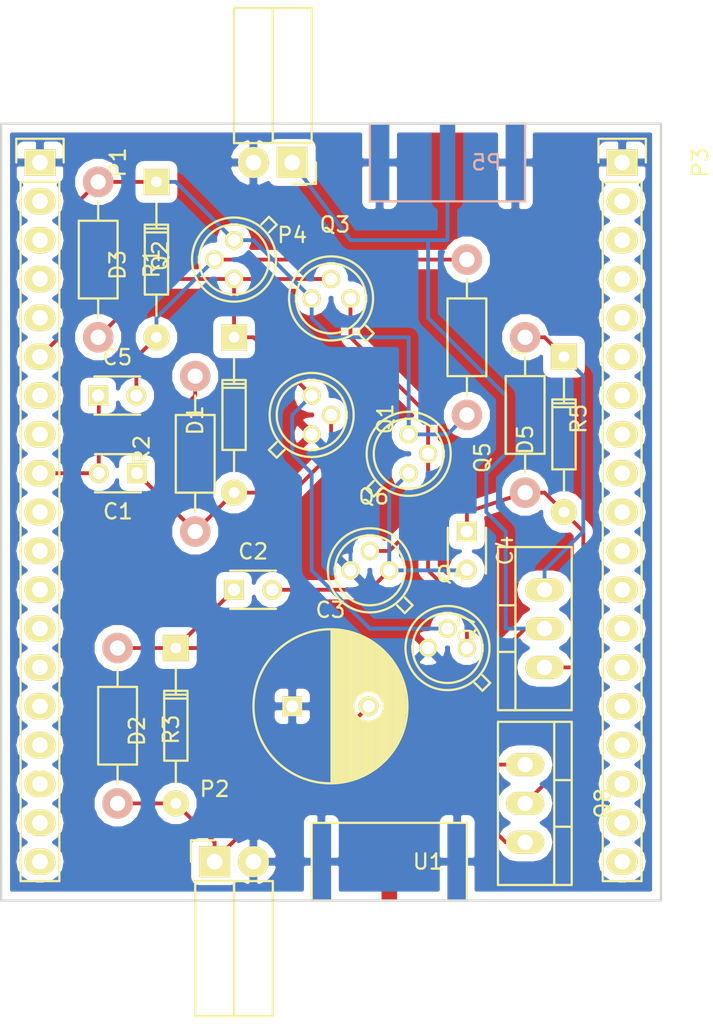
<source format=kicad_pcb>
(kicad_pcb (version 4) (host pcbnew 4.0.3+e1-6302~38~ubuntu16.04.1-stable)

  (general
    (links 57)
    (no_connects 0)
    (area 39.294999 70.454999 86.185 137.825001)
    (thickness 1.6)
    (drawings 4)
    (tracks 124)
    (zones 0)
    (modules 28)
    (nets 48)
  )

  (page A4)
  (layers
    (0 F.Cu signal)
    (31 B.Cu signal)
    (32 B.Adhes user)
    (33 F.Adhes user)
    (34 B.Paste user)
    (35 F.Paste user)
    (36 B.SilkS user)
    (37 F.SilkS user)
    (38 B.Mask user)
    (39 F.Mask user)
    (40 Dwgs.User user)
    (41 Cmts.User user)
    (42 Eco1.User user)
    (43 Eco2.User user)
    (44 Edge.Cuts user)
    (45 Margin user)
    (46 B.CrtYd user)
    (47 F.CrtYd user)
    (48 B.Fab user)
    (49 F.Fab user)
  )

  (setup
    (last_trace_width 0.25)
    (trace_clearance 0.2)
    (zone_clearance 0.508)
    (zone_45_only no)
    (trace_min 0.2)
    (segment_width 0.2)
    (edge_width 0.15)
    (via_size 0.6)
    (via_drill 0.4)
    (via_min_size 0.4)
    (via_min_drill 0.3)
    (uvia_size 0.3)
    (uvia_drill 0.1)
    (uvias_allowed no)
    (uvia_min_size 0.2)
    (uvia_min_drill 0.1)
    (pcb_text_width 0.3)
    (pcb_text_size 1.5 1.5)
    (mod_edge_width 0.15)
    (mod_text_size 1 1)
    (mod_text_width 0.15)
    (pad_size 1.524 1.524)
    (pad_drill 0.762)
    (pad_to_mask_clearance 0.2)
    (aux_axis_origin 0 0)
    (visible_elements FFFFFF7F)
    (pcbplotparams
      (layerselection 0x00030_80000001)
      (usegerberextensions false)
      (excludeedgelayer true)
      (linewidth 0.100000)
      (plotframeref false)
      (viasonmask false)
      (mode 1)
      (useauxorigin false)
      (hpglpennumber 1)
      (hpglpenspeed 20)
      (hpglpendiameter 15)
      (hpglpenoverlay 2)
      (psnegative false)
      (psa4output false)
      (plotreference true)
      (plotvalue true)
      (plotinvisibletext false)
      (padsonsilk false)
      (subtractmaskfromsilk false)
      (outputformat 1)
      (mirror false)
      (drillshape 0)
      (scaleselection 1)
      (outputdirectory gerber/))
  )

  (net 0 "")
  (net 1 "Net-(C1-Pad1)")
  (net 2 "Net-(C1-Pad2)")
  (net 3 "Net-(C2-Pad1)")
  (net 4 "Net-(C2-Pad2)")
  (net 5 GND)
  (net 6 "Net-(C3-Pad2)")
  (net 7 "Net-(C4-Pad1)")
  (net 8 "Net-(C5-Pad2)")
  (net 9 "Net-(D1-Pad1)")
  (net 10 "Net-(D3-Pad1)")
  (net 11 "Net-(D5-Pad1)")
  (net 12 "Net-(P1-Pad2)")
  (net 13 "Net-(P1-Pad3)")
  (net 14 "Net-(P1-Pad4)")
  (net 15 "Net-(P1-Pad5)")
  (net 16 "Net-(P1-Pad7)")
  (net 17 "Net-(P1-Pad8)")
  (net 18 "Net-(P1-Pad10)")
  (net 19 "Net-(P1-Pad11)")
  (net 20 "Net-(P1-Pad12)")
  (net 21 "Net-(P1-Pad13)")
  (net 22 "Net-(P1-Pad14)")
  (net 23 "Net-(P1-Pad15)")
  (net 24 "Net-(P1-Pad16)")
  (net 25 "Net-(P1-Pad17)")
  (net 26 "Net-(P1-Pad18)")
  (net 27 "Net-(P1-Pad19)")
  (net 28 "Net-(P3-Pad2)")
  (net 29 "Net-(P3-Pad3)")
  (net 30 "Net-(P3-Pad4)")
  (net 31 "Net-(P3-Pad5)")
  (net 32 "Net-(P3-Pad6)")
  (net 33 "Net-(P3-Pad7)")
  (net 34 "Net-(P3-Pad8)")
  (net 35 "Net-(P3-Pad9)")
  (net 36 "Net-(P3-Pad10)")
  (net 37 "Net-(P3-Pad11)")
  (net 38 "Net-(P3-Pad12)")
  (net 39 "Net-(P3-Pad13)")
  (net 40 "Net-(P3-Pad14)")
  (net 41 "Net-(P3-Pad15)")
  (net 42 "Net-(P3-Pad16)")
  (net 43 "Net-(P3-Pad17)")
  (net 44 "Net-(P3-Pad18)")
  (net 45 "Net-(P3-Pad19)")
  (net 46 "Net-(P4-Pad1)")
  (net 47 "Net-(Q3-Pad1)")

  (net_class Default "This is the default net class."
    (clearance 0.2)
    (trace_width 0.25)
    (via_dia 0.6)
    (via_drill 0.4)
    (uvia_dia 0.3)
    (uvia_drill 0.1)
    (add_net GND)
    (add_net "Net-(C1-Pad1)")
    (add_net "Net-(C1-Pad2)")
    (add_net "Net-(C2-Pad1)")
    (add_net "Net-(C2-Pad2)")
    (add_net "Net-(C3-Pad2)")
    (add_net "Net-(C4-Pad1)")
    (add_net "Net-(C5-Pad2)")
    (add_net "Net-(D1-Pad1)")
    (add_net "Net-(D3-Pad1)")
    (add_net "Net-(D5-Pad1)")
    (add_net "Net-(P1-Pad10)")
    (add_net "Net-(P1-Pad11)")
    (add_net "Net-(P1-Pad12)")
    (add_net "Net-(P1-Pad13)")
    (add_net "Net-(P1-Pad14)")
    (add_net "Net-(P1-Pad15)")
    (add_net "Net-(P1-Pad16)")
    (add_net "Net-(P1-Pad17)")
    (add_net "Net-(P1-Pad18)")
    (add_net "Net-(P1-Pad19)")
    (add_net "Net-(P1-Pad2)")
    (add_net "Net-(P1-Pad3)")
    (add_net "Net-(P1-Pad4)")
    (add_net "Net-(P1-Pad5)")
    (add_net "Net-(P1-Pad7)")
    (add_net "Net-(P1-Pad8)")
    (add_net "Net-(P3-Pad10)")
    (add_net "Net-(P3-Pad11)")
    (add_net "Net-(P3-Pad12)")
    (add_net "Net-(P3-Pad13)")
    (add_net "Net-(P3-Pad14)")
    (add_net "Net-(P3-Pad15)")
    (add_net "Net-(P3-Pad16)")
    (add_net "Net-(P3-Pad17)")
    (add_net "Net-(P3-Pad18)")
    (add_net "Net-(P3-Pad19)")
    (add_net "Net-(P3-Pad2)")
    (add_net "Net-(P3-Pad3)")
    (add_net "Net-(P3-Pad4)")
    (add_net "Net-(P3-Pad5)")
    (add_net "Net-(P3-Pad6)")
    (add_net "Net-(P3-Pad7)")
    (add_net "Net-(P3-Pad8)")
    (add_net "Net-(P3-Pad9)")
    (add_net "Net-(P4-Pad1)")
    (add_net "Net-(Q3-Pad1)")
  )

  (module Capacitors_ThroughHole:C_Disc_D3_P2.5 placed (layer F.Cu) (tedit 0) (tstamp 57B32B76)
    (at 48.26 101.6 180)
    (descr "Capacitor 3mm Disc, Pitch 2.5mm")
    (tags Capacitor)
    (path /5762AFD3)
    (fp_text reference C1 (at 1.25 -2.5 180) (layer F.SilkS)
      (effects (font (size 1 1) (thickness 0.15)))
    )
    (fp_text value 100p (at 1.25 2.5 180) (layer F.Fab)
      (effects (font (size 1 1) (thickness 0.15)))
    )
    (fp_line (start -0.9 -1.5) (end 3.4 -1.5) (layer F.CrtYd) (width 0.05))
    (fp_line (start 3.4 -1.5) (end 3.4 1.5) (layer F.CrtYd) (width 0.05))
    (fp_line (start 3.4 1.5) (end -0.9 1.5) (layer F.CrtYd) (width 0.05))
    (fp_line (start -0.9 1.5) (end -0.9 -1.5) (layer F.CrtYd) (width 0.05))
    (fp_line (start -0.25 -1.25) (end 2.75 -1.25) (layer F.SilkS) (width 0.15))
    (fp_line (start 2.75 1.25) (end -0.25 1.25) (layer F.SilkS) (width 0.15))
    (pad 1 thru_hole rect (at 0 0 180) (size 1.3 1.3) (drill 0.8) (layers *.Cu *.Mask F.SilkS)
      (net 1 "Net-(C1-Pad1)"))
    (pad 2 thru_hole circle (at 2.5 0 180) (size 1.3 1.3) (drill 0.8001) (layers *.Cu *.Mask F.SilkS)
      (net 2 "Net-(C1-Pad2)"))
    (model Capacitors_ThroughHole.3dshapes/C_Disc_D3_P2.5.wrl
      (at (xyz 0.0492126 0 0))
      (scale (xyz 1 1 1))
      (rotate (xyz 0 0 0))
    )
  )

  (module Capacitors_ThroughHole:C_Disc_D3_P2.5 placed (layer F.Cu) (tedit 0) (tstamp 57B32B7C)
    (at 54.61 109.22)
    (descr "Capacitor 3mm Disc, Pitch 2.5mm")
    (tags Capacitor)
    (path /5767D1D8)
    (fp_text reference C2 (at 1.25 -2.5) (layer F.SilkS)
      (effects (font (size 1 1) (thickness 0.15)))
    )
    (fp_text value 100n (at 1.25 2.5) (layer F.Fab)
      (effects (font (size 1 1) (thickness 0.15)))
    )
    (fp_line (start -0.9 -1.5) (end 3.4 -1.5) (layer F.CrtYd) (width 0.05))
    (fp_line (start 3.4 -1.5) (end 3.4 1.5) (layer F.CrtYd) (width 0.05))
    (fp_line (start 3.4 1.5) (end -0.9 1.5) (layer F.CrtYd) (width 0.05))
    (fp_line (start -0.9 1.5) (end -0.9 -1.5) (layer F.CrtYd) (width 0.05))
    (fp_line (start -0.25 -1.25) (end 2.75 -1.25) (layer F.SilkS) (width 0.15))
    (fp_line (start 2.75 1.25) (end -0.25 1.25) (layer F.SilkS) (width 0.15))
    (pad 1 thru_hole rect (at 0 0) (size 1.3 1.3) (drill 0.8) (layers *.Cu *.Mask F.SilkS)
      (net 3 "Net-(C2-Pad1)"))
    (pad 2 thru_hole circle (at 2.5 0) (size 1.3 1.3) (drill 0.8001) (layers *.Cu *.Mask F.SilkS)
      (net 4 "Net-(C2-Pad2)"))
    (model Capacitors_ThroughHole.3dshapes/C_Disc_D3_P2.5.wrl
      (at (xyz 0.0492126 0 0))
      (scale (xyz 1 1 1))
      (rotate (xyz 0 0 0))
    )
  )

  (module Capacitors_ThroughHole:C_Radial_D10_L13_P5 placed (layer F.Cu) (tedit 0) (tstamp 57B32B82)
    (at 58.42 116.84)
    (descr "Radial Electrolytic Capacitor Diameter 10mm x Length 13mm, Pitch 5mm")
    (tags "Electrolytic Capacitor")
    (path /57B32D09)
    (fp_text reference C3 (at 2.5 -6.3) (layer F.SilkS)
      (effects (font (size 1 1) (thickness 0.15)))
    )
    (fp_text value 33u (at 2.5 6.3) (layer F.Fab)
      (effects (font (size 1 1) (thickness 0.15)))
    )
    (fp_line (start 2.575 -4.999) (end 2.575 4.999) (layer F.SilkS) (width 0.15))
    (fp_line (start 2.715 -4.995) (end 2.715 4.995) (layer F.SilkS) (width 0.15))
    (fp_line (start 2.855 -4.987) (end 2.855 4.987) (layer F.SilkS) (width 0.15))
    (fp_line (start 2.995 -4.975) (end 2.995 4.975) (layer F.SilkS) (width 0.15))
    (fp_line (start 3.135 -4.96) (end 3.135 4.96) (layer F.SilkS) (width 0.15))
    (fp_line (start 3.275 -4.94) (end 3.275 4.94) (layer F.SilkS) (width 0.15))
    (fp_line (start 3.415 -4.916) (end 3.415 4.916) (layer F.SilkS) (width 0.15))
    (fp_line (start 3.555 -4.887) (end 3.555 4.887) (layer F.SilkS) (width 0.15))
    (fp_line (start 3.695 -4.855) (end 3.695 4.855) (layer F.SilkS) (width 0.15))
    (fp_line (start 3.835 -4.818) (end 3.835 4.818) (layer F.SilkS) (width 0.15))
    (fp_line (start 3.975 -4.777) (end 3.975 4.777) (layer F.SilkS) (width 0.15))
    (fp_line (start 4.115 -4.732) (end 4.115 -0.466) (layer F.SilkS) (width 0.15))
    (fp_line (start 4.115 0.466) (end 4.115 4.732) (layer F.SilkS) (width 0.15))
    (fp_line (start 4.255 -4.682) (end 4.255 -0.667) (layer F.SilkS) (width 0.15))
    (fp_line (start 4.255 0.667) (end 4.255 4.682) (layer F.SilkS) (width 0.15))
    (fp_line (start 4.395 -4.627) (end 4.395 -0.796) (layer F.SilkS) (width 0.15))
    (fp_line (start 4.395 0.796) (end 4.395 4.627) (layer F.SilkS) (width 0.15))
    (fp_line (start 4.535 -4.567) (end 4.535 -0.885) (layer F.SilkS) (width 0.15))
    (fp_line (start 4.535 0.885) (end 4.535 4.567) (layer F.SilkS) (width 0.15))
    (fp_line (start 4.675 -4.502) (end 4.675 -0.946) (layer F.SilkS) (width 0.15))
    (fp_line (start 4.675 0.946) (end 4.675 4.502) (layer F.SilkS) (width 0.15))
    (fp_line (start 4.815 -4.432) (end 4.815 -0.983) (layer F.SilkS) (width 0.15))
    (fp_line (start 4.815 0.983) (end 4.815 4.432) (layer F.SilkS) (width 0.15))
    (fp_line (start 4.955 -4.356) (end 4.955 -0.999) (layer F.SilkS) (width 0.15))
    (fp_line (start 4.955 0.999) (end 4.955 4.356) (layer F.SilkS) (width 0.15))
    (fp_line (start 5.095 -4.274) (end 5.095 -0.995) (layer F.SilkS) (width 0.15))
    (fp_line (start 5.095 0.995) (end 5.095 4.274) (layer F.SilkS) (width 0.15))
    (fp_line (start 5.235 -4.186) (end 5.235 -0.972) (layer F.SilkS) (width 0.15))
    (fp_line (start 5.235 0.972) (end 5.235 4.186) (layer F.SilkS) (width 0.15))
    (fp_line (start 5.375 -4.091) (end 5.375 -0.927) (layer F.SilkS) (width 0.15))
    (fp_line (start 5.375 0.927) (end 5.375 4.091) (layer F.SilkS) (width 0.15))
    (fp_line (start 5.515 -3.989) (end 5.515 -0.857) (layer F.SilkS) (width 0.15))
    (fp_line (start 5.515 0.857) (end 5.515 3.989) (layer F.SilkS) (width 0.15))
    (fp_line (start 5.655 -3.879) (end 5.655 -0.756) (layer F.SilkS) (width 0.15))
    (fp_line (start 5.655 0.756) (end 5.655 3.879) (layer F.SilkS) (width 0.15))
    (fp_line (start 5.795 -3.761) (end 5.795 -0.607) (layer F.SilkS) (width 0.15))
    (fp_line (start 5.795 0.607) (end 5.795 3.761) (layer F.SilkS) (width 0.15))
    (fp_line (start 5.935 -3.633) (end 5.935 -0.355) (layer F.SilkS) (width 0.15))
    (fp_line (start 5.935 0.355) (end 5.935 3.633) (layer F.SilkS) (width 0.15))
    (fp_line (start 6.075 -3.496) (end 6.075 3.496) (layer F.SilkS) (width 0.15))
    (fp_line (start 6.215 -3.346) (end 6.215 3.346) (layer F.SilkS) (width 0.15))
    (fp_line (start 6.355 -3.184) (end 6.355 3.184) (layer F.SilkS) (width 0.15))
    (fp_line (start 6.495 -3.007) (end 6.495 3.007) (layer F.SilkS) (width 0.15))
    (fp_line (start 6.635 -2.811) (end 6.635 2.811) (layer F.SilkS) (width 0.15))
    (fp_line (start 6.775 -2.593) (end 6.775 2.593) (layer F.SilkS) (width 0.15))
    (fp_line (start 6.915 -2.347) (end 6.915 2.347) (layer F.SilkS) (width 0.15))
    (fp_line (start 7.055 -2.062) (end 7.055 2.062) (layer F.SilkS) (width 0.15))
    (fp_line (start 7.195 -1.72) (end 7.195 1.72) (layer F.SilkS) (width 0.15))
    (fp_line (start 7.335 -1.274) (end 7.335 1.274) (layer F.SilkS) (width 0.15))
    (fp_line (start 7.475 -0.499) (end 7.475 0.499) (layer F.SilkS) (width 0.15))
    (fp_circle (center 5 0) (end 5 -1) (layer F.SilkS) (width 0.15))
    (fp_circle (center 2.5 0) (end 2.5 -5.0375) (layer F.SilkS) (width 0.15))
    (fp_circle (center 2.5 0) (end 2.5 -5.3) (layer F.CrtYd) (width 0.05))
    (pad 1 thru_hole rect (at 0 0) (size 1.3 1.3) (drill 0.8) (layers *.Cu *.Mask F.SilkS)
      (net 5 GND))
    (pad 2 thru_hole circle (at 5 0) (size 1.3 1.3) (drill 0.8) (layers *.Cu *.Mask F.SilkS)
      (net 6 "Net-(C3-Pad2)"))
    (model Capacitors_ThroughHole.3dshapes/C_Radial_D10_L13_P5.wrl
      (at (xyz 0.0984252 0 0))
      (scale (xyz 1 1 1))
      (rotate (xyz 0 0 90))
    )
  )

  (module Capacitors_ThroughHole:C_Disc_D3_P2.5 placed (layer F.Cu) (tedit 0) (tstamp 57B32B88)
    (at 69.85 105.41 270)
    (descr "Capacitor 3mm Disc, Pitch 2.5mm")
    (tags Capacitor)
    (path /5767D253)
    (fp_text reference C4 (at 1.25 -2.5 270) (layer F.SilkS)
      (effects (font (size 1 1) (thickness 0.15)))
    )
    (fp_text value 100n (at 1.25 2.5 270) (layer F.Fab)
      (effects (font (size 1 1) (thickness 0.15)))
    )
    (fp_line (start -0.9 -1.5) (end 3.4 -1.5) (layer F.CrtYd) (width 0.05))
    (fp_line (start 3.4 -1.5) (end 3.4 1.5) (layer F.CrtYd) (width 0.05))
    (fp_line (start 3.4 1.5) (end -0.9 1.5) (layer F.CrtYd) (width 0.05))
    (fp_line (start -0.9 1.5) (end -0.9 -1.5) (layer F.CrtYd) (width 0.05))
    (fp_line (start -0.25 -1.25) (end 2.75 -1.25) (layer F.SilkS) (width 0.15))
    (fp_line (start 2.75 1.25) (end -0.25 1.25) (layer F.SilkS) (width 0.15))
    (pad 1 thru_hole rect (at 0 0 270) (size 1.3 1.3) (drill 0.8) (layers *.Cu *.Mask F.SilkS)
      (net 7 "Net-(C4-Pad1)"))
    (pad 2 thru_hole circle (at 2.5 0 270) (size 1.3 1.3) (drill 0.8001) (layers *.Cu *.Mask F.SilkS)
      (net 4 "Net-(C2-Pad2)"))
    (model Capacitors_ThroughHole.3dshapes/C_Disc_D3_P2.5.wrl
      (at (xyz 0.0492126 0 0))
      (scale (xyz 1 1 1))
      (rotate (xyz 0 0 0))
    )
  )

  (module Capacitors_ThroughHole:C_Disc_D3_P2.5 placed (layer F.Cu) (tedit 0) (tstamp 57B32B8E)
    (at 45.72 96.52)
    (descr "Capacitor 3mm Disc, Pitch 2.5mm")
    (tags Capacitor)
    (path /5762B0B6)
    (fp_text reference C5 (at 1.25 -2.5) (layer F.SilkS)
      (effects (font (size 1 1) (thickness 0.15)))
    )
    (fp_text value 220p (at 1.25 2.5) (layer F.Fab)
      (effects (font (size 1 1) (thickness 0.15)))
    )
    (fp_line (start -0.9 -1.5) (end 3.4 -1.5) (layer F.CrtYd) (width 0.05))
    (fp_line (start 3.4 -1.5) (end 3.4 1.5) (layer F.CrtYd) (width 0.05))
    (fp_line (start 3.4 1.5) (end -0.9 1.5) (layer F.CrtYd) (width 0.05))
    (fp_line (start -0.9 1.5) (end -0.9 -1.5) (layer F.CrtYd) (width 0.05))
    (fp_line (start -0.25 -1.25) (end 2.75 -1.25) (layer F.SilkS) (width 0.15))
    (fp_line (start 2.75 1.25) (end -0.25 1.25) (layer F.SilkS) (width 0.15))
    (pad 1 thru_hole rect (at 0 0) (size 1.3 1.3) (drill 0.8) (layers *.Cu *.Mask F.SilkS)
      (net 2 "Net-(C1-Pad2)"))
    (pad 2 thru_hole circle (at 2.5 0) (size 1.3 1.3) (drill 0.8001) (layers *.Cu *.Mask F.SilkS)
      (net 8 "Net-(C5-Pad2)"))
    (model Capacitors_ThroughHole.3dshapes/C_Disc_D3_P2.5.wrl
      (at (xyz 0.0492126 0 0))
      (scale (xyz 1 1 1))
      (rotate (xyz 0 0 0))
    )
  )

  (module Diodes_ThroughHole:Diode_DO-35_SOD27_Horizontal_RM10 placed (layer F.Cu) (tedit 552FFC30) (tstamp 57B32B94)
    (at 54.61 92.71 270)
    (descr "Diode, DO-35,  SOD27, Horizontal, RM 10mm")
    (tags "Diode, DO-35, SOD27, Horizontal, RM 10mm, 1N4148,")
    (path /5762B16F)
    (fp_text reference D1 (at 5.43052 2.53746 270) (layer F.SilkS)
      (effects (font (size 1 1) (thickness 0.15)))
    )
    (fp_text value "BAT48 0.6V" (at 4.41452 -3.55854 270) (layer F.Fab)
      (effects (font (size 1 1) (thickness 0.15)))
    )
    (fp_line (start 7.36652 -0.00254) (end 8.76352 -0.00254) (layer F.SilkS) (width 0.15))
    (fp_line (start 2.92152 -0.00254) (end 1.39752 -0.00254) (layer F.SilkS) (width 0.15))
    (fp_line (start 3.30252 -0.76454) (end 3.30252 0.75946) (layer F.SilkS) (width 0.15))
    (fp_line (start 3.04852 -0.76454) (end 3.04852 0.75946) (layer F.SilkS) (width 0.15))
    (fp_line (start 2.79452 -0.00254) (end 2.79452 0.75946) (layer F.SilkS) (width 0.15))
    (fp_line (start 2.79452 0.75946) (end 7.36652 0.75946) (layer F.SilkS) (width 0.15))
    (fp_line (start 7.36652 0.75946) (end 7.36652 -0.76454) (layer F.SilkS) (width 0.15))
    (fp_line (start 7.36652 -0.76454) (end 2.79452 -0.76454) (layer F.SilkS) (width 0.15))
    (fp_line (start 2.79452 -0.76454) (end 2.79452 -0.00254) (layer F.SilkS) (width 0.15))
    (pad 2 thru_hole circle (at 10.16052 -0.00254 90) (size 1.69926 1.69926) (drill 0.70104) (layers *.Cu *.Mask F.SilkS)
      (net 1 "Net-(C1-Pad1)"))
    (pad 1 thru_hole rect (at 0.00052 -0.00254 90) (size 1.69926 1.69926) (drill 0.70104) (layers *.Cu *.Mask F.SilkS)
      (net 9 "Net-(D1-Pad1)"))
    (model Diodes_ThroughHole.3dshapes/Diode_DO-35_SOD27_Horizontal_RM10.wrl
      (at (xyz 0.2 0 0))
      (scale (xyz 0.4 0.4 0.4))
      (rotate (xyz 0 0 180))
    )
  )

  (module Diodes_ThroughHole:Diode_DO-35_SOD27_Horizontal_RM10 placed (layer F.Cu) (tedit 552FFC30) (tstamp 57B32BA3)
    (at 49.53 82.55 270)
    (descr "Diode, DO-35,  SOD27, Horizontal, RM 10mm")
    (tags "Diode, DO-35, SOD27, Horizontal, RM 10mm, 1N4148,")
    (path /5762B35A)
    (fp_text reference D3 (at 5.43052 2.53746 270) (layer F.SilkS)
      (effects (font (size 1 1) (thickness 0.15)))
    )
    (fp_text value D1N4148 (at 4.41452 -3.55854 270) (layer F.Fab)
      (effects (font (size 1 1) (thickness 0.15)))
    )
    (fp_line (start 7.36652 -0.00254) (end 8.76352 -0.00254) (layer F.SilkS) (width 0.15))
    (fp_line (start 2.92152 -0.00254) (end 1.39752 -0.00254) (layer F.SilkS) (width 0.15))
    (fp_line (start 3.30252 -0.76454) (end 3.30252 0.75946) (layer F.SilkS) (width 0.15))
    (fp_line (start 3.04852 -0.76454) (end 3.04852 0.75946) (layer F.SilkS) (width 0.15))
    (fp_line (start 2.79452 -0.00254) (end 2.79452 0.75946) (layer F.SilkS) (width 0.15))
    (fp_line (start 2.79452 0.75946) (end 7.36652 0.75946) (layer F.SilkS) (width 0.15))
    (fp_line (start 7.36652 0.75946) (end 7.36652 -0.76454) (layer F.SilkS) (width 0.15))
    (fp_line (start 7.36652 -0.76454) (end 2.79452 -0.76454) (layer F.SilkS) (width 0.15))
    (fp_line (start 2.79452 -0.76454) (end 2.79452 -0.00254) (layer F.SilkS) (width 0.15))
    (pad 2 thru_hole circle (at 10.16052 -0.00254 90) (size 1.69926 1.69926) (drill 0.70104) (layers *.Cu *.Mask F.SilkS)
      (net 8 "Net-(C5-Pad2)"))
    (pad 1 thru_hole rect (at 0.00052 -0.00254 90) (size 1.69926 1.69926) (drill 0.70104) (layers *.Cu *.Mask F.SilkS)
      (net 10 "Net-(D3-Pad1)"))
    (model Diodes_ThroughHole.3dshapes/Diode_DO-35_SOD27_Horizontal_RM10.wrl
      (at (xyz 0.2 0 0))
      (scale (xyz 0.4 0.4 0.4))
      (rotate (xyz 0 0 180))
    )
  )

  (module Socket_Strips:Socket_Strip_Straight_1x19 placed (layer F.Cu) (tedit 0) (tstamp 57B32BC3)
    (at 41.91 81.28 270)
    (descr "Through hole socket strip")
    (tags "socket strip")
    (path /57A89E14)
    (fp_text reference P1 (at 0 -5.1 270) (layer F.SilkS)
      (effects (font (size 1 1) (thickness 0.15)))
    )
    (fp_text value CONN_01X19 (at 0 -3.1 270) (layer F.Fab)
      (effects (font (size 1 1) (thickness 0.15)))
    )
    (fp_line (start -1.75 -1.75) (end -1.75 1.75) (layer F.CrtYd) (width 0.05))
    (fp_line (start 47.5 -1.75) (end 47.5 1.75) (layer F.CrtYd) (width 0.05))
    (fp_line (start -1.75 -1.75) (end 47.5 -1.75) (layer F.CrtYd) (width 0.05))
    (fp_line (start -1.75 1.75) (end 47.5 1.75) (layer F.CrtYd) (width 0.05))
    (fp_line (start 1.27 1.27) (end 46.99 1.27) (layer F.SilkS) (width 0.15))
    (fp_line (start 46.99 1.27) (end 46.99 -1.27) (layer F.SilkS) (width 0.15))
    (fp_line (start 46.99 -1.27) (end 1.27 -1.27) (layer F.SilkS) (width 0.15))
    (fp_line (start -1.55 1.55) (end 0 1.55) (layer F.SilkS) (width 0.15))
    (fp_line (start 1.27 1.27) (end 1.27 -1.27) (layer F.SilkS) (width 0.15))
    (fp_line (start 0 -1.55) (end -1.55 -1.55) (layer F.SilkS) (width 0.15))
    (fp_line (start -1.55 -1.55) (end -1.55 1.55) (layer F.SilkS) (width 0.15))
    (pad 1 thru_hole rect (at 0 0 270) (size 1.7272 2.032) (drill 1.016) (layers *.Cu *.Mask F.SilkS)
      (net 5 GND))
    (pad 2 thru_hole oval (at 2.54 0 270) (size 1.7272 2.032) (drill 1.016) (layers *.Cu *.Mask F.SilkS)
      (net 12 "Net-(P1-Pad2)"))
    (pad 3 thru_hole oval (at 5.08 0 270) (size 1.7272 2.032) (drill 1.016) (layers *.Cu *.Mask F.SilkS)
      (net 13 "Net-(P1-Pad3)"))
    (pad 4 thru_hole oval (at 7.62 0 270) (size 1.7272 2.032) (drill 1.016) (layers *.Cu *.Mask F.SilkS)
      (net 14 "Net-(P1-Pad4)"))
    (pad 5 thru_hole oval (at 10.16 0 270) (size 1.7272 2.032) (drill 1.016) (layers *.Cu *.Mask F.SilkS)
      (net 15 "Net-(P1-Pad5)"))
    (pad 6 thru_hole oval (at 12.7 0 270) (size 1.7272 2.032) (drill 1.016) (layers *.Cu *.Mask F.SilkS)
      (net 10 "Net-(D3-Pad1)"))
    (pad 7 thru_hole oval (at 15.24 0 270) (size 1.7272 2.032) (drill 1.016) (layers *.Cu *.Mask F.SilkS)
      (net 16 "Net-(P1-Pad7)"))
    (pad 8 thru_hole oval (at 17.78 0 270) (size 1.7272 2.032) (drill 1.016) (layers *.Cu *.Mask F.SilkS)
      (net 17 "Net-(P1-Pad8)"))
    (pad 9 thru_hole oval (at 20.32 0 270) (size 1.7272 2.032) (drill 1.016) (layers *.Cu *.Mask F.SilkS)
      (net 2 "Net-(C1-Pad2)"))
    (pad 10 thru_hole oval (at 22.86 0 270) (size 1.7272 2.032) (drill 1.016) (layers *.Cu *.Mask F.SilkS)
      (net 18 "Net-(P1-Pad10)"))
    (pad 11 thru_hole oval (at 25.4 0 270) (size 1.7272 2.032) (drill 1.016) (layers *.Cu *.Mask F.SilkS)
      (net 19 "Net-(P1-Pad11)"))
    (pad 12 thru_hole oval (at 27.94 0 270) (size 1.7272 2.032) (drill 1.016) (layers *.Cu *.Mask F.SilkS)
      (net 20 "Net-(P1-Pad12)"))
    (pad 13 thru_hole oval (at 30.48 0 270) (size 1.7272 2.032) (drill 1.016) (layers *.Cu *.Mask F.SilkS)
      (net 21 "Net-(P1-Pad13)"))
    (pad 14 thru_hole oval (at 33.02 0 270) (size 1.7272 2.032) (drill 1.016) (layers *.Cu *.Mask F.SilkS)
      (net 22 "Net-(P1-Pad14)"))
    (pad 15 thru_hole oval (at 35.56 0 270) (size 1.7272 2.032) (drill 1.016) (layers *.Cu *.Mask F.SilkS)
      (net 23 "Net-(P1-Pad15)"))
    (pad 16 thru_hole oval (at 38.1 0 270) (size 1.7272 2.032) (drill 1.016) (layers *.Cu *.Mask F.SilkS)
      (net 24 "Net-(P1-Pad16)"))
    (pad 17 thru_hole oval (at 40.64 0 270) (size 1.7272 2.032) (drill 1.016) (layers *.Cu *.Mask F.SilkS)
      (net 25 "Net-(P1-Pad17)"))
    (pad 18 thru_hole oval (at 43.18 0 270) (size 1.7272 2.032) (drill 1.016) (layers *.Cu *.Mask F.SilkS)
      (net 26 "Net-(P1-Pad18)"))
    (pad 19 thru_hole oval (at 45.72 0 270) (size 1.7272 2.032) (drill 1.016) (layers *.Cu *.Mask F.SilkS)
      (net 27 "Net-(P1-Pad19)"))
    (model Socket_Strips.3dshapes/Socket_Strip_Straight_1x19.wrl
      (at (xyz 0.9 0 0))
      (scale (xyz 1 1 1))
      (rotate (xyz 0 0 180))
    )
  )

  (module Socket_Strips:Socket_Strip_Angled_1x02 placed (layer F.Cu) (tedit 0) (tstamp 57B32BC9)
    (at 53.34 127)
    (descr "Through hole socket strip")
    (tags "socket strip")
    (path /57A8ABE5)
    (fp_text reference P2 (at 0 -4.75) (layer F.SilkS)
      (effects (font (size 1 1) (thickness 0.15)))
    )
    (fp_text value CONN_01X02 (at 0 -2.75) (layer F.Fab)
      (effects (font (size 1 1) (thickness 0.15)))
    )
    (fp_line (start -1.75 -1.5) (end -1.75 10.6) (layer F.CrtYd) (width 0.05))
    (fp_line (start 4.3 -1.5) (end 4.3 10.6) (layer F.CrtYd) (width 0.05))
    (fp_line (start -1.75 -1.5) (end 4.3 -1.5) (layer F.CrtYd) (width 0.05))
    (fp_line (start -1.75 10.6) (end 4.3 10.6) (layer F.CrtYd) (width 0.05))
    (fp_line (start 3.81 10.1) (end 3.81 1.27) (layer F.SilkS) (width 0.15))
    (fp_line (start 1.27 10.1) (end 3.81 10.1) (layer F.SilkS) (width 0.15))
    (fp_line (start 1.27 1.27) (end 1.27 10.1) (layer F.SilkS) (width 0.15))
    (fp_line (start 1.27 1.27) (end 3.81 1.27) (layer F.SilkS) (width 0.15))
    (fp_line (start -1.27 1.27) (end 1.27 1.27) (layer F.SilkS) (width 0.15))
    (fp_line (start 0 -1.4) (end -1.55 -1.4) (layer F.SilkS) (width 0.15))
    (fp_line (start -1.55 -1.4) (end -1.55 0) (layer F.SilkS) (width 0.15))
    (fp_line (start -1.27 1.27) (end -1.27 10.1) (layer F.SilkS) (width 0.15))
    (fp_line (start -1.27 10.1) (end 1.27 10.1) (layer F.SilkS) (width 0.15))
    (fp_line (start 1.27 10.1) (end 1.27 1.27) (layer F.SilkS) (width 0.15))
    (pad 1 thru_hole rect (at 0 0) (size 2.032 2.032) (drill 1.016) (layers *.Cu *.Mask F.SilkS)
      (net 6 "Net-(C3-Pad2)"))
    (pad 2 thru_hole oval (at 2.54 0) (size 2.032 2.032) (drill 1.016) (layers *.Cu *.Mask F.SilkS)
      (net 5 GND))
    (model Socket_Strips.3dshapes/Socket_Strip_Angled_1x02.wrl
      (at (xyz 0.05 0 0))
      (scale (xyz 1 1 1))
      (rotate (xyz 0 0 180))
    )
  )

  (module Socket_Strips:Socket_Strip_Straight_1x19 placed (layer F.Cu) (tedit 0) (tstamp 57B32BE0)
    (at 80.01 81.28 270)
    (descr "Through hole socket strip")
    (tags "socket strip")
    (path /57A89E65)
    (fp_text reference P3 (at 0 -5.1 270) (layer F.SilkS)
      (effects (font (size 1 1) (thickness 0.15)))
    )
    (fp_text value CONN_01X19 (at 0 -3.1 270) (layer F.Fab)
      (effects (font (size 1 1) (thickness 0.15)))
    )
    (fp_line (start -1.75 -1.75) (end -1.75 1.75) (layer F.CrtYd) (width 0.05))
    (fp_line (start 47.5 -1.75) (end 47.5 1.75) (layer F.CrtYd) (width 0.05))
    (fp_line (start -1.75 -1.75) (end 47.5 -1.75) (layer F.CrtYd) (width 0.05))
    (fp_line (start -1.75 1.75) (end 47.5 1.75) (layer F.CrtYd) (width 0.05))
    (fp_line (start 1.27 1.27) (end 46.99 1.27) (layer F.SilkS) (width 0.15))
    (fp_line (start 46.99 1.27) (end 46.99 -1.27) (layer F.SilkS) (width 0.15))
    (fp_line (start 46.99 -1.27) (end 1.27 -1.27) (layer F.SilkS) (width 0.15))
    (fp_line (start -1.55 1.55) (end 0 1.55) (layer F.SilkS) (width 0.15))
    (fp_line (start 1.27 1.27) (end 1.27 -1.27) (layer F.SilkS) (width 0.15))
    (fp_line (start 0 -1.55) (end -1.55 -1.55) (layer F.SilkS) (width 0.15))
    (fp_line (start -1.55 -1.55) (end -1.55 1.55) (layer F.SilkS) (width 0.15))
    (pad 1 thru_hole rect (at 0 0 270) (size 1.7272 2.032) (drill 1.016) (layers *.Cu *.Mask F.SilkS)
      (net 5 GND))
    (pad 2 thru_hole oval (at 2.54 0 270) (size 1.7272 2.032) (drill 1.016) (layers *.Cu *.Mask F.SilkS)
      (net 28 "Net-(P3-Pad2)"))
    (pad 3 thru_hole oval (at 5.08 0 270) (size 1.7272 2.032) (drill 1.016) (layers *.Cu *.Mask F.SilkS)
      (net 29 "Net-(P3-Pad3)"))
    (pad 4 thru_hole oval (at 7.62 0 270) (size 1.7272 2.032) (drill 1.016) (layers *.Cu *.Mask F.SilkS)
      (net 30 "Net-(P3-Pad4)"))
    (pad 5 thru_hole oval (at 10.16 0 270) (size 1.7272 2.032) (drill 1.016) (layers *.Cu *.Mask F.SilkS)
      (net 31 "Net-(P3-Pad5)"))
    (pad 6 thru_hole oval (at 12.7 0 270) (size 1.7272 2.032) (drill 1.016) (layers *.Cu *.Mask F.SilkS)
      (net 32 "Net-(P3-Pad6)"))
    (pad 7 thru_hole oval (at 15.24 0 270) (size 1.7272 2.032) (drill 1.016) (layers *.Cu *.Mask F.SilkS)
      (net 33 "Net-(P3-Pad7)"))
    (pad 8 thru_hole oval (at 17.78 0 270) (size 1.7272 2.032) (drill 1.016) (layers *.Cu *.Mask F.SilkS)
      (net 34 "Net-(P3-Pad8)"))
    (pad 9 thru_hole oval (at 20.32 0 270) (size 1.7272 2.032) (drill 1.016) (layers *.Cu *.Mask F.SilkS)
      (net 35 "Net-(P3-Pad9)"))
    (pad 10 thru_hole oval (at 22.86 0 270) (size 1.7272 2.032) (drill 1.016) (layers *.Cu *.Mask F.SilkS)
      (net 36 "Net-(P3-Pad10)"))
    (pad 11 thru_hole oval (at 25.4 0 270) (size 1.7272 2.032) (drill 1.016) (layers *.Cu *.Mask F.SilkS)
      (net 37 "Net-(P3-Pad11)"))
    (pad 12 thru_hole oval (at 27.94 0 270) (size 1.7272 2.032) (drill 1.016) (layers *.Cu *.Mask F.SilkS)
      (net 38 "Net-(P3-Pad12)"))
    (pad 13 thru_hole oval (at 30.48 0 270) (size 1.7272 2.032) (drill 1.016) (layers *.Cu *.Mask F.SilkS)
      (net 39 "Net-(P3-Pad13)"))
    (pad 14 thru_hole oval (at 33.02 0 270) (size 1.7272 2.032) (drill 1.016) (layers *.Cu *.Mask F.SilkS)
      (net 40 "Net-(P3-Pad14)"))
    (pad 15 thru_hole oval (at 35.56 0 270) (size 1.7272 2.032) (drill 1.016) (layers *.Cu *.Mask F.SilkS)
      (net 41 "Net-(P3-Pad15)"))
    (pad 16 thru_hole oval (at 38.1 0 270) (size 1.7272 2.032) (drill 1.016) (layers *.Cu *.Mask F.SilkS)
      (net 42 "Net-(P3-Pad16)"))
    (pad 17 thru_hole oval (at 40.64 0 270) (size 1.7272 2.032) (drill 1.016) (layers *.Cu *.Mask F.SilkS)
      (net 43 "Net-(P3-Pad17)"))
    (pad 18 thru_hole oval (at 43.18 0 270) (size 1.7272 2.032) (drill 1.016) (layers *.Cu *.Mask F.SilkS)
      (net 44 "Net-(P3-Pad18)"))
    (pad 19 thru_hole oval (at 45.72 0 270) (size 1.7272 2.032) (drill 1.016) (layers *.Cu *.Mask F.SilkS)
      (net 45 "Net-(P3-Pad19)"))
    (model Socket_Strips.3dshapes/Socket_Strip_Straight_1x19.wrl
      (at (xyz 0.9 0 0))
      (scale (xyz 1 1 1))
      (rotate (xyz 0 0 180))
    )
  )

  (module Socket_Strips:Socket_Strip_Angled_1x02 placed (layer F.Cu) (tedit 0) (tstamp 57B32BE6)
    (at 58.42 81.28 180)
    (descr "Through hole socket strip")
    (tags "socket strip")
    (path /57B327AA)
    (fp_text reference P4 (at 0 -4.75 180) (layer F.SilkS)
      (effects (font (size 1 1) (thickness 0.15)))
    )
    (fp_text value CONN_01X02 (at 0 -2.75 180) (layer F.Fab)
      (effects (font (size 1 1) (thickness 0.15)))
    )
    (fp_line (start -1.75 -1.5) (end -1.75 10.6) (layer F.CrtYd) (width 0.05))
    (fp_line (start 4.3 -1.5) (end 4.3 10.6) (layer F.CrtYd) (width 0.05))
    (fp_line (start -1.75 -1.5) (end 4.3 -1.5) (layer F.CrtYd) (width 0.05))
    (fp_line (start -1.75 10.6) (end 4.3 10.6) (layer F.CrtYd) (width 0.05))
    (fp_line (start 3.81 10.1) (end 3.81 1.27) (layer F.SilkS) (width 0.15))
    (fp_line (start 1.27 10.1) (end 3.81 10.1) (layer F.SilkS) (width 0.15))
    (fp_line (start 1.27 1.27) (end 1.27 10.1) (layer F.SilkS) (width 0.15))
    (fp_line (start 1.27 1.27) (end 3.81 1.27) (layer F.SilkS) (width 0.15))
    (fp_line (start -1.27 1.27) (end 1.27 1.27) (layer F.SilkS) (width 0.15))
    (fp_line (start 0 -1.4) (end -1.55 -1.4) (layer F.SilkS) (width 0.15))
    (fp_line (start -1.55 -1.4) (end -1.55 0) (layer F.SilkS) (width 0.15))
    (fp_line (start -1.27 1.27) (end -1.27 10.1) (layer F.SilkS) (width 0.15))
    (fp_line (start -1.27 10.1) (end 1.27 10.1) (layer F.SilkS) (width 0.15))
    (fp_line (start 1.27 10.1) (end 1.27 1.27) (layer F.SilkS) (width 0.15))
    (pad 1 thru_hole rect (at 0 0 180) (size 2.032 2.032) (drill 1.016) (layers *.Cu *.Mask F.SilkS)
      (net 46 "Net-(P4-Pad1)"))
    (pad 2 thru_hole oval (at 2.54 0 180) (size 2.032 2.032) (drill 1.016) (layers *.Cu *.Mask F.SilkS)
      (net 5 GND))
    (model Socket_Strips.3dshapes/Socket_Strip_Angled_1x02.wrl
      (at (xyz 0.05 0 0))
      (scale (xyz 1 1 1))
      (rotate (xyz 0 0 180))
    )
  )

  (module echopen:SMA placed (layer B.Cu) (tedit 57B2F219) (tstamp 57B32BEF)
    (at 68.58 81.28)
    (path /57B32829)
    (fp_text reference P5 (at 2.54 0) (layer B.SilkS)
      (effects (font (size 1 1) (thickness 0.15)) (justify mirror))
    )
    (fp_text value SMA (at -2.54 0) (layer B.Fab)
      (effects (font (size 1 1) (thickness 0.15)) (justify mirror))
    )
    (fp_line (start -5.08 2.54) (end 5.08 2.54) (layer B.SilkS) (width 0.15))
    (fp_line (start 5.08 2.54) (end 5.08 -2.54) (layer B.SilkS) (width 0.15))
    (fp_line (start 5.08 -2.54) (end -5.08 -2.54) (layer B.SilkS) (width 0.15))
    (fp_line (start -5.08 -2.54) (end -5.08 2.54) (layer B.SilkS) (width 0.15))
    (pad 2 smd rect (at -5.08 0) (size 1.27 5.08) (drill (offset 0.635 0)) (layers B.Cu B.Paste B.Mask)
      (net 5 GND))
    (pad 2 smd rect (at 5.08 0) (size 1.27 5.08) (drill (offset -0.635 0)) (layers B.Cu B.Paste B.Mask)
      (net 5 GND))
    (pad 1 smd rect (at 0 0) (size 1.016 5.08) (layers B.Cu B.Paste B.Mask)
      (net 46 "Net-(P4-Pad1)"))
    (pad 2 smd rect (at 5.08 0) (size 1.27 5.08) (drill (offset -0.635 0)) (layers F.Cu F.Paste F.Mask)
      (net 5 GND))
    (pad 2 smd rect (at -5.08 0) (size 1.27 5.08) (drill (offset 0.635 0)) (layers F.Cu F.Paste F.Mask)
      (net 5 GND))
  )

  (module TO_SOT_Packages_THT:TO-18_3Pin placed (layer F.Cu) (tedit 55D039D2) (tstamp 57B32BF6)
    (at 59.69 97.79 270)
    (descr "TO-18, 3Pin,")
    (tags "TO-18, 3Pin,")
    (path /5762B56E)
    (fp_text reference Q1 (at 0.254 -4.826 270) (layer F.SilkS)
      (effects (font (size 1 1) (thickness 0.15)))
    )
    (fp_text value Q2N2222 (at 0 4.826 270) (layer F.Fab)
      (effects (font (size 1 1) (thickness 0.15)))
    )
    (fp_line (start 2.794 2.286) (end 2.286 1.778) (layer F.SilkS) (width 0.15))
    (fp_line (start 1.778 2.286) (end 2.286 2.794) (layer F.SilkS) (width 0.15))
    (fp_line (start 2.286 2.794) (end 2.794 2.286) (layer F.SilkS) (width 0.15))
    (fp_circle (center 0 0) (end 2.286 0) (layer F.SilkS) (width 0.15))
    (fp_circle (center 0 0) (end 2.75 0) (layer F.SilkS) (width 0.15))
    (pad 1 thru_hole circle (at 1.27 0 270) (size 1.2 1.2) (drill 0.8) (layers *.Cu *.Mask F.SilkS)
      (net 5 GND))
    (pad 2 thru_hole circle (at 0 -1.27 270) (size 1.2 1.2) (drill 0.8) (layers *.Cu *.Mask F.SilkS)
      (net 1 "Net-(C1-Pad1)"))
    (pad 3 thru_hole circle (at -1.27 0 270) (size 1.2 1.2) (drill 0.8) (layers *.Cu *.Mask F.SilkS)
      (net 9 "Net-(D1-Pad1)"))
    (model TO_SOT_Packages_THT.3dshapes/TO-18_3Pin.wrl
      (at (xyz 0 0 0))
      (scale (xyz 0.3937 0.3937 0.3937))
      (rotate (xyz 0 0 0))
    )
  )

  (module TO_SOT_Packages_THT:TO-18_3Pin placed (layer F.Cu) (tedit 55D039D2) (tstamp 57B32BFD)
    (at 54.61 87.63 90)
    (descr "TO-18, 3Pin,")
    (tags "TO-18, 3Pin,")
    (path /5762B5CF)
    (fp_text reference Q2 (at 0.254 -4.826 90) (layer F.SilkS)
      (effects (font (size 1 1) (thickness 0.15)))
    )
    (fp_text value Q2N2907 (at 0 4.826 90) (layer F.Fab)
      (effects (font (size 1 1) (thickness 0.15)))
    )
    (fp_line (start 2.794 2.286) (end 2.286 1.778) (layer F.SilkS) (width 0.15))
    (fp_line (start 1.778 2.286) (end 2.286 2.794) (layer F.SilkS) (width 0.15))
    (fp_line (start 2.286 2.794) (end 2.794 2.286) (layer F.SilkS) (width 0.15))
    (fp_circle (center 0 0) (end 2.286 0) (layer F.SilkS) (width 0.15))
    (fp_circle (center 0 0) (end 2.75 0) (layer F.SilkS) (width 0.15))
    (pad 1 thru_hole circle (at 1.27 0 90) (size 1.2 1.2) (drill 0.8) (layers *.Cu *.Mask F.SilkS)
      (net 10 "Net-(D3-Pad1)"))
    (pad 2 thru_hole circle (at 0 -1.27 90) (size 1.2 1.2) (drill 0.8) (layers *.Cu *.Mask F.SilkS)
      (net 8 "Net-(C5-Pad2)"))
    (pad 3 thru_hole circle (at -1.27 0 90) (size 1.2 1.2) (drill 0.8) (layers *.Cu *.Mask F.SilkS)
      (net 9 "Net-(D1-Pad1)"))
    (model TO_SOT_Packages_THT.3dshapes/TO-18_3Pin.wrl
      (at (xyz 0 0 0))
      (scale (xyz 0.3937 0.3937 0.3937))
      (rotate (xyz 0 0 0))
    )
  )

  (module TO_SOT_Packages_THT:TO-18_3Pin placed (layer F.Cu) (tedit 55D039D2) (tstamp 57B32C04)
    (at 60.96 90.17)
    (descr "TO-18, 3Pin,")
    (tags "TO-18, 3Pin,")
    (path /5762BD85)
    (fp_text reference Q3 (at 0.254 -4.826) (layer F.SilkS)
      (effects (font (size 1 1) (thickness 0.15)))
    )
    (fp_text value Q2N2222 (at 0 4.826) (layer F.Fab)
      (effects (font (size 1 1) (thickness 0.15)))
    )
    (fp_line (start 2.794 2.286) (end 2.286 1.778) (layer F.SilkS) (width 0.15))
    (fp_line (start 1.778 2.286) (end 2.286 2.794) (layer F.SilkS) (width 0.15))
    (fp_line (start 2.286 2.794) (end 2.794 2.286) (layer F.SilkS) (width 0.15))
    (fp_circle (center 0 0) (end 2.286 0) (layer F.SilkS) (width 0.15))
    (fp_circle (center 0 0) (end 2.75 0) (layer F.SilkS) (width 0.15))
    (pad 1 thru_hole circle (at 1.27 0) (size 1.2 1.2) (drill 0.8) (layers *.Cu *.Mask F.SilkS)
      (net 47 "Net-(Q3-Pad1)"))
    (pad 2 thru_hole circle (at 0 -1.27) (size 1.2 1.2) (drill 0.8) (layers *.Cu *.Mask F.SilkS)
      (net 9 "Net-(D1-Pad1)"))
    (pad 3 thru_hole circle (at -1.27 0) (size 1.2 1.2) (drill 0.8) (layers *.Cu *.Mask F.SilkS)
      (net 10 "Net-(D3-Pad1)"))
    (model TO_SOT_Packages_THT.3dshapes/TO-18_3Pin.wrl
      (at (xyz 0 0 0))
      (scale (xyz 0.3937 0.3937 0.3937))
      (rotate (xyz 0 0 0))
    )
  )

  (module TO_SOT_Packages_THT:TO-18_3Pin placed (layer F.Cu) (tedit 55D039D2) (tstamp 57B32C0B)
    (at 68.58 113.03)
    (descr "TO-18, 3Pin,")
    (tags "TO-18, 3Pin,")
    (path /5762BC88)
    (fp_text reference Q4 (at 0.254 -4.826) (layer F.SilkS)
      (effects (font (size 1 1) (thickness 0.15)))
    )
    (fp_text value Q2N2907 (at 0 4.826) (layer F.Fab)
      (effects (font (size 1 1) (thickness 0.15)))
    )
    (fp_line (start 2.794 2.286) (end 2.286 1.778) (layer F.SilkS) (width 0.15))
    (fp_line (start 1.778 2.286) (end 2.286 2.794) (layer F.SilkS) (width 0.15))
    (fp_line (start 2.286 2.794) (end 2.794 2.286) (layer F.SilkS) (width 0.15))
    (fp_circle (center 0 0) (end 2.286 0) (layer F.SilkS) (width 0.15))
    (fp_circle (center 0 0) (end 2.75 0) (layer F.SilkS) (width 0.15))
    (pad 1 thru_hole circle (at 1.27 0) (size 1.2 1.2) (drill 0.8) (layers *.Cu *.Mask F.SilkS)
      (net 47 "Net-(Q3-Pad1)"))
    (pad 2 thru_hole circle (at 0 -1.27) (size 1.2 1.2) (drill 0.8) (layers *.Cu *.Mask F.SilkS)
      (net 9 "Net-(D1-Pad1)"))
    (pad 3 thru_hole circle (at -1.27 0) (size 1.2 1.2) (drill 0.8) (layers *.Cu *.Mask F.SilkS)
      (net 5 GND))
    (model TO_SOT_Packages_THT.3dshapes/TO-18_3Pin.wrl
      (at (xyz 0 0 0))
      (scale (xyz 0.3937 0.3937 0.3937))
      (rotate (xyz 0 0 0))
    )
  )

  (module TO_SOT_Packages_THT:TO-18_3Pin placed (layer F.Cu) (tedit 55D039D2) (tstamp 57B32C12)
    (at 66.04 100.33 270)
    (descr "TO-18, 3Pin,")
    (tags "TO-18, 3Pin,")
    (path /5762BDF6)
    (fp_text reference Q5 (at 0.254 -4.826 270) (layer F.SilkS)
      (effects (font (size 1 1) (thickness 0.15)))
    )
    (fp_text value Q2N2222 (at 0 4.826 270) (layer F.Fab)
      (effects (font (size 1 1) (thickness 0.15)))
    )
    (fp_line (start 2.794 2.286) (end 2.286 1.778) (layer F.SilkS) (width 0.15))
    (fp_line (start 1.778 2.286) (end 2.286 2.794) (layer F.SilkS) (width 0.15))
    (fp_line (start 2.286 2.794) (end 2.794 2.286) (layer F.SilkS) (width 0.15))
    (fp_circle (center 0 0) (end 2.286 0) (layer F.SilkS) (width 0.15))
    (fp_circle (center 0 0) (end 2.75 0) (layer F.SilkS) (width 0.15))
    (pad 1 thru_hole circle (at 1.27 0 270) (size 1.2 1.2) (drill 0.8) (layers *.Cu *.Mask F.SilkS)
      (net 4 "Net-(C2-Pad2)"))
    (pad 2 thru_hole circle (at 0 -1.27 270) (size 1.2 1.2) (drill 0.8) (layers *.Cu *.Mask F.SilkS)
      (net 47 "Net-(Q3-Pad1)"))
    (pad 3 thru_hole circle (at -1.27 0 270) (size 1.2 1.2) (drill 0.8) (layers *.Cu *.Mask F.SilkS)
      (net 10 "Net-(D3-Pad1)"))
    (model TO_SOT_Packages_THT.3dshapes/TO-18_3Pin.wrl
      (at (xyz 0 0 0))
      (scale (xyz 0.3937 0.3937 0.3937))
      (rotate (xyz 0 0 0))
    )
  )

  (module TO_SOT_Packages_THT:TO-18_3Pin placed (layer F.Cu) (tedit 55D039D2) (tstamp 57B32C19)
    (at 63.5 107.95)
    (descr "TO-18, 3Pin,")
    (tags "TO-18, 3Pin,")
    (path /5762BD05)
    (fp_text reference Q6 (at 0.254 -4.826) (layer F.SilkS)
      (effects (font (size 1 1) (thickness 0.15)))
    )
    (fp_text value Q2N2907 (at 0 4.826) (layer F.Fab)
      (effects (font (size 1 1) (thickness 0.15)))
    )
    (fp_line (start 2.794 2.286) (end 2.286 1.778) (layer F.SilkS) (width 0.15))
    (fp_line (start 1.778 2.286) (end 2.286 2.794) (layer F.SilkS) (width 0.15))
    (fp_line (start 2.286 2.794) (end 2.794 2.286) (layer F.SilkS) (width 0.15))
    (fp_circle (center 0 0) (end 2.286 0) (layer F.SilkS) (width 0.15))
    (fp_circle (center 0 0) (end 2.75 0) (layer F.SilkS) (width 0.15))
    (pad 1 thru_hole circle (at 1.27 0) (size 1.2 1.2) (drill 0.8) (layers *.Cu *.Mask F.SilkS)
      (net 4 "Net-(C2-Pad2)"))
    (pad 2 thru_hole circle (at 0 -1.27) (size 1.2 1.2) (drill 0.8) (layers *.Cu *.Mask F.SilkS)
      (net 47 "Net-(Q3-Pad1)"))
    (pad 3 thru_hole circle (at -1.27 0) (size 1.2 1.2) (drill 0.8) (layers *.Cu *.Mask F.SilkS)
      (net 5 GND))
    (model TO_SOT_Packages_THT.3dshapes/TO-18_3Pin.wrl
      (at (xyz 0 0 0))
      (scale (xyz 0.3937 0.3937 0.3937))
      (rotate (xyz 0 0 0))
    )
  )

  (module TO_SOT_Packages_THT:TO-220_Neutral123_Vertical placed (layer F.Cu) (tedit 0) (tstamp 57B32C20)
    (at 74.93 111.76 90)
    (descr "TO-220, Neutral, Vertical,")
    (tags "TO-220, Neutral, Vertical,")
    (path /5767E49B)
    (fp_text reference Q7 (at 0 -5.08 90) (layer F.SilkS)
      (effects (font (size 1 1) (thickness 0.15)))
    )
    (fp_text value IRF9610 (at 0 3.81 90) (layer F.Fab)
      (effects (font (size 1 1) (thickness 0.15)))
    )
    (fp_line (start -1.524 -3.048) (end -1.524 -1.905) (layer F.SilkS) (width 0.15))
    (fp_line (start 1.524 -3.048) (end 1.524 -1.905) (layer F.SilkS) (width 0.15))
    (fp_line (start 5.334 -1.905) (end 5.334 1.778) (layer F.SilkS) (width 0.15))
    (fp_line (start 5.334 1.778) (end -5.334 1.778) (layer F.SilkS) (width 0.15))
    (fp_line (start -5.334 1.778) (end -5.334 -1.905) (layer F.SilkS) (width 0.15))
    (fp_line (start 5.334 -3.048) (end 5.334 -1.905) (layer F.SilkS) (width 0.15))
    (fp_line (start 5.334 -1.905) (end -5.334 -1.905) (layer F.SilkS) (width 0.15))
    (fp_line (start -5.334 -1.905) (end -5.334 -3.048) (layer F.SilkS) (width 0.15))
    (fp_line (start 0 -3.048) (end -5.334 -3.048) (layer F.SilkS) (width 0.15))
    (fp_line (start 0 -3.048) (end 5.334 -3.048) (layer F.SilkS) (width 0.15))
    (pad 2 thru_hole oval (at 0 0 180) (size 2.49936 1.50114) (drill 1.00076) (layers *.Cu *.Mask F.SilkS)
      (net 46 "Net-(P4-Pad1)"))
    (pad 1 thru_hole oval (at -2.54 0 180) (size 2.49936 1.50114) (drill 1.00076) (layers *.Cu *.Mask F.SilkS)
      (net 7 "Net-(C4-Pad1)"))
    (pad 3 thru_hole oval (at 2.54 0 180) (size 2.49936 1.50114) (drill 1.00076) (layers *.Cu *.Mask F.SilkS)
      (net 11 "Net-(D5-Pad1)"))
    (model TO_SOT_Packages_THT.3dshapes/TO-220_Neutral123_Vertical.wrl
      (at (xyz 0 0 0))
      (scale (xyz 0.3937 0.3937 0.3937))
      (rotate (xyz 0 0 0))
    )
  )

  (module TO_SOT_Packages_THT:TO-220_Neutral123_Vertical placed (layer F.Cu) (tedit 0) (tstamp 57B32C27)
    (at 73.66 123.19 270)
    (descr "TO-220, Neutral, Vertical,")
    (tags "TO-220, Neutral, Vertical,")
    (path /5767EA48)
    (fp_text reference Q8 (at 0 -5.08 270) (layer F.SilkS)
      (effects (font (size 1 1) (thickness 0.15)))
    )
    (fp_text value IRF610 (at 0 3.81 270) (layer F.Fab)
      (effects (font (size 1 1) (thickness 0.15)))
    )
    (fp_line (start -1.524 -3.048) (end -1.524 -1.905) (layer F.SilkS) (width 0.15))
    (fp_line (start 1.524 -3.048) (end 1.524 -1.905) (layer F.SilkS) (width 0.15))
    (fp_line (start 5.334 -1.905) (end 5.334 1.778) (layer F.SilkS) (width 0.15))
    (fp_line (start 5.334 1.778) (end -5.334 1.778) (layer F.SilkS) (width 0.15))
    (fp_line (start -5.334 1.778) (end -5.334 -1.905) (layer F.SilkS) (width 0.15))
    (fp_line (start 5.334 -3.048) (end 5.334 -1.905) (layer F.SilkS) (width 0.15))
    (fp_line (start 5.334 -1.905) (end -5.334 -1.905) (layer F.SilkS) (width 0.15))
    (fp_line (start -5.334 -1.905) (end -5.334 -3.048) (layer F.SilkS) (width 0.15))
    (fp_line (start 0 -3.048) (end -5.334 -3.048) (layer F.SilkS) (width 0.15))
    (fp_line (start 0 -3.048) (end 5.334 -3.048) (layer F.SilkS) (width 0.15))
    (pad 2 thru_hole oval (at 0 0) (size 2.49936 1.50114) (drill 1.00076) (layers *.Cu *.Mask F.SilkS)
      (net 46 "Net-(P4-Pad1)"))
    (pad 1 thru_hole oval (at -2.54 0) (size 2.49936 1.50114) (drill 1.00076) (layers *.Cu *.Mask F.SilkS)
      (net 3 "Net-(C2-Pad1)"))
    (pad 3 thru_hole oval (at 2.54 0) (size 2.49936 1.50114) (drill 1.00076) (layers *.Cu *.Mask F.SilkS)
      (net 6 "Net-(C3-Pad2)"))
    (model TO_SOT_Packages_THT.3dshapes/TO-220_Neutral123_Vertical.wrl
      (at (xyz 0 0 0))
      (scale (xyz 0.3937 0.3937 0.3937))
      (rotate (xyz 0 0 0))
    )
  )

  (module Resistors_ThroughHole:Resistor_Horizontal_RM10mm placed (layer F.Cu) (tedit 56648415) (tstamp 57B32C2D)
    (at 45.72 82.55 270)
    (descr "Resistor, Axial,  RM 10mm, 1/3W")
    (tags "Resistor Axial RM 10mm 1/3W")
    (path /5762B4D5)
    (fp_text reference R1 (at 5.32892 -3.50012 270) (layer F.SilkS)
      (effects (font (size 1 1) (thickness 0.15)))
    )
    (fp_text value 1k (at 5.08 3.81 270) (layer F.Fab)
      (effects (font (size 1 1) (thickness 0.15)))
    )
    (fp_line (start -1.25 -1.5) (end 11.4 -1.5) (layer F.CrtYd) (width 0.05))
    (fp_line (start -1.25 1.5) (end -1.25 -1.5) (layer F.CrtYd) (width 0.05))
    (fp_line (start 11.4 -1.5) (end 11.4 1.5) (layer F.CrtYd) (width 0.05))
    (fp_line (start -1.25 1.5) (end 11.4 1.5) (layer F.CrtYd) (width 0.05))
    (fp_line (start 2.54 -1.27) (end 7.62 -1.27) (layer F.SilkS) (width 0.15))
    (fp_line (start 7.62 -1.27) (end 7.62 1.27) (layer F.SilkS) (width 0.15))
    (fp_line (start 7.62 1.27) (end 2.54 1.27) (layer F.SilkS) (width 0.15))
    (fp_line (start 2.54 1.27) (end 2.54 -1.27) (layer F.SilkS) (width 0.15))
    (fp_line (start 2.54 0) (end 1.27 0) (layer F.SilkS) (width 0.15))
    (fp_line (start 7.62 0) (end 8.89 0) (layer F.SilkS) (width 0.15))
    (pad 1 thru_hole circle (at 0 0 270) (size 1.99898 1.99898) (drill 1.00076) (layers *.Cu *.SilkS *.Mask)
      (net 10 "Net-(D3-Pad1)"))
    (pad 2 thru_hole circle (at 10.16 0 270) (size 1.99898 1.99898) (drill 1.00076) (layers *.Cu *.SilkS *.Mask)
      (net 9 "Net-(D1-Pad1)"))
    (model Resistors_ThroughHole.3dshapes/Resistor_Horizontal_RM10mm.wrl
      (at (xyz 0.2 0 0))
      (scale (xyz 0.4 0.4 0.4))
      (rotate (xyz 0 0 0))
    )
  )

  (module Resistors_ThroughHole:Resistor_Horizontal_RM10mm placed (layer F.Cu) (tedit 56648415) (tstamp 57B32C33)
    (at 52.07 105.41 90)
    (descr "Resistor, Axial,  RM 10mm, 1/3W")
    (tags "Resistor Axial RM 10mm 1/3W")
    (path /5762AE47)
    (fp_text reference R2 (at 5.32892 -3.50012 90) (layer F.SilkS)
      (effects (font (size 1 1) (thickness 0.15)))
    )
    (fp_text value 22 (at 5.08 3.81 90) (layer F.Fab)
      (effects (font (size 1 1) (thickness 0.15)))
    )
    (fp_line (start -1.25 -1.5) (end 11.4 -1.5) (layer F.CrtYd) (width 0.05))
    (fp_line (start -1.25 1.5) (end -1.25 -1.5) (layer F.CrtYd) (width 0.05))
    (fp_line (start 11.4 -1.5) (end 11.4 1.5) (layer F.CrtYd) (width 0.05))
    (fp_line (start -1.25 1.5) (end 11.4 1.5) (layer F.CrtYd) (width 0.05))
    (fp_line (start 2.54 -1.27) (end 7.62 -1.27) (layer F.SilkS) (width 0.15))
    (fp_line (start 7.62 -1.27) (end 7.62 1.27) (layer F.SilkS) (width 0.15))
    (fp_line (start 7.62 1.27) (end 2.54 1.27) (layer F.SilkS) (width 0.15))
    (fp_line (start 2.54 1.27) (end 2.54 -1.27) (layer F.SilkS) (width 0.15))
    (fp_line (start 2.54 0) (end 1.27 0) (layer F.SilkS) (width 0.15))
    (fp_line (start 7.62 0) (end 8.89 0) (layer F.SilkS) (width 0.15))
    (pad 1 thru_hole circle (at 0 0 90) (size 1.99898 1.99898) (drill 1.00076) (layers *.Cu *.SilkS *.Mask)
      (net 1 "Net-(C1-Pad1)"))
    (pad 2 thru_hole circle (at 10.16 0 90) (size 1.99898 1.99898) (drill 1.00076) (layers *.Cu *.SilkS *.Mask)
      (net 2 "Net-(C1-Pad2)"))
    (model Resistors_ThroughHole.3dshapes/Resistor_Horizontal_RM10mm.wrl
      (at (xyz 0.2 0 0))
      (scale (xyz 0.4 0.4 0.4))
      (rotate (xyz 0 0 0))
    )
  )

  (module Resistors_ThroughHole:Resistor_Horizontal_RM10mm placed (layer F.Cu) (tedit 56648415) (tstamp 57B32C39)
    (at 46.99 113.03 270)
    (descr "Resistor, Axial,  RM 10mm, 1/3W")
    (tags "Resistor Axial RM 10mm 1/3W")
    (path /5767E21C)
    (fp_text reference R3 (at 5.32892 -3.50012 270) (layer F.SilkS)
      (effects (font (size 1 1) (thickness 0.15)))
    )
    (fp_text value 1M (at 5.08 3.81 270) (layer F.Fab)
      (effects (font (size 1 1) (thickness 0.15)))
    )
    (fp_line (start -1.25 -1.5) (end 11.4 -1.5) (layer F.CrtYd) (width 0.05))
    (fp_line (start -1.25 1.5) (end -1.25 -1.5) (layer F.CrtYd) (width 0.05))
    (fp_line (start 11.4 -1.5) (end 11.4 1.5) (layer F.CrtYd) (width 0.05))
    (fp_line (start -1.25 1.5) (end 11.4 1.5) (layer F.CrtYd) (width 0.05))
    (fp_line (start 2.54 -1.27) (end 7.62 -1.27) (layer F.SilkS) (width 0.15))
    (fp_line (start 7.62 -1.27) (end 7.62 1.27) (layer F.SilkS) (width 0.15))
    (fp_line (start 7.62 1.27) (end 2.54 1.27) (layer F.SilkS) (width 0.15))
    (fp_line (start 2.54 1.27) (end 2.54 -1.27) (layer F.SilkS) (width 0.15))
    (fp_line (start 2.54 0) (end 1.27 0) (layer F.SilkS) (width 0.15))
    (fp_line (start 7.62 0) (end 8.89 0) (layer F.SilkS) (width 0.15))
    (pad 1 thru_hole circle (at 0 0 270) (size 1.99898 1.99898) (drill 1.00076) (layers *.Cu *.SilkS *.Mask)
      (net 3 "Net-(C2-Pad1)"))
    (pad 2 thru_hole circle (at 10.16 0 270) (size 1.99898 1.99898) (drill 1.00076) (layers *.Cu *.SilkS *.Mask)
      (net 6 "Net-(C3-Pad2)"))
    (model Resistors_ThroughHole.3dshapes/Resistor_Horizontal_RM10mm.wrl
      (at (xyz 0.2 0 0))
      (scale (xyz 0.4 0.4 0.4))
      (rotate (xyz 0 0 0))
    )
  )

  (module Resistors_ThroughHole:Resistor_Horizontal_RM10mm placed (layer F.Cu) (tedit 56648415) (tstamp 57B32C3F)
    (at 73.66 92.71 270)
    (descr "Resistor, Axial,  RM 10mm, 1/3W")
    (tags "Resistor Axial RM 10mm 1/3W")
    (path /5767E1A7)
    (fp_text reference R5 (at 5.32892 -3.50012 270) (layer F.SilkS)
      (effects (font (size 1 1) (thickness 0.15)))
    )
    (fp_text value 1M (at 5.08 3.81 270) (layer F.Fab)
      (effects (font (size 1 1) (thickness 0.15)))
    )
    (fp_line (start -1.25 -1.5) (end 11.4 -1.5) (layer F.CrtYd) (width 0.05))
    (fp_line (start -1.25 1.5) (end -1.25 -1.5) (layer F.CrtYd) (width 0.05))
    (fp_line (start 11.4 -1.5) (end 11.4 1.5) (layer F.CrtYd) (width 0.05))
    (fp_line (start -1.25 1.5) (end 11.4 1.5) (layer F.CrtYd) (width 0.05))
    (fp_line (start 2.54 -1.27) (end 7.62 -1.27) (layer F.SilkS) (width 0.15))
    (fp_line (start 7.62 -1.27) (end 7.62 1.27) (layer F.SilkS) (width 0.15))
    (fp_line (start 7.62 1.27) (end 2.54 1.27) (layer F.SilkS) (width 0.15))
    (fp_line (start 2.54 1.27) (end 2.54 -1.27) (layer F.SilkS) (width 0.15))
    (fp_line (start 2.54 0) (end 1.27 0) (layer F.SilkS) (width 0.15))
    (fp_line (start 7.62 0) (end 8.89 0) (layer F.SilkS) (width 0.15))
    (pad 1 thru_hole circle (at 0 0 270) (size 1.99898 1.99898) (drill 1.00076) (layers *.Cu *.SilkS *.Mask)
      (net 11 "Net-(D5-Pad1)"))
    (pad 2 thru_hole circle (at 10.16 0 270) (size 1.99898 1.99898) (drill 1.00076) (layers *.Cu *.SilkS *.Mask)
      (net 7 "Net-(C4-Pad1)"))
    (model Resistors_ThroughHole.3dshapes/Resistor_Horizontal_RM10mm.wrl
      (at (xyz 0.2 0 0))
      (scale (xyz 0.4 0.4 0.4))
      (rotate (xyz 0 0 0))
    )
  )

  (module Resistors_ThroughHole:Resistor_Horizontal_RM10mm placed (layer F.Cu) (tedit 56648415) (tstamp 57B32C45)
    (at 69.85 87.63 270)
    (descr "Resistor, Axial,  RM 10mm, 1/3W")
    (tags "Resistor Axial RM 10mm 1/3W")
    (path /5762B412)
    (fp_text reference R6 (at 5.32892 -3.50012 270) (layer F.SilkS)
      (effects (font (size 1 1) (thickness 0.15)))
    )
    (fp_text value 100k (at 5.08 3.81 270) (layer F.Fab)
      (effects (font (size 1 1) (thickness 0.15)))
    )
    (fp_line (start -1.25 -1.5) (end 11.4 -1.5) (layer F.CrtYd) (width 0.05))
    (fp_line (start -1.25 1.5) (end -1.25 -1.5) (layer F.CrtYd) (width 0.05))
    (fp_line (start 11.4 -1.5) (end 11.4 1.5) (layer F.CrtYd) (width 0.05))
    (fp_line (start -1.25 1.5) (end 11.4 1.5) (layer F.CrtYd) (width 0.05))
    (fp_line (start 2.54 -1.27) (end 7.62 -1.27) (layer F.SilkS) (width 0.15))
    (fp_line (start 7.62 -1.27) (end 7.62 1.27) (layer F.SilkS) (width 0.15))
    (fp_line (start 7.62 1.27) (end 2.54 1.27) (layer F.SilkS) (width 0.15))
    (fp_line (start 2.54 1.27) (end 2.54 -1.27) (layer F.SilkS) (width 0.15))
    (fp_line (start 2.54 0) (end 1.27 0) (layer F.SilkS) (width 0.15))
    (fp_line (start 7.62 0) (end 8.89 0) (layer F.SilkS) (width 0.15))
    (pad 1 thru_hole circle (at 0 0 270) (size 1.99898 1.99898) (drill 1.00076) (layers *.Cu *.SilkS *.Mask)
      (net 8 "Net-(C5-Pad2)"))
    (pad 2 thru_hole circle (at 10.16 0 270) (size 1.99898 1.99898) (drill 1.00076) (layers *.Cu *.SilkS *.Mask)
      (net 10 "Net-(D3-Pad1)"))
    (model Resistors_ThroughHole.3dshapes/Resistor_Horizontal_RM10mm.wrl
      (at (xyz 0.2 0 0))
      (scale (xyz 0.4 0.4 0.4))
      (rotate (xyz 0 0 0))
    )
  )

  (module echopen:SMA placed (layer F.Cu) (tedit 57B2F219) (tstamp 57B32C4E)
    (at 64.77 127)
    (path /57A8AB60)
    (fp_text reference U1 (at 2.54 0) (layer F.SilkS)
      (effects (font (size 1 1) (thickness 0.15)))
    )
    (fp_text value SMA (at -2.54 0) (layer F.Fab)
      (effects (font (size 1 1) (thickness 0.15)))
    )
    (fp_line (start -5.08 -2.54) (end 5.08 -2.54) (layer F.SilkS) (width 0.15))
    (fp_line (start 5.08 -2.54) (end 5.08 2.54) (layer F.SilkS) (width 0.15))
    (fp_line (start 5.08 2.54) (end -5.08 2.54) (layer F.SilkS) (width 0.15))
    (fp_line (start -5.08 2.54) (end -5.08 -2.54) (layer F.SilkS) (width 0.15))
    (pad 2 smd rect (at -5.08 0) (size 1.27 5.08) (drill (offset 0.635 0)) (layers F.Cu F.Paste F.Mask)
      (net 5 GND))
    (pad 2 smd rect (at 5.08 0) (size 1.27 5.08) (drill (offset -0.635 0)) (layers F.Cu F.Paste F.Mask)
      (net 5 GND))
    (pad 1 smd rect (at 0 0) (size 1.016 5.08) (layers F.Cu F.Paste F.Mask)
      (net 6 "Net-(C3-Pad2)"))
    (pad 2 smd rect (at 5.08 0) (size 1.27 5.08) (drill (offset -0.635 0)) (layers B.Cu B.Paste B.Mask)
      (net 5 GND))
    (pad 2 smd rect (at -5.08 0) (size 1.27 5.08) (drill (offset 0.635 0)) (layers B.Cu B.Paste B.Mask)
      (net 5 GND))
  )

  (module Diodes_ThroughHole:Diode_DO-35_SOD27_Horizontal_RM10 (layer F.Cu) (tedit 552FFC30) (tstamp 57B32BAC)
    (at 76.2 93.98 270)
    (descr "Diode, DO-35,  SOD27, Horizontal, RM 10mm")
    (tags "Diode, DO-35, SOD27, Horizontal, RM 10mm, 1N4148,")
    (path /5767D3BA)
    (fp_text reference D5 (at 5.43052 2.53746 270) (layer F.SilkS)
      (effects (font (size 1 1) (thickness 0.15)))
    )
    (fp_text value BZD23-18 (at 4.41452 -3.55854 270) (layer F.Fab)
      (effects (font (size 1 1) (thickness 0.15)))
    )
    (fp_line (start 7.36652 -0.00254) (end 8.76352 -0.00254) (layer F.SilkS) (width 0.15))
    (fp_line (start 2.92152 -0.00254) (end 1.39752 -0.00254) (layer F.SilkS) (width 0.15))
    (fp_line (start 3.30252 -0.76454) (end 3.30252 0.75946) (layer F.SilkS) (width 0.15))
    (fp_line (start 3.04852 -0.76454) (end 3.04852 0.75946) (layer F.SilkS) (width 0.15))
    (fp_line (start 2.79452 -0.00254) (end 2.79452 0.75946) (layer F.SilkS) (width 0.15))
    (fp_line (start 2.79452 0.75946) (end 7.36652 0.75946) (layer F.SilkS) (width 0.15))
    (fp_line (start 7.36652 0.75946) (end 7.36652 -0.76454) (layer F.SilkS) (width 0.15))
    (fp_line (start 7.36652 -0.76454) (end 2.79452 -0.76454) (layer F.SilkS) (width 0.15))
    (fp_line (start 2.79452 -0.76454) (end 2.79452 -0.00254) (layer F.SilkS) (width 0.15))
    (pad 2 thru_hole circle (at 10.16052 -0.00254 90) (size 1.69926 1.69926) (drill 0.70104) (layers *.Cu *.Mask F.SilkS)
      (net 7 "Net-(C4-Pad1)"))
    (pad 1 thru_hole rect (at 0.00052 -0.00254 90) (size 1.69926 1.69926) (drill 0.70104) (layers *.Cu *.Mask F.SilkS)
      (net 11 "Net-(D5-Pad1)"))
    (model Diodes_ThroughHole.3dshapes/Diode_DO-35_SOD27_Horizontal_RM10.wrl
      (at (xyz 0.2 0 0))
      (scale (xyz 0.4 0.4 0.4))
      (rotate (xyz 0 0 180))
    )
  )

  (module Diodes_ThroughHole:Diode_DO-35_SOD27_Horizontal_RM10 (layer F.Cu) (tedit 552FFC30) (tstamp 57B32B9D)
    (at 50.8 113.03 270)
    (descr "Diode, DO-35,  SOD27, Horizontal, RM 10mm")
    (tags "Diode, DO-35, SOD27, Horizontal, RM 10mm, 1N4148,")
    (path /5767D8BC)
    (fp_text reference D2 (at 5.43052 2.53746 270) (layer F.SilkS)
      (effects (font (size 1 1) (thickness 0.15)))
    )
    (fp_text value BZD23-18 (at 4.41452 -3.55854 270) (layer F.Fab)
      (effects (font (size 1 1) (thickness 0.15)))
    )
    (fp_line (start 7.36652 -0.00254) (end 8.76352 -0.00254) (layer F.SilkS) (width 0.15))
    (fp_line (start 2.92152 -0.00254) (end 1.39752 -0.00254) (layer F.SilkS) (width 0.15))
    (fp_line (start 3.30252 -0.76454) (end 3.30252 0.75946) (layer F.SilkS) (width 0.15))
    (fp_line (start 3.04852 -0.76454) (end 3.04852 0.75946) (layer F.SilkS) (width 0.15))
    (fp_line (start 2.79452 -0.00254) (end 2.79452 0.75946) (layer F.SilkS) (width 0.15))
    (fp_line (start 2.79452 0.75946) (end 7.36652 0.75946) (layer F.SilkS) (width 0.15))
    (fp_line (start 7.36652 0.75946) (end 7.36652 -0.76454) (layer F.SilkS) (width 0.15))
    (fp_line (start 7.36652 -0.76454) (end 2.79452 -0.76454) (layer F.SilkS) (width 0.15))
    (fp_line (start 2.79452 -0.76454) (end 2.79452 -0.00254) (layer F.SilkS) (width 0.15))
    (pad 2 thru_hole circle (at 10.16052 -0.00254 90) (size 1.69926 1.69926) (drill 0.70104) (layers *.Cu *.Mask F.SilkS)
      (net 6 "Net-(C3-Pad2)"))
    (pad 1 thru_hole rect (at 0.00052 -0.00254 90) (size 1.69926 1.69926) (drill 0.70104) (layers *.Cu *.Mask F.SilkS)
      (net 3 "Net-(C2-Pad1)"))
    (model Diodes_ThroughHole.3dshapes/Diode_DO-35_SOD27_Horizontal_RM10.wrl
      (at (xyz 0.2 0 0))
      (scale (xyz 0.4 0.4 0.4))
      (rotate (xyz 0 0 180))
    )
  )

  (gr_line (start 82.55 78.74) (end 39.37 78.74) (angle 90) (layer Edge.Cuts) (width 0.15))
  (gr_line (start 82.55 129.54) (end 82.55 78.74) (angle 90) (layer Edge.Cuts) (width 0.15))
  (gr_line (start 39.37 129.54) (end 82.55 129.54) (angle 90) (layer Edge.Cuts) (width 0.15))
  (gr_line (start 39.37 78.74) (end 39.37 129.54) (angle 90) (layer Edge.Cuts) (width 0.15))

  (segment (start 54.61254 102.87052) (end 58.41948 102.87052) (width 0.25) (layer F.Cu) (net 1))
  (segment (start 60.96 100.33) (end 60.96 97.79) (width 0.25) (layer F.Cu) (net 1) (tstamp 57B330EB))
  (segment (start 58.41948 102.87052) (end 60.96 100.33) (width 0.25) (layer F.Cu) (net 1) (tstamp 57B330E9))
  (segment (start 52.07 105.41) (end 52.07306 105.41) (width 0.25) (layer F.Cu) (net 1))
  (segment (start 52.07306 105.41) (end 54.61254 102.87052) (width 0.25) (layer F.Cu) (net 1) (tstamp 57B330E6))
  (segment (start 48.26 101.6) (end 52.07 105.41) (width 0.25) (layer F.Cu) (net 1))
  (segment (start 45.76 99.06) (end 49.53 99.06) (width 0.25) (layer F.Cu) (net 2))
  (segment (start 52.07 96.52) (end 52.07 95.25) (width 0.25) (layer F.Cu) (net 2) (tstamp 57B32F76))
  (segment (start 49.53 99.06) (end 52.07 96.52) (width 0.25) (layer F.Cu) (net 2) (tstamp 57B32F75))
  (segment (start 45.76 101.6) (end 45.76 99.06) (width 0.25) (layer F.Cu) (net 2))
  (segment (start 45.76 99.06) (end 45.76 96.56) (width 0.25) (layer F.Cu) (net 2) (tstamp 57B32F73))
  (segment (start 45.76 96.56) (end 45.72 96.52) (width 0.25) (layer F.Cu) (net 2) (tstamp 57B32F6C))
  (segment (start 41.91 101.6) (end 45.76 101.6) (width 0.25) (layer F.Cu) (net 2))
  (segment (start 50.80254 113.03052) (end 63.50052 113.03052) (width 0.25) (layer F.Cu) (net 3))
  (segment (start 71.12 120.65) (end 73.66 120.65) (width 0.25) (layer F.Cu) (net 3) (tstamp 57B33584))
  (segment (start 63.50052 113.03052) (end 71.12 120.65) (width 0.25) (layer F.Cu) (net 3) (tstamp 57B33582))
  (segment (start 50.80254 113.03052) (end 50.80254 113.02746) (width 0.25) (layer F.Cu) (net 3))
  (segment (start 50.80254 113.02746) (end 54.61 109.22) (width 0.25) (layer F.Cu) (net 3) (tstamp 57B33550))
  (segment (start 46.99 113.03) (end 50.80202 113.03) (width 0.25) (layer F.Cu) (net 3))
  (segment (start 50.80202 113.03) (end 50.80254 113.03052) (width 0.25) (layer F.Cu) (net 3) (tstamp 57B3354D))
  (segment (start 64.77 107.95) (end 64.77 102.87) (width 0.25) (layer B.Cu) (net 4))
  (segment (start 64.77 102.87) (end 66.04 101.6) (width 0.25) (layer B.Cu) (net 4) (tstamp 57B336A7))
  (segment (start 64.77 107.95) (end 69.81 107.95) (width 0.25) (layer B.Cu) (net 4))
  (segment (start 69.81 107.95) (end 69.85 107.91) (width 0.25) (layer B.Cu) (net 4) (tstamp 57B33661))
  (segment (start 69.81 107.95) (end 69.85 107.91) (width 0.25) (layer F.Cu) (net 4) (tstamp 57B335C6))
  (segment (start 57.11 109.22) (end 63.5 109.22) (width 0.25) (layer F.Cu) (net 4))
  (segment (start 63.5 109.22) (end 64.77 107.95) (width 0.25) (layer F.Cu) (net 4) (tstamp 57B335BD))
  (segment (start 62.23 107.95) (end 62.23 101.6) (width 0.25) (layer B.Cu) (net 5))
  (segment (start 62.23 101.6) (end 59.69 99.06) (width 0.25) (layer B.Cu) (net 5) (tstamp 57B33AAA))
  (segment (start 62.23 107.95) (end 64.77 110.49) (width 0.25) (layer B.Cu) (net 5))
  (segment (start 69.85 115.57) (end 67.31 113.03) (width 0.25) (layer B.Cu) (net 5) (tstamp 57B33AA6))
  (segment (start 71.12 114.3) (end 69.85 115.57) (width 0.25) (layer B.Cu) (net 5) (tstamp 57B33AA4))
  (segment (start 71.12 111.76) (end 71.12 114.3) (width 0.25) (layer B.Cu) (net 5) (tstamp 57B33AA2))
  (segment (start 69.85 110.49) (end 71.12 111.76) (width 0.25) (layer B.Cu) (net 5) (tstamp 57B33A9D))
  (segment (start 64.77 110.49) (end 69.85 110.49) (width 0.25) (layer B.Cu) (net 5) (tstamp 57B33A90))
  (segment (start 73.66 125.73) (end 72.39 125.73) (width 0.25) (layer F.Cu) (net 6))
  (segment (start 66.04 123.19) (end 64.77 124.46) (width 0.25) (layer F.Cu) (net 6) (tstamp 57B33573))
  (segment (start 69.85 123.19) (end 66.04 123.19) (width 0.25) (layer F.Cu) (net 6) (tstamp 57B33570))
  (segment (start 72.39 125.73) (end 69.85 123.19) (width 0.25) (layer F.Cu) (net 6) (tstamp 57B3356D))
  (segment (start 64.77 124.46) (end 64.77 127) (width 0.25) (layer F.Cu) (net 6) (tstamp 57B33575))
  (segment (start 64.77 127) (end 64.77 124.46) (width 0.25) (layer F.Cu) (net 6))
  (segment (start 64.77 124.46) (end 60.285 119.975) (width 0.25) (layer F.Cu) (net 6) (tstamp 57B33561))
  (segment (start 53.34 127) (end 53.34 126.92) (width 0.25) (layer F.Cu) (net 6))
  (segment (start 53.34 126.92) (end 60.285 119.975) (width 0.25) (layer F.Cu) (net 6) (tstamp 57B3355B))
  (segment (start 60.285 119.975) (end 63.42 116.84) (width 0.25) (layer F.Cu) (net 6) (tstamp 57B33568))
  (segment (start 50.80254 123.19052) (end 46.99052 123.19052) (width 0.25) (layer F.Cu) (net 6))
  (segment (start 46.99052 123.19052) (end 46.99 123.19) (width 0.25) (layer F.Cu) (net 6) (tstamp 57B3354A))
  (segment (start 53.34 127) (end 53.34 125.72798) (width 0.25) (layer F.Cu) (net 6))
  (segment (start 53.34 125.72798) (end 50.80254 123.19052) (width 0.25) (layer F.Cu) (net 6) (tstamp 57B33546))
  (segment (start 76.20254 104.14052) (end 76.20254 104.14254) (width 0.25) (layer F.Cu) (net 7))
  (segment (start 76.20254 104.14254) (end 77.47 105.41) (width 0.25) (layer F.Cu) (net 7) (tstamp 57B335E8))
  (segment (start 77.47 114.3) (end 74.93 114.3) (width 0.25) (layer F.Cu) (net 7) (tstamp 57B335EA))
  (segment (start 77.47 105.41) (end 77.47 114.3) (width 0.25) (layer F.Cu) (net 7) (tstamp 57B335E9))
  (segment (start 73.66 102.87) (end 74.93202 102.87) (width 0.25) (layer F.Cu) (net 7) (status 10))
  (segment (start 74.93202 102.87) (end 76.20254 104.14052) (width 0.25) (layer F.Cu) (net 7) (tstamp 57B335E4))
  (segment (start 69.85 105.41) (end 69.85 104.14) (width 0.25) (layer F.Cu) (net 7))
  (segment (start 69.85 104.14) (end 73.66 102.87) (width 0.25) (layer F.Cu) (net 7) (tstamp 57B335DF) (status 20))
  (segment (start 53.34 87.63) (end 69.85 87.63) (width 0.25) (layer F.Cu) (net 8) (status 20))
  (segment (start 49.53254 92.71052) (end 49.53254 91.43746) (width 0.25) (layer B.Cu) (net 8))
  (segment (start 49.53254 91.43746) (end 53.34 87.63) (width 0.25) (layer B.Cu) (net 8) (tstamp 57B33218))
  (segment (start 48.22 96.52) (end 48.22 94.02306) (width 0.25) (layer F.Cu) (net 8))
  (segment (start 48.22 94.02306) (end 49.53254 92.71052) (width 0.25) (layer F.Cu) (net 8) (tstamp 57B32F7A))
  (segment (start 53.34254 87.63254) (end 53.34 87.63) (width 0.25) (layer F.Cu) (net 8) (tstamp 57B33102) (status 30))
  (segment (start 68.58 111.76) (end 63.5 111.76) (width 0.25) (layer B.Cu) (net 9))
  (segment (start 58.42 97.79) (end 59.69 96.52) (width 0.25) (layer B.Cu) (net 9) (tstamp 57B33696))
  (segment (start 58.42 100.33) (end 58.42 97.79) (width 0.25) (layer B.Cu) (net 9) (tstamp 57B33694))
  (segment (start 59.69 101.6) (end 58.42 100.33) (width 0.25) (layer B.Cu) (net 9) (tstamp 57B33692))
  (segment (start 59.69 107.95) (end 59.69 101.6) (width 0.25) (layer B.Cu) (net 9) (tstamp 57B3368D))
  (segment (start 63.5 111.76) (end 59.69 107.95) (width 0.25) (layer B.Cu) (net 9) (tstamp 57B33683))
  (segment (start 54.61 88.9) (end 60.96 88.9) (width 0.25) (layer F.Cu) (net 9))
  (segment (start 45.72 92.71) (end 49.53 88.9) (width 0.25) (layer F.Cu) (net 9))
  (segment (start 49.53 88.9) (end 54.61 88.9) (width 0.25) (layer F.Cu) (net 9) (tstamp 57B33209))
  (segment (start 54.61254 92.71052) (end 54.61254 88.90254) (width 0.25) (layer F.Cu) (net 9))
  (segment (start 54.61254 88.90254) (end 54.61 88.9) (width 0.25) (layer F.Cu) (net 9) (tstamp 57B331D0))
  (segment (start 54.61254 92.71052) (end 55.88052 92.71052) (width 0.25) (layer F.Cu) (net 9))
  (segment (start 55.88052 92.71052) (end 59.69 96.52) (width 0.25) (layer F.Cu) (net 9) (tstamp 57B330EF))
  (segment (start 66.04 99.06) (end 68.58 99.06) (width 0.25) (layer B.Cu) (net 10))
  (segment (start 68.58 99.06) (end 69.85 97.79) (width 0.25) (layer B.Cu) (net 10) (tstamp 57B33787))
  (segment (start 66.04 99.06) (end 66.04 92.71) (width 0.25) (layer B.Cu) (net 10))
  (segment (start 59.69 90.17) (end 59.69 91.44) (width 0.25) (layer B.Cu) (net 10))
  (segment (start 60.96 92.71) (end 66.04 92.71) (width 0.25) (layer B.Cu) (net 10) (tstamp 57B3351D))
  (segment (start 59.69 91.44) (end 60.96 92.71) (width 0.25) (layer B.Cu) (net 10) (tstamp 57B33519))
  (segment (start 54.61 86.36) (end 55.88 86.36) (width 0.25) (layer B.Cu) (net 10))
  (segment (start 55.88 86.36) (end 59.69 90.17) (width 0.25) (layer B.Cu) (net 10) (tstamp 57B3350A))
  (segment (start 49.53254 82.55052) (end 50.80052 82.55052) (width 0.25) (layer B.Cu) (net 10))
  (segment (start 50.80052 82.55052) (end 54.61 86.36) (width 0.25) (layer B.Cu) (net 10) (tstamp 57B3323E))
  (segment (start 45.72 82.55) (end 49.53202 82.55) (width 0.25) (layer F.Cu) (net 10))
  (segment (start 49.53202 82.55) (end 49.53254 82.55052) (width 0.25) (layer F.Cu) (net 10) (tstamp 57B32F67))
  (segment (start 41.91 93.98) (end 44.45 91.44) (width 0.25) (layer F.Cu) (net 10))
  (segment (start 44.45 83.82) (end 45.72 82.55) (width 0.25) (layer F.Cu) (net 10) (tstamp 57B32F63))
  (segment (start 44.45 91.44) (end 44.45 83.82) (width 0.25) (layer F.Cu) (net 10) (tstamp 57B32F60))
  (segment (start 74.93 109.22) (end 74.93 107.95) (width 0.25) (layer B.Cu) (net 11))
  (segment (start 77.47 95.24798) (end 76.20254 93.98052) (width 0.25) (layer B.Cu) (net 11) (tstamp 57B3395B))
  (segment (start 77.47 105.41) (end 77.47 95.24798) (width 0.25) (layer B.Cu) (net 11) (tstamp 57B33959))
  (segment (start 74.93 107.95) (end 77.47 105.41) (width 0.25) (layer B.Cu) (net 11) (tstamp 57B33954))
  (segment (start 73.66 92.71) (end 74.93202 92.71) (width 0.25) (layer F.Cu) (net 11) (status 10))
  (segment (start 74.93202 92.71) (end 76.20254 93.98052) (width 0.25) (layer F.Cu) (net 11) (tstamp 57B335FB))
  (segment (start 58.42 81.28) (end 62.23 86.36) (width 0.25) (layer B.Cu) (net 46) (status 10))
  (segment (start 62.23 86.36) (end 67.31 86.36) (width 0.25) (layer B.Cu) (net 46) (tstamp 57B33995))
  (segment (start 67.31 86.36) (end 67.31 91.44) (width 0.25) (layer B.Cu) (net 46))
  (segment (start 72.39 111.76) (end 74.93 111.76) (width 0.25) (layer B.Cu) (net 46) (tstamp 57B337FD))
  (segment (start 72.39 105.41) (end 72.39 111.76) (width 0.25) (layer B.Cu) (net 46) (tstamp 57B337FB))
  (segment (start 71.12 104.14) (end 72.39 105.41) (width 0.25) (layer B.Cu) (net 46) (tstamp 57B337F8))
  (segment (start 71.12 101.6) (end 71.12 104.14) (width 0.25) (layer B.Cu) (net 46) (tstamp 57B337F4))
  (segment (start 72.39 100.33) (end 71.12 101.6) (width 0.25) (layer B.Cu) (net 46) (tstamp 57B337F2))
  (segment (start 72.39 96.52) (end 72.39 100.33) (width 0.25) (layer B.Cu) (net 46) (tstamp 57B337F1))
  (segment (start 67.31 91.44) (end 72.39 96.52) (width 0.25) (layer B.Cu) (net 46) (tstamp 57B337F0))
  (segment (start 68.58 86.36) (end 68.58 81.28) (width 0.25) (layer B.Cu) (net 46) (tstamp 57B337A9) (status 20))
  (segment (start 67.31 86.36) (end 68.58 86.36) (width 0.25) (layer B.Cu) (net 46) (tstamp 57B337EE))
  (segment (start 74.93 111.76) (end 73.66 111.76) (width 0.25) (layer F.Cu) (net 46))
  (segment (start 73.66 111.76) (end 72.39 113.03) (width 0.25) (layer F.Cu) (net 46) (tstamp 57B33629))
  (segment (start 72.39 113.03) (end 72.39 115.57) (width 0.25) (layer F.Cu) (net 46) (tstamp 57B3362C))
  (segment (start 72.39 115.57) (end 76.2 119.38) (width 0.25) (layer F.Cu) (net 46) (tstamp 57B3362E))
  (segment (start 76.2 119.38) (end 76.2 120.65) (width 0.25) (layer F.Cu) (net 46) (tstamp 57B33630))
  (segment (start 76.2 120.65) (end 73.66 123.19) (width 0.25) (layer F.Cu) (net 46) (tstamp 57B33632))
  (segment (start 69.85 113.03) (end 69.85 110.49) (width 0.25) (layer F.Cu) (net 47))
  (segment (start 67.31 107.95) (end 67.31 104.14) (width 0.25) (layer F.Cu) (net 47) (tstamp 57B33670))
  (segment (start 69.85 110.49) (end 67.31 107.95) (width 0.25) (layer F.Cu) (net 47) (tstamp 57B33667))
  (segment (start 63.5 106.68) (end 64.77 106.68) (width 0.25) (layer F.Cu) (net 47))
  (segment (start 67.31 104.14) (end 67.31 100.33) (width 0.25) (layer F.Cu) (net 47) (tstamp 57B33653))
  (segment (start 64.77 106.68) (end 67.31 104.14) (width 0.25) (layer F.Cu) (net 47) (tstamp 57B3364D))
  (segment (start 62.23 90.17) (end 62.23 92.71) (width 0.25) (layer F.Cu) (net 47))
  (segment (start 67.31 97.79) (end 67.31 100.33) (width 0.25) (layer F.Cu) (net 47) (tstamp 57B33531))
  (segment (start 62.23 92.71) (end 67.31 97.79) (width 0.25) (layer F.Cu) (net 47) (tstamp 57B3352C))

  (zone (net 5) (net_name GND) (layer F.Cu) (tstamp 57B32EAF) (hatch edge 0.508)
    (connect_pads (clearance 0.508))
    (min_thickness 0.254)
    (fill yes (arc_segments 16) (thermal_gap 0.508) (thermal_bridge_width 0.508))
    (polygon
      (pts
        (xy 82.55 129.54) (xy 39.37 129.54) (xy 39.37 78.74) (xy 82.55 78.74)
      )
    )
    (filled_polygon
      (pts
        (xy 62.865 80.99425) (xy 63.02375 81.153) (xy 64.008 81.153) (xy 64.008 81.133) (xy 64.262 81.133)
        (xy 64.262 81.153) (xy 65.24625 81.153) (xy 65.405 80.99425) (xy 65.405 79.45) (xy 71.755 79.45)
        (xy 71.755 80.99425) (xy 71.91375 81.153) (xy 72.898 81.153) (xy 72.898 81.133) (xy 73.152 81.133)
        (xy 73.152 81.153) (xy 74.13625 81.153) (xy 74.295 80.99425) (xy 74.295 80.290091) (xy 78.359 80.290091)
        (xy 78.359 80.99425) (xy 78.51775 81.153) (xy 79.883 81.153) (xy 79.883 79.94015) (xy 80.137 79.94015)
        (xy 80.137 81.153) (xy 81.50225 81.153) (xy 81.661 80.99425) (xy 81.661 80.290091) (xy 81.564327 80.056702)
        (xy 81.385699 79.878073) (xy 81.15231 79.7814) (xy 80.29575 79.7814) (xy 80.137 79.94015) (xy 79.883 79.94015)
        (xy 79.72425 79.7814) (xy 78.86769 79.7814) (xy 78.634301 79.878073) (xy 78.455673 80.056702) (xy 78.359 80.290091)
        (xy 74.295 80.290091) (xy 74.295 79.45) (xy 81.84 79.45) (xy 81.84 128.83) (xy 70.485 128.83)
        (xy 70.485 127.28575) (xy 70.32625 127.127) (xy 69.342 127.127) (xy 69.342 127.147) (xy 69.088 127.147)
        (xy 69.088 127.127) (xy 68.10375 127.127) (xy 67.945 127.28575) (xy 67.945 128.83) (xy 65.92544 128.83)
        (xy 65.92544 124.46) (xy 65.91267 124.392132) (xy 66.354802 123.95) (xy 68.191975 123.95) (xy 68.041673 124.100301)
        (xy 67.945 124.33369) (xy 67.945 126.71425) (xy 68.10375 126.873) (xy 69.088 126.873) (xy 69.088 126.853)
        (xy 69.342 126.853) (xy 69.342 126.873) (xy 70.32625 126.873) (xy 70.485 126.71425) (xy 70.485 124.899802)
        (xy 71.843478 126.25828) (xy 71.843867 126.260235) (xy 72.144221 126.709746) (xy 72.593732 127.0101) (xy 73.123967 127.11557)
        (xy 74.196033 127.11557) (xy 74.726268 127.0101) (xy 75.175779 126.709746) (xy 75.476133 126.260235) (xy 75.581603 125.73)
        (xy 75.476133 125.199765) (xy 75.175779 124.750254) (xy 74.741384 124.46) (xy 75.175779 124.169746) (xy 75.476133 123.720235)
        (xy 75.581603 123.19) (xy 75.476133 122.659765) (xy 75.39158 122.533222) (xy 76.737401 121.187401) (xy 76.902148 120.94084)
        (xy 76.943092 120.735) (xy 76.96 120.65) (xy 76.96 119.38) (xy 76.902148 119.089161) (xy 76.737401 118.842599)
        (xy 73.15 115.255198) (xy 73.15 114.884312) (xy 73.414221 115.279746) (xy 73.863732 115.5801) (xy 74.393967 115.68557)
        (xy 75.466033 115.68557) (xy 75.996268 115.5801) (xy 76.445779 115.279746) (xy 76.592609 115.06) (xy 77.47 115.06)
        (xy 77.760839 115.002148) (xy 78.007401 114.837401) (xy 78.172148 114.590839) (xy 78.23 114.3) (xy 78.23 105.41)
        (xy 78.172148 105.119161) (xy 78.007401 104.872599) (xy 77.653175 104.518373) (xy 77.686912 104.437127) (xy 77.687428 103.846504)
        (xy 77.461882 103.300643) (xy 77.044614 102.882646) (xy 76.499147 102.656148) (xy 75.908524 102.655632) (xy 75.826391 102.689569)
        (xy 75.469421 102.332599) (xy 75.222859 102.167852) (xy 75.130837 102.149547) (xy 75.046462 101.945345) (xy 74.587073 101.485154)
        (xy 73.986547 101.235794) (xy 73.336306 101.235226) (xy 72.735345 101.483538) (xy 72.275154 101.942927) (xy 72.025794 102.543453)
        (xy 72.025733 102.613646) (xy 69.609667 103.419001) (xy 69.585943 103.432525) (xy 69.559161 103.437852) (xy 69.457878 103.505527)
        (xy 69.352047 103.565855) (xy 69.335304 103.587428) (xy 69.312599 103.602599) (xy 69.244921 103.703887) (xy 69.170236 103.800118)
        (xy 69.163024 103.826455) (xy 69.147852 103.849161) (xy 69.124085 103.968644) (xy 69.091913 104.086125) (xy 69.095328 104.113215)
        (xy 69.091393 104.132996) (xy 68.964683 104.156838) (xy 68.748559 104.29591) (xy 68.603569 104.50811) (xy 68.55256 104.76)
        (xy 68.55256 106.06) (xy 68.596838 106.295317) (xy 68.73591 106.511441) (xy 68.94811 106.656431) (xy 69.2 106.70744)
        (xy 69.39546 106.70744) (xy 69.123057 106.819995) (xy 68.761265 107.181155) (xy 68.565223 107.653276) (xy 68.564807 108.130005)
        (xy 68.07 107.635198) (xy 68.07 101.316356) (xy 68.356371 101.030485) (xy 68.544785 100.576734) (xy 68.545214 100.085421)
        (xy 68.357592 99.631343) (xy 68.07 99.343248) (xy 68.07 98.113694) (xy 68.215226 98.113694) (xy 68.463538 98.714655)
        (xy 68.922927 99.174846) (xy 69.523453 99.424206) (xy 70.173694 99.424774) (xy 70.774655 99.176462) (xy 71.234846 98.717073)
        (xy 71.484206 98.116547) (xy 71.484774 97.466306) (xy 71.236462 96.865345) (xy 70.777073 96.405154) (xy 70.176547 96.155794)
        (xy 69.526306 96.155226) (xy 68.925345 96.403538) (xy 68.465154 96.862927) (xy 68.215794 97.463453) (xy 68.215226 98.113694)
        (xy 68.07 98.113694) (xy 68.07 97.79) (xy 68.012148 97.499161) (xy 67.847401 97.252599) (xy 63.628496 93.033694)
        (xy 72.025226 93.033694) (xy 72.273538 93.634655) (xy 72.732927 94.094846) (xy 73.333453 94.344206) (xy 73.983694 94.344774)
        (xy 74.584655 94.096462) (xy 74.70547 93.975858) (xy 74.70547 94.83015) (xy 74.749748 95.065467) (xy 74.88882 95.281591)
        (xy 75.10102 95.426581) (xy 75.35291 95.47759) (xy 77.05217 95.47759) (xy 77.287487 95.433312) (xy 77.503611 95.29424)
        (xy 77.648601 95.08204) (xy 77.69961 94.83015) (xy 77.69961 93.13089) (xy 77.655332 92.895573) (xy 77.51626 92.679449)
        (xy 77.30406 92.534459) (xy 77.05217 92.48345) (xy 75.780272 92.48345) (xy 75.469421 92.172599) (xy 75.222859 92.007852)
        (xy 75.130837 91.989547) (xy 75.046462 91.785345) (xy 74.587073 91.325154) (xy 73.986547 91.075794) (xy 73.336306 91.075226)
        (xy 72.735345 91.323538) (xy 72.275154 91.782927) (xy 72.025794 92.383453) (xy 72.025226 93.033694) (xy 63.628496 93.033694)
        (xy 62.99 92.395198) (xy 62.99 91.156356) (xy 63.276371 90.870485) (xy 63.464785 90.416734) (xy 63.465214 89.925421)
        (xy 63.277592 89.471343) (xy 62.930485 89.123629) (xy 62.476734 88.935215) (xy 62.19497 88.934969) (xy 62.195214 88.655421)
        (xy 62.085544 88.39) (xy 68.395504 88.39) (xy 68.463538 88.554655) (xy 68.922927 89.014846) (xy 69.523453 89.264206)
        (xy 70.173694 89.264774) (xy 70.774655 89.016462) (xy 71.234846 88.557073) (xy 71.484206 87.956547) (xy 71.484774 87.306306)
        (xy 71.236462 86.705345) (xy 70.777073 86.245154) (xy 70.176547 85.995794) (xy 69.526306 85.995226) (xy 68.925345 86.243538)
        (xy 68.465154 86.702927) (xy 68.395779 86.87) (xy 55.735467 86.87) (xy 55.844785 86.606734) (xy 55.845214 86.115421)
        (xy 55.657592 85.661343) (xy 55.310485 85.313629) (xy 54.856734 85.125215) (xy 54.365421 85.124786) (xy 53.911343 85.312408)
        (xy 53.563629 85.659515) (xy 53.375215 86.113266) (xy 53.374969 86.39503) (xy 53.095421 86.394786) (xy 52.641343 86.582408)
        (xy 52.293629 86.929515) (xy 52.105215 87.383266) (xy 52.104786 87.874579) (xy 52.214456 88.14) (xy 49.53 88.14)
        (xy 49.239161 88.197852) (xy 48.992599 88.362599) (xy 46.211083 91.144115) (xy 46.046547 91.075794) (xy 45.396306 91.075226)
        (xy 45.21 91.152206) (xy 45.21 84.134802) (xy 45.228917 84.115885) (xy 45.393453 84.184206) (xy 46.043694 84.184774)
        (xy 46.644655 83.936462) (xy 47.104846 83.477073) (xy 47.174221 83.31) (xy 48.03547 83.31) (xy 48.03547 83.40015)
        (xy 48.079748 83.635467) (xy 48.21882 83.851591) (xy 48.43102 83.996581) (xy 48.68291 84.04759) (xy 50.38217 84.04759)
        (xy 50.617487 84.003312) (xy 50.833611 83.86424) (xy 50.978601 83.65204) (xy 51.02961 83.40015) (xy 51.02961 81.70089)
        (xy 51.02247 81.662944) (xy 54.274025 81.662944) (xy 54.473615 82.144818) (xy 54.911621 82.617188) (xy 55.497054 82.885983)
        (xy 55.753 82.767367) (xy 55.753 81.407) (xy 54.393164 81.407) (xy 54.274025 81.662944) (xy 51.02247 81.662944)
        (xy 50.985332 81.465573) (xy 50.84626 81.249449) (xy 50.63406 81.104459) (xy 50.38217 81.05345) (xy 48.68291 81.05345)
        (xy 48.447593 81.097728) (xy 48.231469 81.2368) (xy 48.086479 81.449) (xy 48.03547 81.70089) (xy 48.03547 81.79)
        (xy 47.174496 81.79) (xy 47.106462 81.625345) (xy 46.647073 81.165154) (xy 46.046547 80.915794) (xy 45.396306 80.915226)
        (xy 44.795345 81.163538) (xy 44.335154 81.622927) (xy 44.085794 82.223453) (xy 44.085226 82.873694) (xy 44.154309 83.040889)
        (xy 43.912599 83.282599) (xy 43.747852 83.529161) (xy 43.69 83.82) (xy 43.69 91.125198) (xy 43.557152 91.258046)
        (xy 43.479271 90.866511) (xy 43.154415 90.38033) (xy 42.839634 90.17) (xy 43.154415 89.95967) (xy 43.479271 89.473489)
        (xy 43.593345 88.9) (xy 43.479271 88.326511) (xy 43.154415 87.84033) (xy 42.839634 87.63) (xy 43.154415 87.41967)
        (xy 43.479271 86.933489) (xy 43.593345 86.36) (xy 43.479271 85.786511) (xy 43.154415 85.30033) (xy 42.839634 85.09)
        (xy 43.154415 84.87967) (xy 43.479271 84.393489) (xy 43.593345 83.82) (xy 43.479271 83.246511) (xy 43.154415 82.76033)
        (xy 43.13222 82.7455) (xy 43.285699 82.681927) (xy 43.464327 82.503298) (xy 43.561 82.269909) (xy 43.561 81.56575)
        (xy 43.40225 81.407) (xy 42.037 81.407) (xy 42.037 81.427) (xy 41.783 81.427) (xy 41.783 81.407)
        (xy 40.41775 81.407) (xy 40.259 81.56575) (xy 40.259 82.269909) (xy 40.355673 82.503298) (xy 40.534301 82.681927)
        (xy 40.68778 82.7455) (xy 40.665585 82.76033) (xy 40.340729 83.246511) (xy 40.226655 83.82) (xy 40.340729 84.393489)
        (xy 40.665585 84.87967) (xy 40.980366 85.09) (xy 40.665585 85.30033) (xy 40.340729 85.786511) (xy 40.226655 86.36)
        (xy 40.340729 86.933489) (xy 40.665585 87.41967) (xy 40.980366 87.63) (xy 40.665585 87.84033) (xy 40.340729 88.326511)
        (xy 40.226655 88.9) (xy 40.340729 89.473489) (xy 40.665585 89.95967) (xy 40.980366 90.17) (xy 40.665585 90.38033)
        (xy 40.340729 90.866511) (xy 40.226655 91.44) (xy 40.340729 92.013489) (xy 40.665585 92.49967) (xy 40.980366 92.71)
        (xy 40.665585 92.92033) (xy 40.340729 93.406511) (xy 40.226655 93.98) (xy 40.340729 94.553489) (xy 40.665585 95.03967)
        (xy 40.980366 95.25) (xy 40.665585 95.46033) (xy 40.340729 95.946511) (xy 40.226655 96.52) (xy 40.340729 97.093489)
        (xy 40.665585 97.57967) (xy 40.980366 97.79) (xy 40.665585 98.00033) (xy 40.340729 98.486511) (xy 40.226655 99.06)
        (xy 40.340729 99.633489) (xy 40.665585 100.11967) (xy 40.980366 100.33) (xy 40.665585 100.54033) (xy 40.340729 101.026511)
        (xy 40.226655 101.6) (xy 40.340729 102.173489) (xy 40.665585 102.65967) (xy 40.980366 102.87) (xy 40.665585 103.08033)
        (xy 40.340729 103.566511) (xy 40.226655 104.14) (xy 40.340729 104.713489) (xy 40.665585 105.19967) (xy 40.980366 105.41)
        (xy 40.665585 105.62033) (xy 40.340729 106.106511) (xy 40.226655 106.68) (xy 40.340729 107.253489) (xy 40.665585 107.73967)
        (xy 40.980366 107.95) (xy 40.665585 108.16033) (xy 40.340729 108.646511) (xy 40.226655 109.22) (xy 40.340729 109.793489)
        (xy 40.665585 110.27967) (xy 40.980366 110.49) (xy 40.665585 110.70033) (xy 40.340729 111.186511) (xy 40.226655 111.76)
        (xy 40.340729 112.333489) (xy 40.665585 112.81967) (xy 40.980366 113.03) (xy 40.665585 113.24033) (xy 40.340729 113.726511)
        (xy 40.226655 114.3) (xy 40.340729 114.873489) (xy 40.665585 115.35967) (xy 40.980366 115.57) (xy 40.665585 115.78033)
        (xy 40.340729 116.266511) (xy 40.226655 116.84) (xy 40.340729 117.413489) (xy 40.665585 117.89967) (xy 40.980366 118.11)
        (xy 40.665585 118.32033) (xy 40.340729 118.806511) (xy 40.226655 119.38) (xy 40.340729 119.953489) (xy 40.665585 120.43967)
        (xy 40.980366 120.65) (xy 40.665585 120.86033) (xy 40.340729 121.346511) (xy 40.226655 121.92) (xy 40.340729 122.493489)
        (xy 40.665585 122.97967) (xy 40.980366 123.19) (xy 40.665585 123.40033) (xy 40.340729 123.886511) (xy 40.226655 124.46)
        (xy 40.340729 125.033489) (xy 40.665585 125.51967) (xy 40.980366 125.73) (xy 40.665585 125.94033) (xy 40.340729 126.426511)
        (xy 40.226655 127) (xy 40.340729 127.573489) (xy 40.665585 128.05967) (xy 41.151766 128.384526) (xy 41.725255 128.4986)
        (xy 42.094745 128.4986) (xy 42.668234 128.384526) (xy 43.154415 128.05967) (xy 43.479271 127.573489) (xy 43.593345 127)
        (xy 43.479271 126.426511) (xy 43.154415 125.94033) (xy 42.839634 125.73) (xy 43.154415 125.51967) (xy 43.479271 125.033489)
        (xy 43.593345 124.46) (xy 43.479271 123.886511) (xy 43.154415 123.40033) (xy 42.839634 123.19) (xy 43.154415 122.97967)
        (xy 43.479271 122.493489) (xy 43.593345 121.92) (xy 43.479271 121.346511) (xy 43.154415 120.86033) (xy 42.839634 120.65)
        (xy 43.154415 120.43967) (xy 43.479271 119.953489) (xy 43.593345 119.38) (xy 43.479271 118.806511) (xy 43.154415 118.32033)
        (xy 42.839634 118.11) (xy 43.154415 117.89967) (xy 43.479271 117.413489) (xy 43.536505 117.12575) (xy 57.135 117.12575)
        (xy 57.135 117.61631) (xy 57.231673 117.849699) (xy 57.410302 118.028327) (xy 57.643691 118.125) (xy 58.13425 118.125)
        (xy 58.293 117.96625) (xy 58.293 116.967) (xy 58.547 116.967) (xy 58.547 117.96625) (xy 58.70575 118.125)
        (xy 59.196309 118.125) (xy 59.429698 118.028327) (xy 59.608327 117.849699) (xy 59.705 117.61631) (xy 59.705 117.12575)
        (xy 59.54625 116.967) (xy 58.547 116.967) (xy 58.293 116.967) (xy 57.29375 116.967) (xy 57.135 117.12575)
        (xy 43.536505 117.12575) (xy 43.593345 116.84) (xy 43.479271 116.266511) (xy 43.343751 116.06369) (xy 57.135 116.06369)
        (xy 57.135 116.55425) (xy 57.29375 116.713) (xy 58.293 116.713) (xy 58.293 115.71375) (xy 58.547 115.71375)
        (xy 58.547 116.713) (xy 59.54625 116.713) (xy 59.705 116.55425) (xy 59.705 116.06369) (xy 59.608327 115.830301)
        (xy 59.429698 115.651673) (xy 59.196309 115.555) (xy 58.70575 115.555) (xy 58.547 115.71375) (xy 58.293 115.71375)
        (xy 58.13425 115.555) (xy 57.643691 115.555) (xy 57.410302 115.651673) (xy 57.231673 115.830301) (xy 57.135 116.06369)
        (xy 43.343751 116.06369) (xy 43.154415 115.78033) (xy 42.839634 115.57) (xy 43.154415 115.35967) (xy 43.479271 114.873489)
        (xy 43.593345 114.3) (xy 43.479271 113.726511) (xy 43.154415 113.24033) (xy 42.839634 113.03) (xy 43.154415 112.81967)
        (xy 43.479271 112.333489) (xy 43.593345 111.76) (xy 43.479271 111.186511) (xy 43.154415 110.70033) (xy 42.839634 110.49)
        (xy 43.154415 110.27967) (xy 43.479271 109.793489) (xy 43.593345 109.22) (xy 43.479271 108.646511) (xy 43.154415 108.16033)
        (xy 42.839634 107.95) (xy 43.154415 107.73967) (xy 43.479271 107.253489) (xy 43.593345 106.68) (xy 43.479271 106.106511)
        (xy 43.154415 105.62033) (xy 42.839634 105.41) (xy 43.154415 105.19967) (xy 43.479271 104.713489) (xy 43.593345 104.14)
        (xy 43.479271 103.566511) (xy 43.154415 103.08033) (xy 42.839634 102.87) (xy 43.154415 102.65967) (xy 43.354648 102.36)
        (xy 44.702994 102.36) (xy 45.031155 102.688735) (xy 45.503276 102.884777) (xy 46.014481 102.885223) (xy 46.486943 102.690005)
        (xy 46.848735 102.328845) (xy 46.96256 102.054724) (xy 46.96256 102.25) (xy 47.006838 102.485317) (xy 47.14591 102.701441)
        (xy 47.35811 102.846431) (xy 47.61 102.89744) (xy 48.482638 102.89744) (xy 50.504115 104.918917) (xy 50.435794 105.083453)
        (xy 50.435226 105.733694) (xy 50.683538 106.334655) (xy 51.142927 106.794846) (xy 51.743453 107.044206) (xy 52.393694 107.044774)
        (xy 52.994655 106.796462) (xy 53.454846 106.337073) (xy 53.704206 105.736547) (xy 53.704774 105.086306) (xy 53.636585 104.921277)
        (xy 54.236114 104.321748) (xy 54.315933 104.354892) (xy 54.906556 104.355408) (xy 55.452417 104.129862) (xy 55.870414 103.712594)
        (xy 55.904494 103.63052) (xy 58.41948 103.63052) (xy 58.710319 103.572668) (xy 58.956881 103.407921) (xy 61.497401 100.867401)
        (xy 61.662148 100.620839) (xy 61.72 100.33) (xy 61.72 98.776356) (xy 62.006371 98.490485) (xy 62.194785 98.036734)
        (xy 62.195214 97.545421) (xy 62.007592 97.091343) (xy 61.660485 96.743629) (xy 61.206734 96.555215) (xy 60.92497 96.554969)
        (xy 60.925214 96.275421) (xy 60.737592 95.821343) (xy 60.390485 95.473629) (xy 59.936734 95.285215) (xy 59.529662 95.28486)
        (xy 56.417921 92.173119) (xy 56.171359 92.008372) (xy 56.10961 91.996089) (xy 56.10961 91.86089) (xy 56.065332 91.625573)
        (xy 55.92626 91.409449) (xy 55.71406 91.264459) (xy 55.46217 91.21345) (xy 55.37254 91.21345) (xy 55.37254 89.883821)
        (xy 55.596752 89.66) (xy 58.564533 89.66) (xy 58.455215 89.923266) (xy 58.454786 90.414579) (xy 58.642408 90.868657)
        (xy 58.989515 91.216371) (xy 59.443266 91.404785) (xy 59.934579 91.405214) (xy 60.388657 91.217592) (xy 60.736371 90.870485)
        (xy 60.924785 90.416734) (xy 60.925031 90.13497) (xy 60.99503 90.135031) (xy 60.994786 90.414579) (xy 61.182408 90.868657)
        (xy 61.47 91.156752) (xy 61.47 92.71) (xy 61.527852 93.000839) (xy 61.692599 93.247401) (xy 66.270399 97.825201)
        (xy 65.795421 97.824786) (xy 65.341343 98.012408) (xy 64.993629 98.359515) (xy 64.805215 98.813266) (xy 64.804786 99.304579)
        (xy 64.992408 99.758657) (xy 65.339515 100.106371) (xy 65.793266 100.294785) (xy 66.07503 100.295031) (xy 66.074969 100.36503)
        (xy 65.795421 100.364786) (xy 65.341343 100.552408) (xy 64.993629 100.899515) (xy 64.805215 101.353266) (xy 64.804786 101.844579)
        (xy 64.992408 102.298657) (xy 65.339515 102.646371) (xy 65.793266 102.834785) (xy 66.284579 102.835214) (xy 66.55 102.725544)
        (xy 66.55 103.825198) (xy 64.470791 105.904407) (xy 64.200485 105.633629) (xy 63.746734 105.445215) (xy 63.255421 105.444786)
        (xy 62.801343 105.632408) (xy 62.453629 105.979515) (xy 62.265215 106.433266) (xy 62.264973 106.710479) (xy 61.908587 106.732518)
        (xy 61.596383 106.861836) (xy 61.54687 107.087265) (xy 62.23 107.770395) (xy 62.244143 107.756253) (xy 62.423748 107.935858)
        (xy 62.409605 107.95) (xy 62.423748 107.964143) (xy 62.244143 108.143748) (xy 62.23 108.129605) (xy 62.215858 108.143748)
        (xy 62.036253 107.964143) (xy 62.050395 107.95) (xy 61.367265 107.26687) (xy 61.141836 107.316383) (xy 60.982193 107.781036)
        (xy 61.012518 108.271413) (xy 61.090633 108.46) (xy 58.167006 108.46) (xy 57.838845 108.131265) (xy 57.366724 107.935223)
        (xy 56.855519 107.934777) (xy 56.383057 108.129995) (xy 56.021265 108.491155) (xy 55.90744 108.765276) (xy 55.90744 108.57)
        (xy 55.863162 108.334683) (xy 55.72409 108.118559) (xy 55.51189 107.973569) (xy 55.26 107.92256) (xy 53.96 107.92256)
        (xy 53.724683 107.966838) (xy 53.508559 108.10591) (xy 53.363569 108.31811) (xy 53.31256 108.57) (xy 53.31256 109.442638)
        (xy 51.221748 111.53345) (xy 49.95291 111.53345) (xy 49.717593 111.577728) (xy 49.501469 111.7168) (xy 49.356479 111.929)
        (xy 49.30547 112.18089) (xy 49.30547 112.27) (xy 48.444496 112.27) (xy 48.376462 112.105345) (xy 47.917073 111.645154)
        (xy 47.316547 111.395794) (xy 46.666306 111.395226) (xy 46.065345 111.643538) (xy 45.605154 112.102927) (xy 45.355794 112.703453)
        (xy 45.355226 113.353694) (xy 45.603538 113.954655) (xy 46.062927 114.414846) (xy 46.663453 114.664206) (xy 47.313694 114.664774)
        (xy 47.914655 114.416462) (xy 48.374846 113.957073) (xy 48.444221 113.79) (xy 49.30547 113.79) (xy 49.30547 113.88015)
        (xy 49.349748 114.115467) (xy 49.48882 114.331591) (xy 49.70102 114.476581) (xy 49.95291 114.52759) (xy 51.65217 114.52759)
        (xy 51.887487 114.483312) (xy 52.103611 114.34424) (xy 52.248601 114.13204) (xy 52.29961 113.88015) (xy 52.29961 113.79052)
        (xy 63.185718 113.79052) (xy 70.582599 121.187401) (xy 70.829161 121.352148) (xy 71.12 121.41) (xy 71.997391 121.41)
        (xy 72.144221 121.629746) (xy 72.578616 121.92) (xy 72.144221 122.210254) (xy 71.843867 122.659765) (xy 71.738397 123.19)
        (xy 71.843867 123.720235) (xy 72.144221 124.169746) (xy 72.578616 124.46) (xy 72.348537 124.613735) (xy 70.387401 122.652599)
        (xy 70.140839 122.487852) (xy 69.85 122.43) (xy 66.04 122.43) (xy 65.74916 122.487852) (xy 65.502599 122.652599)
        (xy 64.77 123.385198) (xy 61.359802 119.975) (xy 63.209984 118.124818) (xy 63.674481 118.125223) (xy 64.146943 117.930005)
        (xy 64.508735 117.568845) (xy 64.704777 117.096724) (xy 64.705223 116.585519) (xy 64.510005 116.113057) (xy 64.148845 115.751265)
        (xy 63.676724 115.555223) (xy 63.165519 115.554777) (xy 62.693057 115.749995) (xy 62.331265 116.111155) (xy 62.135223 116.583276)
        (xy 62.134815 117.050383) (xy 53.924352 125.260846) (xy 53.877401 125.190579) (xy 52.253768 123.566946) (xy 52.286912 123.487127)
        (xy 52.287428 122.896504) (xy 52.061882 122.350643) (xy 51.644614 121.932646) (xy 51.099147 121.706148) (xy 50.508524 121.705632)
        (xy 49.962663 121.931178) (xy 49.544666 122.348446) (xy 49.510586 122.43052) (xy 48.444711 122.43052) (xy 48.376462 122.265345)
        (xy 47.917073 121.805154) (xy 47.316547 121.555794) (xy 46.666306 121.555226) (xy 46.065345 121.803538) (xy 45.605154 122.262927)
        (xy 45.355794 122.863453) (xy 45.355226 123.513694) (xy 45.603538 124.114655) (xy 46.062927 124.574846) (xy 46.663453 124.824206)
        (xy 47.313694 124.824774) (xy 47.914655 124.576462) (xy 48.374846 124.117073) (xy 48.444005 123.95052) (xy 49.510193 123.95052)
        (xy 49.543198 124.030397) (xy 49.960466 124.448394) (xy 50.505933 124.674892) (xy 51.096556 124.675408) (xy 51.178689 124.641471)
        (xy 51.984863 125.447645) (xy 51.872559 125.51991) (xy 51.727569 125.73211) (xy 51.67656 125.984) (xy 51.67656 128.016)
        (xy 51.720838 128.251317) (xy 51.85991 128.467441) (xy 52.07211 128.612431) (xy 52.324 128.66344) (xy 54.356 128.66344)
        (xy 54.591317 128.619162) (xy 54.807441 128.48009) (xy 54.907856 128.333128) (xy 54.911621 128.337188) (xy 55.497054 128.605983)
        (xy 55.753 128.487367) (xy 55.753 127.127) (xy 56.007 127.127) (xy 56.007 128.487367) (xy 56.262946 128.605983)
        (xy 56.848379 128.337188) (xy 57.286385 127.864818) (xy 57.485975 127.382944) (xy 57.366836 127.127) (xy 56.007 127.127)
        (xy 55.753 127.127) (xy 55.733 127.127) (xy 55.733 126.873) (xy 55.753 126.873) (xy 55.753 126.853)
        (xy 56.007 126.853) (xy 56.007 126.873) (xy 57.366836 126.873) (xy 57.485975 126.617056) (xy 57.286385 126.135182)
        (xy 56.848379 125.662812) (xy 56.262946 125.394017) (xy 56.007002 125.512632) (xy 56.007002 125.349) (xy 55.985802 125.349)
        (xy 57.001112 124.33369) (xy 59.055 124.33369) (xy 59.055 126.71425) (xy 59.21375 126.873) (xy 60.198 126.873)
        (xy 60.198 123.98375) (xy 60.452 123.98375) (xy 60.452 126.873) (xy 61.43625 126.873) (xy 61.595 126.71425)
        (xy 61.595 124.33369) (xy 61.498327 124.100301) (xy 61.319698 123.921673) (xy 61.086309 123.825) (xy 60.61075 123.825)
        (xy 60.452 123.98375) (xy 60.198 123.98375) (xy 60.03925 123.825) (xy 59.563691 123.825) (xy 59.330302 123.921673)
        (xy 59.151673 124.100301) (xy 59.055 124.33369) (xy 57.001112 124.33369) (xy 60.285 121.049802) (xy 63.62814 124.392942)
        (xy 63.61456 124.46) (xy 63.61456 128.83) (xy 61.595 128.83) (xy 61.595 127.28575) (xy 61.43625 127.127)
        (xy 60.452 127.127) (xy 60.452 127.147) (xy 60.198 127.147) (xy 60.198 127.127) (xy 59.21375 127.127)
        (xy 59.055 127.28575) (xy 59.055 128.83) (xy 40.08 128.83) (xy 40.08 80.290091) (xy 40.259 80.290091)
        (xy 40.259 80.99425) (xy 40.41775 81.153) (xy 41.783 81.153) (xy 41.783 79.94015) (xy 42.037 79.94015)
        (xy 42.037 81.153) (xy 43.40225 81.153) (xy 43.561 80.99425) (xy 43.561 80.897056) (xy 54.274025 80.897056)
        (xy 54.393164 81.153) (xy 55.753 81.153) (xy 55.753 79.792633) (xy 56.007 79.792633) (xy 56.007 81.153)
        (xy 56.027 81.153) (xy 56.027 81.407) (xy 56.007 81.407) (xy 56.007 82.767367) (xy 56.262946 82.885983)
        (xy 56.848379 82.617188) (xy 56.852934 82.612276) (xy 56.93991 82.747441) (xy 57.15211 82.892431) (xy 57.404 82.94344)
        (xy 59.436 82.94344) (xy 59.671317 82.899162) (xy 59.887441 82.76009) (xy 60.032431 82.54789) (xy 60.08344 82.296)
        (xy 60.08344 81.56575) (xy 62.865 81.56575) (xy 62.865 83.94631) (xy 62.961673 84.179699) (xy 63.140302 84.358327)
        (xy 63.373691 84.455) (xy 63.84925 84.455) (xy 64.008 84.29625) (xy 64.008 81.407) (xy 64.262 81.407)
        (xy 64.262 84.29625) (xy 64.42075 84.455) (xy 64.896309 84.455) (xy 65.129698 84.358327) (xy 65.308327 84.179699)
        (xy 65.405 83.94631) (xy 65.405 81.56575) (xy 71.755 81.56575) (xy 71.755 83.94631) (xy 71.851673 84.179699)
        (xy 72.030302 84.358327) (xy 72.263691 84.455) (xy 72.73925 84.455) (xy 72.898 84.29625) (xy 72.898 81.407)
        (xy 73.152 81.407) (xy 73.152 84.29625) (xy 73.31075 84.455) (xy 73.786309 84.455) (xy 74.019698 84.358327)
        (xy 74.198327 84.179699) (xy 74.295 83.94631) (xy 74.295 83.82) (xy 78.326655 83.82) (xy 78.440729 84.393489)
        (xy 78.765585 84.87967) (xy 79.080366 85.09) (xy 78.765585 85.30033) (xy 78.440729 85.786511) (xy 78.326655 86.36)
        (xy 78.440729 86.933489) (xy 78.765585 87.41967) (xy 79.080366 87.63) (xy 78.765585 87.84033) (xy 78.440729 88.326511)
        (xy 78.326655 88.9) (xy 78.440729 89.473489) (xy 78.765585 89.95967) (xy 79.080366 90.17) (xy 78.765585 90.38033)
        (xy 78.440729 90.866511) (xy 78.326655 91.44) (xy 78.440729 92.013489) (xy 78.765585 92.49967) (xy 79.080366 92.71)
        (xy 78.765585 92.92033) (xy 78.440729 93.406511) (xy 78.326655 93.98) (xy 78.440729 94.553489) (xy 78.765585 95.03967)
        (xy 79.080366 95.25) (xy 78.765585 95.46033) (xy 78.440729 95.946511) (xy 78.326655 96.52) (xy 78.440729 97.093489)
        (xy 78.765585 97.57967) (xy 79.080366 97.79) (xy 78.765585 98.00033) (xy 78.440729 98.486511) (xy 78.326655 99.06)
        (xy 78.440729 99.633489) (xy 78.765585 100.11967) (xy 79.080366 100.33) (xy 78.765585 100.54033) (xy 78.440729 101.026511)
        (xy 78.326655 101.6) (xy 78.440729 102.173489) (xy 78.765585 102.65967) (xy 79.080366 102.87) (xy 78.765585 103.08033)
        (xy 78.440729 103.566511) (xy 78.326655 104.14) (xy 78.440729 104.713489) (xy 78.765585 105.19967) (xy 79.080366 105.41)
        (xy 78.765585 105.62033) (xy 78.440729 106.106511) (xy 78.326655 106.68) (xy 78.440729 107.253489) (xy 78.765585 107.73967)
        (xy 79.080366 107.95) (xy 78.765585 108.16033) (xy 78.440729 108.646511) (xy 78.326655 109.22) (xy 78.440729 109.793489)
        (xy 78.765585 110.27967) (xy 79.080366 110.49) (xy 78.765585 110.70033) (xy 78.440729 111.186511) (xy 78.326655 111.76)
        (xy 78.440729 112.333489) (xy 78.765585 112.81967) (xy 79.080366 113.03) (xy 78.765585 113.24033) (xy 78.440729 113.726511)
        (xy 78.326655 114.3) (xy 78.440729 114.873489) (xy 78.765585 115.35967) (xy 79.080366 115.57) (xy 78.765585 115.78033)
        (xy 78.440729 116.266511) (xy 78.326655 116.84) (xy 78.440729 117.413489) (xy 78.765585 117.89967) (xy 79.080366 118.11)
        (xy 78.765585 118.32033) (xy 78.440729 118.806511) (xy 78.326655 119.38) (xy 78.440729 119.953489) (xy 78.765585 120.43967)
        (xy 79.080366 120.65) (xy 78.765585 120.86033) (xy 78.440729 121.346511) (xy 78.326655 121.92) (xy 78.440729 122.493489)
        (xy 78.765585 122.97967) (xy 79.080366 123.19) (xy 78.765585 123.40033) (xy 78.440729 123.886511) (xy 78.326655 124.46)
        (xy 78.440729 125.033489) (xy 78.765585 125.51967) (xy 79.080366 125.73) (xy 78.765585 125.94033) (xy 78.440729 126.426511)
        (xy 78.326655 127) (xy 78.440729 127.573489) (xy 78.765585 128.05967) (xy 79.251766 128.384526) (xy 79.825255 128.4986)
        (xy 80.194745 128.4986) (xy 80.768234 128.384526) (xy 81.254415 128.05967) (xy 81.579271 127.573489) (xy 81.693345 127)
        (xy 81.579271 126.426511) (xy 81.254415 125.94033) (xy 80.939634 125.73) (xy 81.254415 125.51967) (xy 81.579271 125.033489)
        (xy 81.693345 124.46) (xy 81.579271 123.886511) (xy 81.254415 123.40033) (xy 80.939634 123.19) (xy 81.254415 122.97967)
        (xy 81.579271 122.493489) (xy 81.693345 121.92) (xy 81.579271 121.346511) (xy 81.254415 120.86033) (xy 80.939634 120.65)
        (xy 81.254415 120.43967) (xy 81.579271 119.953489) (xy 81.693345 119.38) (xy 81.579271 118.806511) (xy 81.254415 118.32033)
        (xy 80.939634 118.11) (xy 81.254415 117.89967) (xy 81.579271 117.413489) (xy 81.693345 116.84) (xy 81.579271 116.266511)
        (xy 81.254415 115.78033) (xy 80.939634 115.57) (xy 81.254415 115.35967) (xy 81.579271 114.873489) (xy 81.693345 114.3)
        (xy 81.579271 113.726511) (xy 81.254415 113.24033) (xy 80.939634 113.03) (xy 81.254415 112.81967) (xy 81.579271 112.333489)
        (xy 81.693345 111.76) (xy 81.579271 111.186511) (xy 81.254415 110.70033) (xy 80.939634 110.49) (xy 81.254415 110.27967)
        (xy 81.579271 109.793489) (xy 81.693345 109.22) (xy 81.579271 108.646511) (xy 81.254415 108.16033) (xy 80.939634 107.95)
        (xy 81.254415 107.73967) (xy 81.579271 107.253489) (xy 81.693345 106.68) (xy 81.579271 106.106511) (xy 81.254415 105.62033)
        (xy 80.939634 105.41) (xy 81.254415 105.19967) (xy 81.579271 104.713489) (xy 81.693345 104.14) (xy 81.579271 103.566511)
        (xy 81.254415 103.08033) (xy 80.939634 102.87) (xy 81.254415 102.65967) (xy 81.579271 102.173489) (xy 81.693345 101.6)
        (xy 81.579271 101.026511) (xy 81.254415 100.54033) (xy 80.939634 100.33) (xy 81.254415 100.11967) (xy 81.579271 99.633489)
        (xy 81.693345 99.06) (xy 81.579271 98.486511) (xy 81.254415 98.00033) (xy 80.939634 97.79) (xy 81.254415 97.57967)
        (xy 81.579271 97.093489) (xy 81.693345 96.52) (xy 81.579271 95.946511) (xy 81.254415 95.46033) (xy 80.939634 95.25)
        (xy 81.254415 95.03967) (xy 81.579271 94.553489) (xy 81.693345 93.98) (xy 81.579271 93.406511) (xy 81.254415 92.92033)
        (xy 80.939634 92.71) (xy 81.254415 92.49967) (xy 81.579271 92.013489) (xy 81.693345 91.44) (xy 81.579271 90.866511)
        (xy 81.254415 90.38033) (xy 80.939634 90.17) (xy 81.254415 89.95967) (xy 81.579271 89.473489) (xy 81.693345 88.9)
        (xy 81.579271 88.326511) (xy 81.254415 87.84033) (xy 80.939634 87.63) (xy 81.254415 87.41967) (xy 81.579271 86.933489)
        (xy 81.693345 86.36) (xy 81.579271 85.786511) (xy 81.254415 85.30033) (xy 80.939634 85.09) (xy 81.254415 84.87967)
        (xy 81.579271 84.393489) (xy 81.693345 83.82) (xy 81.579271 83.246511) (xy 81.254415 82.76033) (xy 81.23222 82.7455)
        (xy 81.385699 82.681927) (xy 81.564327 82.503298) (xy 81.661 82.269909) (xy 81.661 81.56575) (xy 81.50225 81.407)
        (xy 80.137 81.407) (xy 80.137 81.427) (xy 79.883 81.427) (xy 79.883 81.407) (xy 78.51775 81.407)
        (xy 78.359 81.56575) (xy 78.359 82.269909) (xy 78.455673 82.503298) (xy 78.634301 82.681927) (xy 78.78778 82.7455)
        (xy 78.765585 82.76033) (xy 78.440729 83.246511) (xy 78.326655 83.82) (xy 74.295 83.82) (xy 74.295 81.56575)
        (xy 74.13625 81.407) (xy 73.152 81.407) (xy 72.898 81.407) (xy 71.91375 81.407) (xy 71.755 81.56575)
        (xy 65.405 81.56575) (xy 65.24625 81.407) (xy 64.262 81.407) (xy 64.008 81.407) (xy 63.02375 81.407)
        (xy 62.865 81.56575) (xy 60.08344 81.56575) (xy 60.08344 80.264) (xy 60.039162 80.028683) (xy 59.90009 79.812559)
        (xy 59.68789 79.667569) (xy 59.436 79.61656) (xy 57.404 79.61656) (xy 57.168683 79.660838) (xy 56.952559 79.79991)
        (xy 56.852144 79.946872) (xy 56.848379 79.942812) (xy 56.262946 79.674017) (xy 56.007 79.792633) (xy 55.753 79.792633)
        (xy 55.497054 79.674017) (xy 54.911621 79.942812) (xy 54.473615 80.415182) (xy 54.274025 80.897056) (xy 43.561 80.897056)
        (xy 43.561 80.290091) (xy 43.464327 80.056702) (xy 43.285699 79.878073) (xy 43.05231 79.7814) (xy 42.19575 79.7814)
        (xy 42.037 79.94015) (xy 41.783 79.94015) (xy 41.62425 79.7814) (xy 40.76769 79.7814) (xy 40.534301 79.878073)
        (xy 40.355673 80.056702) (xy 40.259 80.290091) (xy 40.08 80.290091) (xy 40.08 79.45) (xy 62.865 79.45)
      )
    )
    (filled_polygon
      (pts
        (xy 72.732927 104.254846) (xy 73.333453 104.504206) (xy 73.983694 104.504774) (xy 74.584655 104.256462) (xy 74.717924 104.123425)
        (xy 74.717652 104.434536) (xy 74.943198 104.980397) (xy 75.360466 105.398394) (xy 75.905933 105.624892) (xy 76.496556 105.625408)
        (xy 76.57726 105.592062) (xy 76.71 105.724802) (xy 76.71 108.635688) (xy 76.445779 108.240254) (xy 75.996268 107.9399)
        (xy 75.466033 107.83443) (xy 74.393967 107.83443) (xy 73.863732 107.9399) (xy 73.414221 108.240254) (xy 73.113867 108.689765)
        (xy 73.008397 109.22) (xy 73.113867 109.750235) (xy 73.414221 110.199746) (xy 73.848616 110.49) (xy 73.414221 110.780254)
        (xy 73.113867 111.229765) (xy 73.113478 111.23172) (xy 71.852599 112.492599) (xy 71.687852 112.739161) (xy 71.63 113.03)
        (xy 71.63 115.57) (xy 71.687852 115.860839) (xy 71.852599 116.107401) (xy 75.44 119.694802) (xy 75.44 120.065688)
        (xy 75.175779 119.670254) (xy 74.726268 119.3699) (xy 74.196033 119.26443) (xy 73.123967 119.26443) (xy 72.593732 119.3699)
        (xy 72.144221 119.670254) (xy 71.997391 119.89) (xy 71.434802 119.89) (xy 65.437537 113.892735) (xy 66.62687 113.892735)
        (xy 66.676383 114.118164) (xy 67.141036 114.277807) (xy 67.631413 114.247482) (xy 67.943617 114.118164) (xy 67.99313 113.892735)
        (xy 67.31 113.209605) (xy 66.62687 113.892735) (xy 65.437537 113.892735) (xy 64.405838 112.861036) (xy 66.062193 112.861036)
        (xy 66.092518 113.351413) (xy 66.221836 113.663617) (xy 66.447265 113.71313) (xy 67.130395 113.03) (xy 66.447265 112.34687)
        (xy 66.221836 112.396383) (xy 66.062193 112.861036) (xy 64.405838 112.861036) (xy 64.037921 112.493119) (xy 63.791359 112.328372)
        (xy 63.50052 112.27052) (xy 52.634282 112.27052) (xy 54.387362 110.51744) (xy 55.26 110.51744) (xy 55.495317 110.473162)
        (xy 55.711441 110.33409) (xy 55.856431 110.12189) (xy 55.90744 109.87) (xy 55.90744 109.67454) (xy 56.019995 109.946943)
        (xy 56.381155 110.308735) (xy 56.853276 110.504777) (xy 57.364481 110.505223) (xy 57.836943 110.310005) (xy 58.167525 109.98)
        (xy 63.5 109.98) (xy 63.790839 109.922148) (xy 64.037401 109.757401) (xy 64.609941 109.184861) (xy 65.014579 109.185214)
        (xy 65.468657 108.997592) (xy 65.816371 108.650485) (xy 66.004785 108.196734) (xy 66.005214 107.705421) (xy 65.817592 107.251343)
        (xy 65.545763 106.979039) (xy 66.55 105.974802) (xy 66.55 107.95) (xy 66.607852 108.240839) (xy 66.772599 108.487401)
        (xy 68.810399 110.525201) (xy 68.335421 110.524786) (xy 67.881343 110.712408) (xy 67.533629 111.059515) (xy 67.345215 111.513266)
        (xy 67.344973 111.790479) (xy 66.988587 111.812518) (xy 66.676383 111.941836) (xy 66.62687 112.167265) (xy 67.31 112.850395)
        (xy 67.324143 112.836253) (xy 67.503748 113.015858) (xy 67.489605 113.03) (xy 68.172735 113.71313) (xy 68.398164 113.663617)
        (xy 68.557807 113.198964) (xy 68.545192 112.99497) (xy 68.61503 112.995031) (xy 68.614786 113.274579) (xy 68.802408 113.728657)
        (xy 69.149515 114.076371) (xy 69.603266 114.264785) (xy 70.094579 114.265214) (xy 70.548657 114.077592) (xy 70.896371 113.730485)
        (xy 71.084785 113.276734) (xy 71.085214 112.785421) (xy 70.897592 112.331343) (xy 70.61 112.043248) (xy 70.61 110.49)
        (xy 70.561746 110.247414) (xy 70.552148 110.19916) (xy 70.387401 109.952599) (xy 69.629611 109.194809) (xy 70.104481 109.195223)
        (xy 70.576943 109.000005) (xy 70.938735 108.638845) (xy 71.134777 108.166724) (xy 71.135223 107.655519) (xy 70.940005 107.183057)
        (xy 70.578845 106.821265) (xy 70.304724 106.70744) (xy 70.5 106.70744) (xy 70.735317 106.663162) (xy 70.951441 106.52409)
        (xy 71.096431 106.31189) (xy 71.14744 106.06) (xy 71.14744 104.76) (xy 71.103162 104.524683) (xy 71.102477 104.523618)
        (xy 72.527163 104.048722)
      )
    )
    (filled_polygon
      (pts
        (xy 53.85254 89.889296) (xy 53.85254 91.21345) (xy 53.76291 91.21345) (xy 53.527593 91.257728) (xy 53.311469 91.3968)
        (xy 53.166479 91.609) (xy 53.11547 91.86089) (xy 53.11547 93.56015) (xy 53.159748 93.795467) (xy 53.29882 94.011591)
        (xy 53.51102 94.156581) (xy 53.76291 94.20759) (xy 55.46217 94.20759) (xy 55.697487 94.163312) (xy 55.913611 94.02424)
        (xy 55.99716 93.901962) (xy 58.455139 96.359941) (xy 58.454786 96.764579) (xy 58.642408 97.218657) (xy 58.989515 97.566371)
        (xy 59.443266 97.754785) (xy 59.72503 97.755031) (xy 59.724973 97.820479) (xy 59.368587 97.842518) (xy 59.056383 97.971836)
        (xy 59.00687 98.197265) (xy 59.69 98.880395) (xy 59.704143 98.866253) (xy 59.883748 99.045858) (xy 59.869605 99.06)
        (xy 59.883748 99.074143) (xy 59.704143 99.253748) (xy 59.69 99.239605) (xy 59.00687 99.922735) (xy 59.056383 100.148164)
        (xy 59.521036 100.307807) (xy 59.932858 100.28234) (xy 58.104678 102.11052) (xy 55.904887 102.11052) (xy 55.871882 102.030643)
        (xy 55.454614 101.612646) (xy 54.909147 101.386148) (xy 54.318524 101.385632) (xy 53.772663 101.611178) (xy 53.354666 102.028446)
        (xy 53.128168 102.573913) (xy 53.127652 103.164536) (xy 53.161589 103.246669) (xy 52.563245 103.845013) (xy 52.396547 103.775794)
        (xy 51.746306 103.775226) (xy 51.579111 103.844309) (xy 49.55744 101.822638) (xy 49.55744 100.95) (xy 49.513162 100.714683)
        (xy 49.37409 100.498559) (xy 49.16189 100.353569) (xy 48.91 100.30256) (xy 47.61 100.30256) (xy 47.374683 100.346838)
        (xy 47.158559 100.48591) (xy 47.013569 100.69811) (xy 46.96256 100.95) (xy 46.96256 101.14546) (xy 46.850005 100.873057)
        (xy 46.52 100.542475) (xy 46.52 99.82) (xy 49.53 99.82) (xy 49.820839 99.762148) (xy 50.067401 99.597401)
        (xy 50.773766 98.891036) (xy 58.442193 98.891036) (xy 58.472518 99.381413) (xy 58.601836 99.693617) (xy 58.827265 99.74313)
        (xy 59.510395 99.06) (xy 58.827265 98.37687) (xy 58.601836 98.426383) (xy 58.442193 98.891036) (xy 50.773766 98.891036)
        (xy 52.607401 97.057401) (xy 52.772148 96.81084) (xy 52.790015 96.721018) (xy 52.994655 96.636462) (xy 53.454846 96.177073)
        (xy 53.704206 95.576547) (xy 53.704774 94.926306) (xy 53.456462 94.325345) (xy 52.997073 93.865154) (xy 52.396547 93.615794)
        (xy 51.746306 93.615226) (xy 51.145345 93.863538) (xy 50.685154 94.322927) (xy 50.435794 94.923453) (xy 50.435226 95.573694)
        (xy 50.683538 96.174655) (xy 51.011754 96.503444) (xy 49.215198 98.3) (xy 46.52 98.3) (xy 46.52 97.789216)
        (xy 46.605317 97.773162) (xy 46.821441 97.63409) (xy 46.966431 97.42189) (xy 47.01744 97.17) (xy 47.01744 96.97454)
        (xy 47.129995 97.246943) (xy 47.491155 97.608735) (xy 47.963276 97.804777) (xy 48.474481 97.805223) (xy 48.946943 97.610005)
        (xy 49.308735 97.248845) (xy 49.504777 96.776724) (xy 49.505223 96.265519) (xy 49.310005 95.793057) (xy 48.98 95.462475)
        (xy 48.98 94.337862) (xy 49.156114 94.161748) (xy 49.235933 94.194892) (xy 49.826556 94.195408) (xy 50.372417 93.969862)
        (xy 50.790414 93.552594) (xy 51.016912 93.007127) (xy 51.017428 92.416504) (xy 50.791882 91.870643) (xy 50.374614 91.452646)
        (xy 49.829147 91.226148) (xy 49.238524 91.225632) (xy 48.692663 91.451178) (xy 48.274666 91.868446) (xy 48.048168 92.413913)
        (xy 48.047652 93.004536) (xy 48.081589 93.086669) (xy 47.682599 93.485659) (xy 47.517852 93.732221) (xy 47.46 94.02306)
        (xy 47.46 95.462994) (xy 47.131265 95.791155) (xy 47.01744 96.065276) (xy 47.01744 95.87) (xy 46.973162 95.634683)
        (xy 46.83409 95.418559) (xy 46.62189 95.273569) (xy 46.37 95.22256) (xy 45.07 95.22256) (xy 44.834683 95.266838)
        (xy 44.618559 95.40591) (xy 44.473569 95.61811) (xy 44.42256 95.87) (xy 44.42256 97.17) (xy 44.466838 97.405317)
        (xy 44.60591 97.621441) (xy 44.81811 97.766431) (xy 45 97.803265) (xy 45 100.542994) (xy 44.702475 100.84)
        (xy 43.354648 100.84) (xy 43.154415 100.54033) (xy 42.839634 100.33) (xy 43.154415 100.11967) (xy 43.479271 99.633489)
        (xy 43.593345 99.06) (xy 43.479271 98.486511) (xy 43.154415 98.00033) (xy 42.839634 97.79) (xy 43.154415 97.57967)
        (xy 43.479271 97.093489) (xy 43.593345 96.52) (xy 43.479271 95.946511) (xy 43.154415 95.46033) (xy 42.839634 95.25)
        (xy 43.154415 95.03967) (xy 43.479271 94.553489) (xy 43.593345 93.98) (xy 43.492381 93.472421) (xy 44.085361 92.879441)
        (xy 44.085226 93.033694) (xy 44.333538 93.634655) (xy 44.792927 94.094846) (xy 45.393453 94.344206) (xy 46.043694 94.344774)
        (xy 46.644655 94.096462) (xy 47.104846 93.637073) (xy 47.354206 93.036547) (xy 47.354774 92.386306) (xy 47.285691 92.219111)
        (xy 49.844802 89.66) (xy 53.623644 89.66)
      )
    )
  )
  (zone (net 5) (net_name GND) (layer B.Cu) (tstamp 57B33AE9) (hatch edge 0.508)
    (connect_pads (clearance 0.508))
    (min_thickness 0.254)
    (fill yes (arc_segments 16) (thermal_gap 0.508) (thermal_bridge_width 0.508))
    (polygon
      (pts
        (xy 82.55 129.54) (xy 39.37 129.54) (xy 39.37 78.74) (xy 82.55 78.74)
      )
    )
    (filled_polygon
      (pts
        (xy 62.865 80.99425) (xy 63.02375 81.153) (xy 64.008 81.153) (xy 64.008 81.133) (xy 64.262 81.133)
        (xy 64.262 81.153) (xy 65.24625 81.153) (xy 65.405 80.99425) (xy 65.405 79.45) (xy 67.42456 79.45)
        (xy 67.42456 83.82) (xy 67.468838 84.055317) (xy 67.60791 84.271441) (xy 67.82 84.416356) (xy 67.82 85.6)
        (xy 62.61 85.6) (xy 60.08344 82.231253) (xy 60.08344 81.56575) (xy 62.865 81.56575) (xy 62.865 83.94631)
        (xy 62.961673 84.179699) (xy 63.140302 84.358327) (xy 63.373691 84.455) (xy 63.84925 84.455) (xy 64.008 84.29625)
        (xy 64.008 81.407) (xy 64.262 81.407) (xy 64.262 84.29625) (xy 64.42075 84.455) (xy 64.896309 84.455)
        (xy 65.129698 84.358327) (xy 65.308327 84.179699) (xy 65.405 83.94631) (xy 65.405 81.56575) (xy 65.24625 81.407)
        (xy 64.262 81.407) (xy 64.008 81.407) (xy 63.02375 81.407) (xy 62.865 81.56575) (xy 60.08344 81.56575)
        (xy 60.08344 80.264) (xy 60.039162 80.028683) (xy 59.90009 79.812559) (xy 59.68789 79.667569) (xy 59.436 79.61656)
        (xy 57.404 79.61656) (xy 57.168683 79.660838) (xy 56.952559 79.79991) (xy 56.852144 79.946872) (xy 56.848379 79.942812)
        (xy 56.262946 79.674017) (xy 56.007 79.792633) (xy 56.007 81.153) (xy 56.027 81.153) (xy 56.027 81.407)
        (xy 56.007 81.407) (xy 56.007 82.767367) (xy 56.262946 82.885983) (xy 56.848379 82.617188) (xy 56.852934 82.612276)
        (xy 56.93991 82.747441) (xy 57.15211 82.892431) (xy 57.404 82.94344) (xy 58.71758 82.94344) (xy 61.622 86.816)
        (xy 61.662431 86.852251) (xy 61.692599 86.897401) (xy 61.771834 86.950344) (xy 61.842785 87.01396) (xy 61.89401 87.031979)
        (xy 61.939161 87.062148) (xy 62.032627 87.08074) (xy 62.12252 87.112361) (xy 62.17674 87.109406) (xy 62.23 87.12)
        (xy 66.55 87.12) (xy 66.55 91.44) (xy 66.607852 91.730839) (xy 66.772599 91.977401) (xy 71.63 96.834802)
        (xy 71.63 100.015198) (xy 70.582599 101.062599) (xy 70.417852 101.309161) (xy 70.36 101.6) (xy 70.36 104.11256)
        (xy 69.2 104.11256) (xy 68.964683 104.156838) (xy 68.748559 104.29591) (xy 68.603569 104.50811) (xy 68.55256 104.76)
        (xy 68.55256 106.06) (xy 68.596838 106.295317) (xy 68.73591 106.511441) (xy 68.94811 106.656431) (xy 69.2 106.70744)
        (xy 69.39546 106.70744) (xy 69.123057 106.819995) (xy 68.761265 107.181155) (xy 68.757592 107.19) (xy 65.756356 107.19)
        (xy 65.53 106.963248) (xy 65.53 103.184802) (xy 65.879941 102.834861) (xy 66.284579 102.835214) (xy 66.738657 102.647592)
        (xy 67.086371 102.300485) (xy 67.274785 101.846734) (xy 67.275031 101.56497) (xy 67.554579 101.565214) (xy 68.008657 101.377592)
        (xy 68.356371 101.030485) (xy 68.544785 100.576734) (xy 68.545214 100.085421) (xy 68.435544 99.82) (xy 68.58 99.82)
        (xy 68.870839 99.762148) (xy 69.117401 99.597401) (xy 69.358917 99.355885) (xy 69.523453 99.424206) (xy 70.173694 99.424774)
        (xy 70.774655 99.176462) (xy 71.234846 98.717073) (xy 71.484206 98.116547) (xy 71.484774 97.466306) (xy 71.236462 96.865345)
        (xy 70.777073 96.405154) (xy 70.176547 96.155794) (xy 69.526306 96.155226) (xy 68.925345 96.403538) (xy 68.465154 96.862927)
        (xy 68.215794 97.463453) (xy 68.215226 98.113694) (xy 68.284309 98.280889) (xy 68.265198 98.3) (xy 67.026356 98.3)
        (xy 66.8 98.073248) (xy 66.8 92.71) (xy 66.742148 92.419161) (xy 66.577401 92.172599) (xy 66.330839 92.007852)
        (xy 66.04 91.95) (xy 61.274802 91.95) (xy 60.465593 91.140791) (xy 60.736371 90.870485) (xy 60.924785 90.416734)
        (xy 60.925031 90.13497) (xy 60.99503 90.135031) (xy 60.994786 90.414579) (xy 61.182408 90.868657) (xy 61.529515 91.216371)
        (xy 61.983266 91.404785) (xy 62.474579 91.405214) (xy 62.928657 91.217592) (xy 63.276371 90.870485) (xy 63.464785 90.416734)
        (xy 63.465214 89.925421) (xy 63.277592 89.471343) (xy 62.930485 89.123629) (xy 62.476734 88.935215) (xy 62.19497 88.934969)
        (xy 62.195214 88.655421) (xy 62.007592 88.201343) (xy 61.660485 87.853629) (xy 61.206734 87.665215) (xy 60.715421 87.664786)
        (xy 60.261343 87.852408) (xy 59.913629 88.199515) (xy 59.725215 88.653266) (xy 59.724969 88.93503) (xy 59.529662 88.93486)
        (xy 56.417401 85.822599) (xy 56.170839 85.657852) (xy 55.88 85.6) (xy 55.596356 85.6) (xy 55.310485 85.313629)
        (xy 54.856734 85.125215) (xy 54.449662 85.12486) (xy 51.337921 82.013119) (xy 51.091359 81.848372) (xy 51.02961 81.836089)
        (xy 51.02961 81.70089) (xy 51.02247 81.662944) (xy 54.274025 81.662944) (xy 54.473615 82.144818) (xy 54.911621 82.617188)
        (xy 55.497054 82.885983) (xy 55.753 82.767367) (xy 55.753 81.407) (xy 54.393164 81.407) (xy 54.274025 81.662944)
        (xy 51.02247 81.662944) (xy 50.985332 81.465573) (xy 50.84626 81.249449) (xy 50.63406 81.104459) (xy 50.38217 81.05345)
        (xy 48.68291 81.05345) (xy 48.447593 81.097728) (xy 48.231469 81.2368) (xy 48.086479 81.449) (xy 48.03547 81.70089)
        (xy 48.03547 83.40015) (xy 48.079748 83.635467) (xy 48.21882 83.851591) (xy 48.43102 83.996581) (xy 48.68291 84.04759)
        (xy 50.38217 84.04759) (xy 50.617487 84.003312) (xy 50.833611 83.86424) (xy 50.91716 83.741962) (xy 53.375139 86.199941)
        (xy 53.374969 86.39503) (xy 53.095421 86.394786) (xy 52.641343 86.582408) (xy 52.293629 86.929515) (xy 52.105215 87.383266)
        (xy 52.10486 87.790338) (xy 48.995139 90.900059) (xy 48.830392 91.146621) (xy 48.77672 91.416446) (xy 48.692663 91.451178)
        (xy 48.274666 91.868446) (xy 48.048168 92.413913) (xy 48.047652 93.004536) (xy 48.273198 93.550397) (xy 48.690466 93.968394)
        (xy 49.235933 94.194892) (xy 49.826556 94.195408) (xy 50.372417 93.969862) (xy 50.790414 93.552594) (xy 51.016912 93.007127)
        (xy 51.017428 92.416504) (xy 50.791882 91.870643) (xy 50.782147 91.86089) (xy 53.11547 91.86089) (xy 53.11547 93.56015)
        (xy 53.159748 93.795467) (xy 53.29882 94.011591) (xy 53.51102 94.156581) (xy 53.76291 94.20759) (xy 55.46217 94.20759)
        (xy 55.697487 94.163312) (xy 55.913611 94.02424) (xy 56.058601 93.81204) (xy 56.10961 93.56015) (xy 56.10961 91.86089)
        (xy 56.065332 91.625573) (xy 55.92626 91.409449) (xy 55.71406 91.264459) (xy 55.46217 91.21345) (xy 53.76291 91.21345)
        (xy 53.527593 91.257728) (xy 53.311469 91.3968) (xy 53.166479 91.609) (xy 53.11547 91.86089) (xy 50.782147 91.86089)
        (xy 50.48329 91.561512) (xy 53.179941 88.864861) (xy 53.37503 88.865031) (xy 53.374786 89.144579) (xy 53.562408 89.598657)
        (xy 53.909515 89.946371) (xy 54.363266 90.134785) (xy 54.854579 90.135214) (xy 55.308657 89.947592) (xy 55.656371 89.600485)
        (xy 55.844785 89.146734) (xy 55.845214 88.655421) (xy 55.657592 88.201343) (xy 55.310485 87.853629) (xy 54.856734 87.665215)
        (xy 54.57497 87.664969) (xy 54.575031 87.59497) (xy 54.854579 87.595214) (xy 55.308657 87.407592) (xy 55.580961 87.135763)
        (xy 58.455139 90.009941) (xy 58.454786 90.414579) (xy 58.642408 90.868657) (xy 58.93 91.156752) (xy 58.93 91.44)
        (xy 58.987852 91.730839) (xy 59.152599 91.977401) (xy 60.422599 93.247401) (xy 60.66916 93.412148) (xy 60.96 93.47)
        (xy 65.28 93.47) (xy 65.28 98.073644) (xy 64.993629 98.359515) (xy 64.805215 98.813266) (xy 64.804786 99.304579)
        (xy 64.992408 99.758657) (xy 65.339515 100.106371) (xy 65.793266 100.294785) (xy 66.07503 100.295031) (xy 66.074969 100.36503)
        (xy 65.795421 100.364786) (xy 65.341343 100.552408) (xy 64.993629 100.899515) (xy 64.805215 101.353266) (xy 64.80486 101.760338)
        (xy 64.232599 102.332599) (xy 64.067852 102.579161) (xy 64.01 102.87) (xy 64.01 105.554533) (xy 63.746734 105.445215)
        (xy 63.255421 105.444786) (xy 62.801343 105.632408) (xy 62.453629 105.979515) (xy 62.265215 106.433266) (xy 62.264973 106.710479)
        (xy 61.908587 106.732518) (xy 61.596383 106.861836) (xy 61.54687 107.087265) (xy 62.23 107.770395) (xy 62.244143 107.756253)
        (xy 62.423748 107.935858) (xy 62.409605 107.95) (xy 63.092735 108.63313) (xy 63.318164 108.583617) (xy 63.477807 108.118964)
        (xy 63.465192 107.91497) (xy 63.53503 107.915031) (xy 63.534786 108.194579) (xy 63.722408 108.648657) (xy 64.069515 108.996371)
        (xy 64.523266 109.184785) (xy 65.014579 109.185214) (xy 65.468657 108.997592) (xy 65.756752 108.71) (xy 68.832924 108.71)
        (xy 69.121155 108.998735) (xy 69.593276 109.194777) (xy 70.104481 109.195223) (xy 70.576943 109.000005) (xy 70.938735 108.638845)
        (xy 71.134777 108.166724) (xy 71.135223 107.655519) (xy 70.940005 107.183057) (xy 70.578845 106.821265) (xy 70.304724 106.70744)
        (xy 70.5 106.70744) (xy 70.735317 106.663162) (xy 70.951441 106.52409) (xy 71.096431 106.31189) (xy 71.14744 106.06)
        (xy 71.14744 105.242242) (xy 71.63 105.724802) (xy 71.63 111.76) (xy 71.687852 112.050839) (xy 71.852599 112.297401)
        (xy 72.099161 112.462148) (xy 72.39 112.52) (xy 73.267391 112.52) (xy 73.414221 112.739746) (xy 73.848616 113.03)
        (xy 73.414221 113.320254) (xy 73.113867 113.769765) (xy 73.008397 114.3) (xy 73.113867 114.830235) (xy 73.414221 115.279746)
        (xy 73.863732 115.5801) (xy 74.393967 115.68557) (xy 75.466033 115.68557) (xy 75.996268 115.5801) (xy 76.445779 115.279746)
        (xy 76.746133 114.830235) (xy 76.851603 114.3) (xy 76.746133 113.769765) (xy 76.445779 113.320254) (xy 76.011384 113.03)
        (xy 76.445779 112.739746) (xy 76.746133 112.290235) (xy 76.851603 111.76) (xy 76.746133 111.229765) (xy 76.445779 110.780254)
        (xy 76.011384 110.49) (xy 76.445779 110.199746) (xy 76.746133 109.750235) (xy 76.851603 109.22) (xy 76.746133 108.689765)
        (xy 76.445779 108.240254) (xy 76.007438 107.947364) (xy 78.007401 105.947401) (xy 78.172148 105.70084) (xy 78.207219 105.524526)
        (xy 78.23 105.41) (xy 78.23 95.24798) (xy 78.172148 94.957141) (xy 78.007401 94.710579) (xy 77.69961 94.402788)
        (xy 77.69961 93.13089) (xy 77.655332 92.895573) (xy 77.51626 92.679449) (xy 77.30406 92.534459) (xy 77.05217 92.48345)
        (xy 75.35291 92.48345) (xy 75.29468 92.494407) (xy 75.294774 92.386306) (xy 75.046462 91.785345) (xy 74.587073 91.325154)
        (xy 73.986547 91.075794) (xy 73.336306 91.075226) (xy 72.735345 91.323538) (xy 72.275154 91.782927) (xy 72.025794 92.383453)
        (xy 72.025226 93.033694) (xy 72.273538 93.634655) (xy 72.732927 94.094846) (xy 73.333453 94.344206) (xy 73.983694 94.344774)
        (xy 74.584655 94.096462) (xy 74.70547 93.975858) (xy 74.70547 94.83015) (xy 74.749748 95.065467) (xy 74.88882 95.281591)
        (xy 75.10102 95.426581) (xy 75.35291 95.47759) (xy 76.624808 95.47759) (xy 76.71 95.562782) (xy 76.71 102.743702)
        (xy 76.499147 102.656148) (xy 75.908524 102.655632) (xy 75.362663 102.881178) (xy 75.294422 102.9493) (xy 75.294774 102.546306)
        (xy 75.046462 101.945345) (xy 74.587073 101.485154) (xy 73.986547 101.235794) (xy 73.336306 101.235226) (xy 72.735345 101.483538)
        (xy 72.275154 101.942927) (xy 72.025794 102.543453) (xy 72.025226 103.193694) (xy 72.273538 103.794655) (xy 72.732927 104.254846)
        (xy 73.333453 104.504206) (xy 73.983694 104.504774) (xy 74.584655 104.256462) (xy 74.717924 104.123425) (xy 74.717652 104.434536)
        (xy 74.943198 104.980397) (xy 75.360466 105.398394) (xy 75.905933 105.624892) (xy 76.180067 105.625131) (xy 74.392599 107.412599)
        (xy 74.227852 107.659161) (xy 74.184709 107.876054) (xy 73.863732 107.9399) (xy 73.414221 108.240254) (xy 73.15 108.635688)
        (xy 73.15 105.41) (xy 73.127219 105.295474) (xy 73.092148 105.11916) (xy 72.927401 104.872599) (xy 71.88 103.825198)
        (xy 71.88 101.914802) (xy 72.927401 100.867401) (xy 73.092148 100.62084) (xy 73.15 100.33) (xy 73.15 96.52)
        (xy 73.092148 96.229161) (xy 72.927401 95.982599) (xy 68.07 91.125198) (xy 68.07 87.12) (xy 68.29197 87.12)
        (xy 68.215794 87.303453) (xy 68.215226 87.953694) (xy 68.463538 88.554655) (xy 68.922927 89.014846) (xy 69.523453 89.264206)
        (xy 70.173694 89.264774) (xy 70.774655 89.016462) (xy 71.234846 88.557073) (xy 71.484206 87.956547) (xy 71.484774 87.306306)
        (xy 71.236462 86.705345) (xy 70.777073 86.245154) (xy 70.176547 85.995794) (xy 69.526306 85.995226) (xy 69.34 86.072206)
        (xy 69.34 84.412427) (xy 69.539441 84.28409) (xy 69.684431 84.07189) (xy 69.73544 83.82) (xy 69.73544 81.56575)
        (xy 71.755 81.56575) (xy 71.755 83.94631) (xy 71.851673 84.179699) (xy 72.030302 84.358327) (xy 72.263691 84.455)
        (xy 72.73925 84.455) (xy 72.898 84.29625) (xy 72.898 81.407) (xy 73.152 81.407) (xy 73.152 84.29625)
        (xy 73.31075 84.455) (xy 73.786309 84.455) (xy 74.019698 84.358327) (xy 74.198327 84.179699) (xy 74.295 83.94631)
        (xy 74.295 83.82) (xy 78.326655 83.82) (xy 78.440729 84.393489) (xy 78.765585 84.87967) (xy 79.080366 85.09)
        (xy 78.765585 85.30033) (xy 78.440729 85.786511) (xy 78.326655 86.36) (xy 78.440729 86.933489) (xy 78.765585 87.41967)
        (xy 79.080366 87.63) (xy 78.765585 87.84033) (xy 78.440729 88.326511) (xy 78.326655 88.9) (xy 78.440729 89.473489)
        (xy 78.765585 89.95967) (xy 79.080366 90.17) (xy 78.765585 90.38033) (xy 78.440729 90.866511) (xy 78.326655 91.44)
        (xy 78.440729 92.013489) (xy 78.765585 92.49967) (xy 79.080366 92.71) (xy 78.765585 92.92033) (xy 78.440729 93.406511)
        (xy 78.326655 93.98) (xy 78.440729 94.553489) (xy 78.765585 95.03967) (xy 79.080366 95.25) (xy 78.765585 95.46033)
        (xy 78.440729 95.946511) (xy 78.326655 96.52) (xy 78.440729 97.093489) (xy 78.765585 97.57967) (xy 79.080366 97.79)
        (xy 78.765585 98.00033) (xy 78.440729 98.486511) (xy 78.326655 99.06) (xy 78.440729 99.633489) (xy 78.765585 100.11967)
        (xy 79.080366 100.33) (xy 78.765585 100.54033) (xy 78.440729 101.026511) (xy 78.326655 101.6) (xy 78.440729 102.173489)
        (xy 78.765585 102.65967) (xy 79.080366 102.87) (xy 78.765585 103.08033) (xy 78.440729 103.566511) (xy 78.326655 104.14)
        (xy 78.440729 104.713489) (xy 78.765585 105.19967) (xy 79.080366 105.41) (xy 78.765585 105.62033) (xy 78.440729 106.106511)
        (xy 78.326655 106.68) (xy 78.440729 107.253489) (xy 78.765585 107.73967) (xy 79.080366 107.95) (xy 78.765585 108.16033)
        (xy 78.440729 108.646511) (xy 78.326655 109.22) (xy 78.440729 109.793489) (xy 78.765585 110.27967) (xy 79.080366 110.49)
        (xy 78.765585 110.70033) (xy 78.440729 111.186511) (xy 78.326655 111.76) (xy 78.440729 112.333489) (xy 78.765585 112.81967)
        (xy 79.080366 113.03) (xy 78.765585 113.24033) (xy 78.440729 113.726511) (xy 78.326655 114.3) (xy 78.440729 114.873489)
        (xy 78.765585 115.35967) (xy 79.080366 115.57) (xy 78.765585 115.78033) (xy 78.440729 116.266511) (xy 78.326655 116.84)
        (xy 78.440729 117.413489) (xy 78.765585 117.89967) (xy 79.080366 118.11) (xy 78.765585 118.32033) (xy 78.440729 118.806511)
        (xy 78.326655 119.38) (xy 78.440729 119.953489) (xy 78.765585 120.43967) (xy 79.080366 120.65) (xy 78.765585 120.86033)
        (xy 78.440729 121.346511) (xy 78.326655 121.92) (xy 78.440729 122.493489) (xy 78.765585 122.97967) (xy 79.080366 123.19)
        (xy 78.765585 123.40033) (xy 78.440729 123.886511) (xy 78.326655 124.46) (xy 78.440729 125.033489) (xy 78.765585 125.51967)
        (xy 79.080366 125.73) (xy 78.765585 125.94033) (xy 78.440729 126.426511) (xy 78.326655 127) (xy 78.440729 127.573489)
        (xy 78.765585 128.05967) (xy 79.251766 128.384526) (xy 79.825255 128.4986) (xy 80.194745 128.4986) (xy 80.768234 128.384526)
        (xy 81.254415 128.05967) (xy 81.579271 127.573489) (xy 81.693345 127) (xy 81.579271 126.426511) (xy 81.254415 125.94033)
        (xy 80.939634 125.73) (xy 81.254415 125.51967) (xy 81.579271 125.033489) (xy 81.693345 124.46) (xy 81.579271 123.886511)
        (xy 81.254415 123.40033) (xy 80.939634 123.19) (xy 81.254415 122.97967) (xy 81.579271 122.493489) (xy 81.693345 121.92)
        (xy 81.579271 121.346511) (xy 81.254415 120.86033) (xy 80.939634 120.65) (xy 81.254415 120.43967) (xy 81.579271 119.953489)
        (xy 81.693345 119.38) (xy 81.579271 118.806511) (xy 81.254415 118.32033) (xy 80.939634 118.11) (xy 81.254415 117.89967)
        (xy 81.579271 117.413489) (xy 81.693345 116.84) (xy 81.579271 116.266511) (xy 81.254415 115.78033) (xy 80.939634 115.57)
        (xy 81.254415 115.35967) (xy 81.579271 114.873489) (xy 81.693345 114.3) (xy 81.579271 113.726511) (xy 81.254415 113.24033)
        (xy 80.939634 113.03) (xy 81.254415 112.81967) (xy 81.579271 112.333489) (xy 81.693345 111.76) (xy 81.579271 111.186511)
        (xy 81.254415 110.70033) (xy 80.939634 110.49) (xy 81.254415 110.27967) (xy 81.579271 109.793489) (xy 81.693345 109.22)
        (xy 81.579271 108.646511) (xy 81.254415 108.16033) (xy 80.939634 107.95) (xy 81.254415 107.73967) (xy 81.579271 107.253489)
        (xy 81.693345 106.68) (xy 81.579271 106.106511) (xy 81.254415 105.62033) (xy 80.939634 105.41) (xy 81.254415 105.19967)
        (xy 81.579271 104.713489) (xy 81.693345 104.14) (xy 81.579271 103.566511) (xy 81.254415 103.08033) (xy 80.939634 102.87)
        (xy 81.254415 102.65967) (xy 81.579271 102.173489) (xy 81.693345 101.6) (xy 81.579271 101.026511) (xy 81.254415 100.54033)
        (xy 80.939634 100.33) (xy 81.254415 100.11967) (xy 81.579271 99.633489) (xy 81.693345 99.06) (xy 81.579271 98.486511)
        (xy 81.254415 98.00033) (xy 80.939634 97.79) (xy 81.254415 97.57967) (xy 81.579271 97.093489) (xy 81.693345 96.52)
        (xy 81.579271 95.946511) (xy 81.254415 95.46033) (xy 80.939634 95.25) (xy 81.254415 95.03967) (xy 81.579271 94.553489)
        (xy 81.693345 93.98) (xy 81.579271 93.406511) (xy 81.254415 92.92033) (xy 80.939634 92.71) (xy 81.254415 92.49967)
        (xy 81.579271 92.013489) (xy 81.693345 91.44) (xy 81.579271 90.866511) (xy 81.254415 90.38033) (xy 80.939634 90.17)
        (xy 81.254415 89.95967) (xy 81.579271 89.473489) (xy 81.693345 88.9) (xy 81.579271 88.326511) (xy 81.254415 87.84033)
        (xy 80.939634 87.63) (xy 81.254415 87.41967) (xy 81.579271 86.933489) (xy 81.693345 86.36) (xy 81.579271 85.786511)
        (xy 81.254415 85.30033) (xy 80.939634 85.09) (xy 81.254415 84.87967) (xy 81.579271 84.393489) (xy 81.693345 83.82)
        (xy 81.579271 83.246511) (xy 81.254415 82.76033) (xy 81.23222 82.7455) (xy 81.385699 82.681927) (xy 81.564327 82.503298)
        (xy 81.661 82.269909) (xy 81.661 81.56575) (xy 81.50225 81.407) (xy 80.137 81.407) (xy 80.137 81.427)
        (xy 79.883 81.427) (xy 79.883 81.407) (xy 78.51775 81.407) (xy 78.359 81.56575) (xy 78.359 82.269909)
        (xy 78.455673 82.503298) (xy 78.634301 82.681927) (xy 78.78778 82.7455) (xy 78.765585 82.76033) (xy 78.440729 83.246511)
        (xy 78.326655 83.82) (xy 74.295 83.82) (xy 74.295 81.56575) (xy 74.13625 81.407) (xy 73.152 81.407)
        (xy 72.898 81.407) (xy 71.91375 81.407) (xy 71.755 81.56575) (xy 69.73544 81.56575) (xy 69.73544 79.45)
        (xy 71.755 79.45) (xy 71.755 80.99425) (xy 71.91375 81.153) (xy 72.898 81.153) (xy 72.898 81.133)
        (xy 73.152 81.133) (xy 73.152 81.153) (xy 74.13625 81.153) (xy 74.295 80.99425) (xy 74.295 80.290091)
        (xy 78.359 80.290091) (xy 78.359 80.99425) (xy 78.51775 81.153) (xy 79.883 81.153) (xy 79.883 79.94015)
        (xy 80.137 79.94015) (xy 80.137 81.153) (xy 81.50225 81.153) (xy 81.661 80.99425) (xy 81.661 80.290091)
        (xy 81.564327 80.056702) (xy 81.385699 79.878073) (xy 81.15231 79.7814) (xy 80.29575 79.7814) (xy 80.137 79.94015)
        (xy 79.883 79.94015) (xy 79.72425 79.7814) (xy 78.86769 79.7814) (xy 78.634301 79.878073) (xy 78.455673 80.056702)
        (xy 78.359 80.290091) (xy 74.295 80.290091) (xy 74.295 79.45) (xy 81.84 79.45) (xy 81.84 128.83)
        (xy 70.485 128.83) (xy 70.485 127.28575) (xy 70.32625 127.127) (xy 69.342 127.127) (xy 69.342 127.147)
        (xy 69.088 127.147) (xy 69.088 127.127) (xy 68.10375 127.127) (xy 67.945 127.28575) (xy 67.945 128.83)
        (xy 61.595 128.83) (xy 61.595 127.28575) (xy 61.43625 127.127) (xy 60.452 127.127) (xy 60.452 127.147)
        (xy 60.198 127.147) (xy 60.198 127.127) (xy 59.21375 127.127) (xy 59.055 127.28575) (xy 59.055 128.83)
        (xy 40.08 128.83) (xy 40.08 83.82) (xy 40.226655 83.82) (xy 40.340729 84.393489) (xy 40.665585 84.87967)
        (xy 40.980366 85.09) (xy 40.665585 85.30033) (xy 40.340729 85.786511) (xy 40.226655 86.36) (xy 40.340729 86.933489)
        (xy 40.665585 87.41967) (xy 40.980366 87.63) (xy 40.665585 87.84033) (xy 40.340729 88.326511) (xy 40.226655 88.9)
        (xy 40.340729 89.473489) (xy 40.665585 89.95967) (xy 40.980366 90.17) (xy 40.665585 90.38033) (xy 40.340729 90.866511)
        (xy 40.226655 91.44) (xy 40.340729 92.013489) (xy 40.665585 92.49967) (xy 40.980366 92.71) (xy 40.665585 92.92033)
        (xy 40.340729 93.406511) (xy 40.226655 93.98) (xy 40.340729 94.553489) (xy 40.665585 95.03967) (xy 40.980366 95.25)
        (xy 40.665585 95.46033) (xy 40.340729 95.946511) (xy 40.226655 96.52) (xy 40.340729 97.093489) (xy 40.665585 97.57967)
        (xy 40.980366 97.79) (xy 40.665585 98.00033) (xy 40.340729 98.486511) (xy 40.226655 99.06) (xy 40.340729 99.633489)
        (xy 40.665585 100.11967) (xy 40.980366 100.33) (xy 40.665585 100.54033) (xy 40.340729 101.026511) (xy 40.226655 101.6)
        (xy 40.340729 102.173489) (xy 40.665585 102.65967) (xy 40.980366 102.87) (xy 40.665585 103.08033) (xy 40.340729 103.566511)
        (xy 40.226655 104.14) (xy 40.340729 104.713489) (xy 40.665585 105.19967) (xy 40.980366 105.41) (xy 40.665585 105.62033)
        (xy 40.340729 106.106511) (xy 40.226655 106.68) (xy 40.340729 107.253489) (xy 40.665585 107.73967) (xy 40.980366 107.95)
        (xy 40.665585 108.16033) (xy 40.340729 108.646511) (xy 40.226655 109.22) (xy 40.340729 109.793489) (xy 40.665585 110.27967)
        (xy 40.980366 110.49) (xy 40.665585 110.70033) (xy 40.340729 111.186511) (xy 40.226655 111.76) (xy 40.340729 112.333489)
        (xy 40.665585 112.81967) (xy 40.980366 113.03) (xy 40.665585 113.24033) (xy 40.340729 113.726511) (xy 40.226655 114.3)
        (xy 40.340729 114.873489) (xy 40.665585 115.35967) (xy 40.980366 115.57) (xy 40.665585 115.78033) (xy 40.340729 116.266511)
        (xy 40.226655 116.84) (xy 40.340729 117.413489) (xy 40.665585 117.89967) (xy 40.980366 118.11) (xy 40.665585 118.32033)
        (xy 40.340729 118.806511) (xy 40.226655 119.38) (xy 40.340729 119.953489) (xy 40.665585 120.43967) (xy 40.980366 120.65)
        (xy 40.665585 120.86033) (xy 40.340729 121.346511) (xy 40.226655 121.92) (xy 40.340729 122.493489) (xy 40.665585 122.97967)
        (xy 40.980366 123.19) (xy 40.665585 123.40033) (xy 40.340729 123.886511) (xy 40.226655 124.46) (xy 40.340729 125.033489)
        (xy 40.665585 125.51967) (xy 40.980366 125.73) (xy 40.665585 125.94033) (xy 40.340729 126.426511) (xy 40.226655 127)
        (xy 40.340729 127.573489) (xy 40.665585 128.05967) (xy 41.151766 128.384526) (xy 41.725255 128.4986) (xy 42.094745 128.4986)
        (xy 42.668234 128.384526) (xy 43.154415 128.05967) (xy 43.479271 127.573489) (xy 43.593345 127) (xy 43.479271 126.426511)
        (xy 43.183595 125.984) (xy 51.67656 125.984) (xy 51.67656 128.016) (xy 51.720838 128.251317) (xy 51.85991 128.467441)
        (xy 52.07211 128.612431) (xy 52.324 128.66344) (xy 54.356 128.66344) (xy 54.591317 128.619162) (xy 54.807441 128.48009)
        (xy 54.907856 128.333128) (xy 54.911621 128.337188) (xy 55.497054 128.605983) (xy 55.753 128.487367) (xy 55.753 127.127)
        (xy 56.007 127.127) (xy 56.007 128.487367) (xy 56.262946 128.605983) (xy 56.848379 128.337188) (xy 57.286385 127.864818)
        (xy 57.485975 127.382944) (xy 57.366836 127.127) (xy 56.007 127.127) (xy 55.753 127.127) (xy 55.733 127.127)
        (xy 55.733 126.873) (xy 55.753 126.873) (xy 55.753 125.512633) (xy 56.007 125.512633) (xy 56.007 126.873)
        (xy 57.366836 126.873) (xy 57.485975 126.617056) (xy 57.286385 126.135182) (xy 56.848379 125.662812) (xy 56.262946 125.394017)
        (xy 56.007 125.512633) (xy 55.753 125.512633) (xy 55.497054 125.394017) (xy 54.911621 125.662812) (xy 54.907066 125.667724)
        (xy 54.82009 125.532559) (xy 54.60789 125.387569) (xy 54.356 125.33656) (xy 52.324 125.33656) (xy 52.088683 125.380838)
        (xy 51.872559 125.51991) (xy 51.727569 125.73211) (xy 51.67656 125.984) (xy 43.183595 125.984) (xy 43.154415 125.94033)
        (xy 42.839634 125.73) (xy 43.154415 125.51967) (xy 43.479271 125.033489) (xy 43.593345 124.46) (xy 43.479271 123.886511)
        (xy 43.230163 123.513694) (xy 45.355226 123.513694) (xy 45.603538 124.114655) (xy 46.062927 124.574846) (xy 46.663453 124.824206)
        (xy 47.313694 124.824774) (xy 47.914655 124.576462) (xy 48.374846 124.117073) (xy 48.624206 123.516547) (xy 48.624233 123.484536)
        (xy 49.317652 123.484536) (xy 49.543198 124.030397) (xy 49.960466 124.448394) (xy 50.505933 124.674892) (xy 51.096556 124.675408)
        (xy 51.642417 124.449862) (xy 51.758791 124.33369) (xy 59.055 124.33369) (xy 59.055 126.71425) (xy 59.21375 126.873)
        (xy 60.198 126.873) (xy 60.198 123.98375) (xy 60.452 123.98375) (xy 60.452 126.873) (xy 61.43625 126.873)
        (xy 61.595 126.71425) (xy 61.595 124.33369) (xy 67.945 124.33369) (xy 67.945 126.71425) (xy 68.10375 126.873)
        (xy 69.088 126.873) (xy 69.088 123.98375) (xy 69.342 123.98375) (xy 69.342 126.873) (xy 70.32625 126.873)
        (xy 70.485 126.71425) (xy 70.485 124.33369) (xy 70.388327 124.100301) (xy 70.209698 123.921673) (xy 69.976309 123.825)
        (xy 69.50075 123.825) (xy 69.342 123.98375) (xy 69.088 123.98375) (xy 68.92925 123.825) (xy 68.453691 123.825)
        (xy 68.220302 123.921673) (xy 68.041673 124.100301) (xy 67.945 124.33369) (xy 61.595 124.33369) (xy 61.498327 124.100301)
        (xy 61.319698 123.921673) (xy 61.086309 123.825) (xy 60.61075 123.825) (xy 60.452 123.98375) (xy 60.198 123.98375)
        (xy 60.03925 123.825) (xy 59.563691 123.825) (xy 59.330302 123.921673) (xy 59.151673 124.100301) (xy 59.055 124.33369)
        (xy 51.758791 124.33369) (xy 52.060414 124.032594) (xy 52.286912 123.487127) (xy 52.287428 122.896504) (xy 52.061882 122.350643)
        (xy 51.644614 121.932646) (xy 51.099147 121.706148) (xy 50.508524 121.705632) (xy 49.962663 121.931178) (xy 49.544666 122.348446)
        (xy 49.318168 122.893913) (xy 49.317652 123.484536) (xy 48.624233 123.484536) (xy 48.624774 122.866306) (xy 48.376462 122.265345)
        (xy 47.917073 121.805154) (xy 47.316547 121.555794) (xy 46.666306 121.555226) (xy 46.065345 121.803538) (xy 45.605154 122.262927)
        (xy 45.355794 122.863453) (xy 45.355226 123.513694) (xy 43.230163 123.513694) (xy 43.154415 123.40033) (xy 42.839634 123.19)
        (xy 43.154415 122.97967) (xy 43.479271 122.493489) (xy 43.593345 121.92) (xy 43.479271 121.346511) (xy 43.154415 120.86033)
        (xy 42.839634 120.65) (xy 71.738397 120.65) (xy 71.843867 121.180235) (xy 72.144221 121.629746) (xy 72.578616 121.92)
        (xy 72.144221 122.210254) (xy 71.843867 122.659765) (xy 71.738397 123.19) (xy 71.843867 123.720235) (xy 72.144221 124.169746)
        (xy 72.578616 124.46) (xy 72.144221 124.750254) (xy 71.843867 125.199765) (xy 71.738397 125.73) (xy 71.843867 126.260235)
        (xy 72.144221 126.709746) (xy 72.593732 127.0101) (xy 73.123967 127.11557) (xy 74.196033 127.11557) (xy 74.726268 127.0101)
        (xy 75.175779 126.709746) (xy 75.476133 126.260235) (xy 75.581603 125.73) (xy 75.476133 125.199765) (xy 75.175779 124.750254)
        (xy 74.741384 124.46) (xy 75.175779 124.169746) (xy 75.476133 123.720235) (xy 75.581603 123.19) (xy 75.476133 122.659765)
        (xy 75.175779 122.210254) (xy 74.741384 121.92) (xy 75.175779 121.629746) (xy 75.476133 121.180235) (xy 75.581603 120.65)
        (xy 75.476133 120.119765) (xy 75.175779 119.670254) (xy 74.726268 119.3699) (xy 74.196033 119.26443) (xy 73.123967 119.26443)
        (xy 72.593732 119.3699) (xy 72.144221 119.670254) (xy 71.843867 120.119765) (xy 71.738397 120.65) (xy 42.839634 120.65)
        (xy 43.154415 120.43967) (xy 43.479271 119.953489) (xy 43.593345 119.38) (xy 43.479271 118.806511) (xy 43.154415 118.32033)
        (xy 42.839634 118.11) (xy 43.154415 117.89967) (xy 43.479271 117.413489) (xy 43.536505 117.12575) (xy 57.135 117.12575)
        (xy 57.135 117.61631) (xy 57.231673 117.849699) (xy 57.410302 118.028327) (xy 57.643691 118.125) (xy 58.13425 118.125)
        (xy 58.293 117.96625) (xy 58.293 116.967) (xy 58.547 116.967) (xy 58.547 117.96625) (xy 58.70575 118.125)
        (xy 59.196309 118.125) (xy 59.429698 118.028327) (xy 59.608327 117.849699) (xy 59.705 117.61631) (xy 59.705 117.12575)
        (xy 59.673731 117.094481) (xy 62.134777 117.094481) (xy 62.329995 117.566943) (xy 62.691155 117.928735) (xy 63.163276 118.124777)
        (xy 63.674481 118.125223) (xy 64.146943 117.930005) (xy 64.508735 117.568845) (xy 64.704777 117.096724) (xy 64.705223 116.585519)
        (xy 64.510005 116.113057) (xy 64.148845 115.751265) (xy 63.676724 115.555223) (xy 63.165519 115.554777) (xy 62.693057 115.749995)
        (xy 62.331265 116.111155) (xy 62.135223 116.583276) (xy 62.134777 117.094481) (xy 59.673731 117.094481) (xy 59.54625 116.967)
        (xy 58.547 116.967) (xy 58.293 116.967) (xy 57.29375 116.967) (xy 57.135 117.12575) (xy 43.536505 117.12575)
        (xy 43.593345 116.84) (xy 43.479271 116.266511) (xy 43.343751 116.06369) (xy 57.135 116.06369) (xy 57.135 116.55425)
        (xy 57.29375 116.713) (xy 58.293 116.713) (xy 58.293 115.71375) (xy 58.547 115.71375) (xy 58.547 116.713)
        (xy 59.54625 116.713) (xy 59.705 116.55425) (xy 59.705 116.06369) (xy 59.608327 115.830301) (xy 59.429698 115.651673)
        (xy 59.196309 115.555) (xy 58.70575 115.555) (xy 58.547 115.71375) (xy 58.293 115.71375) (xy 58.13425 115.555)
        (xy 57.643691 115.555) (xy 57.410302 115.651673) (xy 57.231673 115.830301) (xy 57.135 116.06369) (xy 43.343751 116.06369)
        (xy 43.154415 115.78033) (xy 42.839634 115.57) (xy 43.154415 115.35967) (xy 43.479271 114.873489) (xy 43.593345 114.3)
        (xy 43.479271 113.726511) (xy 43.230163 113.353694) (xy 45.355226 113.353694) (xy 45.603538 113.954655) (xy 46.062927 114.414846)
        (xy 46.663453 114.664206) (xy 47.313694 114.664774) (xy 47.914655 114.416462) (xy 48.374846 113.957073) (xy 48.624206 113.356547)
        (xy 48.624774 112.706306) (xy 48.407677 112.18089) (xy 49.30547 112.18089) (xy 49.30547 113.88015) (xy 49.349748 114.115467)
        (xy 49.48882 114.331591) (xy 49.70102 114.476581) (xy 49.95291 114.52759) (xy 51.65217 114.52759) (xy 51.887487 114.483312)
        (xy 52.103611 114.34424) (xy 52.248601 114.13204) (xy 52.297061 113.892735) (xy 66.62687 113.892735) (xy 66.676383 114.118164)
        (xy 67.141036 114.277807) (xy 67.631413 114.247482) (xy 67.943617 114.118164) (xy 67.99313 113.892735) (xy 67.31 113.209605)
        (xy 66.62687 113.892735) (xy 52.297061 113.892735) (xy 52.29961 113.88015) (xy 52.29961 112.18089) (xy 52.255332 111.945573)
        (xy 52.11626 111.729449) (xy 51.90406 111.584459) (xy 51.65217 111.53345) (xy 49.95291 111.53345) (xy 49.717593 111.577728)
        (xy 49.501469 111.7168) (xy 49.356479 111.929) (xy 49.30547 112.18089) (xy 48.407677 112.18089) (xy 48.376462 112.105345)
        (xy 47.917073 111.645154) (xy 47.316547 111.395794) (xy 46.666306 111.395226) (xy 46.065345 111.643538) (xy 45.605154 112.102927)
        (xy 45.355794 112.703453) (xy 45.355226 113.353694) (xy 43.230163 113.353694) (xy 43.154415 113.24033) (xy 42.839634 113.03)
        (xy 43.154415 112.81967) (xy 43.479271 112.333489) (xy 43.593345 111.76) (xy 43.479271 111.186511) (xy 43.154415 110.70033)
        (xy 42.839634 110.49) (xy 43.154415 110.27967) (xy 43.479271 109.793489) (xy 43.593345 109.22) (xy 43.479271 108.646511)
        (xy 43.428148 108.57) (xy 53.31256 108.57) (xy 53.31256 109.87) (xy 53.356838 110.105317) (xy 53.49591 110.321441)
        (xy 53.70811 110.466431) (xy 53.96 110.51744) (xy 55.26 110.51744) (xy 55.495317 110.473162) (xy 55.711441 110.33409)
        (xy 55.856431 110.12189) (xy 55.90744 109.87) (xy 55.90744 109.67454) (xy 56.019995 109.946943) (xy 56.381155 110.308735)
        (xy 56.853276 110.504777) (xy 57.364481 110.505223) (xy 57.836943 110.310005) (xy 58.198735 109.948845) (xy 58.394777 109.476724)
        (xy 58.395223 108.965519) (xy 58.200005 108.493057) (xy 57.838845 108.131265) (xy 57.366724 107.935223) (xy 56.855519 107.934777)
        (xy 56.383057 108.129995) (xy 56.021265 108.491155) (xy 55.90744 108.765276) (xy 55.90744 108.57) (xy 55.863162 108.334683)
        (xy 55.72409 108.118559) (xy 55.51189 107.973569) (xy 55.26 107.92256) (xy 53.96 107.92256) (xy 53.724683 107.966838)
        (xy 53.508559 108.10591) (xy 53.363569 108.31811) (xy 53.31256 108.57) (xy 43.428148 108.57) (xy 43.154415 108.16033)
        (xy 42.839634 107.95) (xy 43.154415 107.73967) (xy 43.479271 107.253489) (xy 43.593345 106.68) (xy 43.479271 106.106511)
        (xy 43.230163 105.733694) (xy 50.435226 105.733694) (xy 50.683538 106.334655) (xy 51.142927 106.794846) (xy 51.743453 107.044206)
        (xy 52.393694 107.044774) (xy 52.994655 106.796462) (xy 53.454846 106.337073) (xy 53.704206 105.736547) (xy 53.704774 105.086306)
        (xy 53.456462 104.485345) (xy 52.997073 104.025154) (xy 52.396547 103.775794) (xy 51.746306 103.775226) (xy 51.145345 104.023538)
        (xy 50.685154 104.482927) (xy 50.435794 105.083453) (xy 50.435226 105.733694) (xy 43.230163 105.733694) (xy 43.154415 105.62033)
        (xy 42.839634 105.41) (xy 43.154415 105.19967) (xy 43.479271 104.713489) (xy 43.593345 104.14) (xy 43.479271 103.566511)
        (xy 43.21068 103.164536) (xy 53.127652 103.164536) (xy 53.353198 103.710397) (xy 53.770466 104.128394) (xy 54.315933 104.354892)
        (xy 54.906556 104.355408) (xy 55.452417 104.129862) (xy 55.870414 103.712594) (xy 56.096912 103.167127) (xy 56.097428 102.576504)
        (xy 55.871882 102.030643) (xy 55.454614 101.612646) (xy 54.909147 101.386148) (xy 54.318524 101.385632) (xy 53.772663 101.611178)
        (xy 53.354666 102.028446) (xy 53.128168 102.573913) (xy 53.127652 103.164536) (xy 43.21068 103.164536) (xy 43.154415 103.08033)
        (xy 42.839634 102.87) (xy 43.154415 102.65967) (xy 43.479271 102.173489) (xy 43.542725 101.854481) (xy 44.474777 101.854481)
        (xy 44.669995 102.326943) (xy 45.031155 102.688735) (xy 45.503276 102.884777) (xy 46.014481 102.885223) (xy 46.486943 102.690005)
        (xy 46.848735 102.328845) (xy 46.96256 102.054724) (xy 46.96256 102.25) (xy 47.006838 102.485317) (xy 47.14591 102.701441)
        (xy 47.35811 102.846431) (xy 47.61 102.89744) (xy 48.91 102.89744) (xy 49.145317 102.853162) (xy 49.361441 102.71409)
        (xy 49.506431 102.50189) (xy 49.55744 102.25) (xy 49.55744 100.95) (xy 49.513162 100.714683) (xy 49.37409 100.498559)
        (xy 49.16189 100.353569) (xy 48.91 100.30256) (xy 47.61 100.30256) (xy 47.374683 100.346838) (xy 47.158559 100.48591)
        (xy 47.013569 100.69811) (xy 46.96256 100.95) (xy 46.96256 101.14546) (xy 46.850005 100.873057) (xy 46.488845 100.511265)
        (xy 46.016724 100.315223) (xy 45.505519 100.314777) (xy 45.033057 100.509995) (xy 44.671265 100.871155) (xy 44.475223 101.343276)
        (xy 44.474777 101.854481) (xy 43.542725 101.854481) (xy 43.593345 101.6) (xy 43.479271 101.026511) (xy 43.154415 100.54033)
        (xy 42.839634 100.33) (xy 43.154415 100.11967) (xy 43.479271 99.633489) (xy 43.593345 99.06) (xy 43.479271 98.486511)
        (xy 43.154415 98.00033) (xy 42.839634 97.79) (xy 43.154415 97.57967) (xy 43.479271 97.093489) (xy 43.593345 96.52)
        (xy 43.479271 95.946511) (xy 43.428148 95.87) (xy 44.42256 95.87) (xy 44.42256 97.17) (xy 44.466838 97.405317)
        (xy 44.60591 97.621441) (xy 44.81811 97.766431) (xy 45.07 97.81744) (xy 46.37 97.81744) (xy 46.605317 97.773162)
        (xy 46.821441 97.63409) (xy 46.966431 97.42189) (xy 47.01744 97.17) (xy 47.01744 96.97454) (xy 47.129995 97.246943)
        (xy 47.491155 97.608735) (xy 47.963276 97.804777) (xy 48.474481 97.805223) (xy 48.511323 97.79) (xy 57.66 97.79)
        (xy 57.66 100.33) (xy 57.717852 100.620839) (xy 57.882599 100.867401) (xy 58.93 101.914802) (xy 58.93 107.95)
        (xy 58.987852 108.240839) (xy 59.152599 108.487401) (xy 62.962599 112.297401) (xy 63.209161 112.462148) (xy 63.5 112.52)
        (xy 66.179364 112.52) (xy 66.062193 112.861036) (xy 66.092518 113.351413) (xy 66.221836 113.663617) (xy 66.447265 113.71313)
        (xy 67.130395 113.03) (xy 67.116253 113.015858) (xy 67.295858 112.836253) (xy 67.31 112.850395) (xy 67.324143 112.836253)
        (xy 67.503748 113.015858) (xy 67.489605 113.03) (xy 68.172735 113.71313) (xy 68.398164 113.663617) (xy 68.557807 113.198964)
        (xy 68.545192 112.99497) (xy 68.61503 112.995031) (xy 68.614786 113.274579) (xy 68.802408 113.728657) (xy 69.149515 114.076371)
        (xy 69.603266 114.264785) (xy 70.094579 114.265214) (xy 70.548657 114.077592) (xy 70.896371 113.730485) (xy 71.084785 113.276734)
        (xy 71.085214 112.785421) (xy 70.897592 112.331343) (xy 70.550485 111.983629) (xy 70.096734 111.795215) (xy 69.81497 111.794969)
        (xy 69.815214 111.515421) (xy 69.627592 111.061343) (xy 69.280485 110.713629) (xy 68.826734 110.525215) (xy 68.335421 110.524786)
        (xy 67.881343 110.712408) (xy 67.593248 111) (xy 63.814802 111) (xy 61.987262 109.17246) (xy 62.061036 109.197807)
        (xy 62.551413 109.167482) (xy 62.863617 109.038164) (xy 62.91313 108.812735) (xy 62.23 108.129605) (xy 62.215858 108.143748)
        (xy 62.036253 107.964143) (xy 62.050395 107.95) (xy 61.367265 107.26687) (xy 61.141836 107.316383) (xy 60.982193 107.781036)
        (xy 61.00766 108.192858) (xy 60.45 107.635198) (xy 60.45 101.6) (xy 60.392148 101.309161) (xy 60.392148 101.30916)
        (xy 60.227401 101.062599) (xy 59.447262 100.28246) (xy 59.521036 100.307807) (xy 60.011413 100.277482) (xy 60.323617 100.148164)
        (xy 60.37313 99.922735) (xy 59.69 99.239605) (xy 59.675858 99.253748) (xy 59.496253 99.074143) (xy 59.510395 99.06)
        (xy 59.496253 99.045858) (xy 59.675858 98.866253) (xy 59.69 98.880395) (xy 59.704143 98.866253) (xy 59.883748 99.045858)
        (xy 59.869605 99.06) (xy 60.552735 99.74313) (xy 60.778164 99.693617) (xy 60.937807 99.228964) (xy 60.925192 99.02497)
        (xy 61.204579 99.025214) (xy 61.658657 98.837592) (xy 62.006371 98.490485) (xy 62.194785 98.036734) (xy 62.195214 97.545421)
        (xy 62.007592 97.091343) (xy 61.660485 96.743629) (xy 61.206734 96.555215) (xy 60.92497 96.554969) (xy 60.925214 96.275421)
        (xy 60.737592 95.821343) (xy 60.390485 95.473629) (xy 59.936734 95.285215) (xy 59.445421 95.284786) (xy 58.991343 95.472408)
        (xy 58.643629 95.819515) (xy 58.455215 96.273266) (xy 58.45486 96.680338) (xy 57.882599 97.252599) (xy 57.717852 97.499161)
        (xy 57.66 97.79) (xy 48.511323 97.79) (xy 48.946943 97.610005) (xy 49.308735 97.248845) (xy 49.504777 96.776724)
        (xy 49.505223 96.265519) (xy 49.310005 95.793057) (xy 49.091026 95.573694) (xy 50.435226 95.573694) (xy 50.683538 96.174655)
        (xy 51.142927 96.634846) (xy 51.743453 96.884206) (xy 52.393694 96.884774) (xy 52.994655 96.636462) (xy 53.454846 96.177073)
        (xy 53.704206 95.576547) (xy 53.704774 94.926306) (xy 53.456462 94.325345) (xy 52.997073 93.865154) (xy 52.396547 93.615794)
        (xy 51.746306 93.615226) (xy 51.145345 93.863538) (xy 50.685154 94.322927) (xy 50.435794 94.923453) (xy 50.435226 95.573694)
        (xy 49.091026 95.573694) (xy 48.948845 95.431265) (xy 48.476724 95.235223) (xy 47.965519 95.234777) (xy 47.493057 95.429995)
        (xy 47.131265 95.791155) (xy 47.01744 96.065276) (xy 47.01744 95.87) (xy 46.973162 95.634683) (xy 46.83409 95.418559)
        (xy 46.62189 95.273569) (xy 46.37 95.22256) (xy 45.07 95.22256) (xy 44.834683 95.266838) (xy 44.618559 95.40591)
        (xy 44.473569 95.61811) (xy 44.42256 95.87) (xy 43.428148 95.87) (xy 43.154415 95.46033) (xy 42.839634 95.25)
        (xy 43.154415 95.03967) (xy 43.479271 94.553489) (xy 43.593345 93.98) (xy 43.479271 93.406511) (xy 43.230163 93.033694)
        (xy 44.085226 93.033694) (xy 44.333538 93.634655) (xy 44.792927 94.094846) (xy 45.393453 94.344206) (xy 46.043694 94.344774)
        (xy 46.644655 94.096462) (xy 47.104846 93.637073) (xy 47.354206 93.036547) (xy 47.354774 92.386306) (xy 47.106462 91.785345)
        (xy 46.647073 91.325154) (xy 46.046547 91.075794) (xy 45.396306 91.075226) (xy 44.795345 91.323538) (xy 44.335154 91.782927)
        (xy 44.085794 92.383453) (xy 44.085226 93.033694) (xy 43.230163 93.033694) (xy 43.154415 92.92033) (xy 42.839634 92.71)
        (xy 43.154415 92.49967) (xy 43.479271 92.013489) (xy 43.593345 91.44) (xy 43.479271 90.866511) (xy 43.154415 90.38033)
        (xy 42.839634 90.17) (xy 43.154415 89.95967) (xy 43.479271 89.473489) (xy 43.593345 88.9) (xy 43.479271 88.326511)
        (xy 43.154415 87.84033) (xy 42.839634 87.63) (xy 43.154415 87.41967) (xy 43.479271 86.933489) (xy 43.593345 86.36)
        (xy 43.479271 85.786511) (xy 43.154415 85.30033) (xy 42.839634 85.09) (xy 43.154415 84.87967) (xy 43.479271 84.393489)
        (xy 43.593345 83.82) (xy 43.479271 83.246511) (xy 43.230163 82.873694) (xy 44.085226 82.873694) (xy 44.333538 83.474655)
        (xy 44.792927 83.934846) (xy 45.393453 84.184206) (xy 46.043694 84.184774) (xy 46.644655 83.936462) (xy 47.104846 83.477073)
        (xy 47.354206 82.876547) (xy 47.354774 82.226306) (xy 47.106462 81.625345) (xy 46.647073 81.165154) (xy 46.046547 80.915794)
        (xy 45.396306 80.915226) (xy 44.795345 81.163538) (xy 44.335154 81.622927) (xy 44.085794 82.223453) (xy 44.085226 82.873694)
        (xy 43.230163 82.873694) (xy 43.154415 82.76033) (xy 43.13222 82.7455) (xy 43.285699 82.681927) (xy 43.464327 82.503298)
        (xy 43.561 82.269909) (xy 43.561 81.56575) (xy 43.40225 81.407) (xy 42.037 81.407) (xy 42.037 81.427)
        (xy 41.783 81.427) (xy 41.783 81.407) (xy 40.41775 81.407) (xy 40.259 81.56575) (xy 40.259 82.269909)
        (xy 40.355673 82.503298) (xy 40.534301 82.681927) (xy 40.68778 82.7455) (xy 40.665585 82.76033) (xy 40.340729 83.246511)
        (xy 40.226655 83.82) (xy 40.08 83.82) (xy 40.08 80.290091) (xy 40.259 80.290091) (xy 40.259 80.99425)
        (xy 40.41775 81.153) (xy 41.783 81.153) (xy 41.783 79.94015) (xy 42.037 79.94015) (xy 42.037 81.153)
        (xy 43.40225 81.153) (xy 43.561 80.99425) (xy 43.561 80.897056) (xy 54.274025 80.897056) (xy 54.393164 81.153)
        (xy 55.753 81.153) (xy 55.753 79.792633) (xy 55.497054 79.674017) (xy 54.911621 79.942812) (xy 54.473615 80.415182)
        (xy 54.274025 80.897056) (xy 43.561 80.897056) (xy 43.561 80.290091) (xy 43.464327 80.056702) (xy 43.285699 79.878073)
        (xy 43.05231 79.7814) (xy 42.19575 79.7814) (xy 42.037 79.94015) (xy 41.783 79.94015) (xy 41.62425 79.7814)
        (xy 40.76769 79.7814) (xy 40.534301 79.878073) (xy 40.355673 80.056702) (xy 40.259 80.290091) (xy 40.08 80.290091)
        (xy 40.08 79.45) (xy 62.865 79.45)
      )
    )
  )
)

</source>
